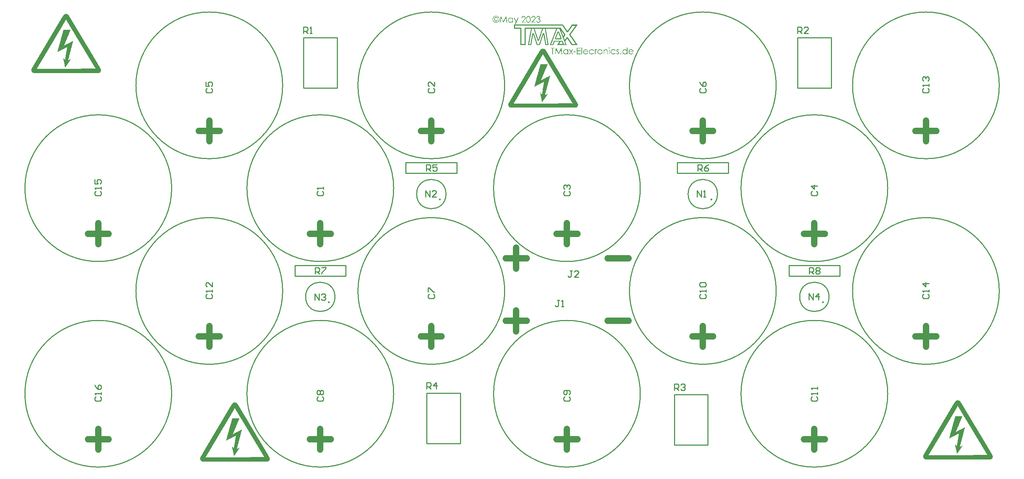
<source format=gto>
G04*
G04 #@! TF.GenerationSoftware,Altium Limited,Altium Designer,22.8.2 (66)*
G04*
G04 Layer_Color=65535*
%FSLAX44Y44*%
%MOMM*%
G71*
G04*
G04 #@! TF.SameCoordinates,9A62F31F-D48D-475B-933D-7D02DB87FC69*
G04*
G04*
G04 #@! TF.FilePolarity,Positive*
G04*
G01*
G75*
%ADD10C,0.2540*%
%ADD11C,0.2500*%
%ADD12C,1.5000*%
G36*
X1473645Y1702326D02*
Y1702218D01*
Y1702110D01*
X1473536D01*
Y1702001D01*
Y1701893D01*
X1473428D01*
Y1701785D01*
X1473320D01*
Y1701677D01*
Y1701569D01*
X1473103D01*
Y1701460D01*
Y1701352D01*
X1472995D01*
Y1701244D01*
Y1701136D01*
X1472887D01*
Y1701027D01*
X1472779D01*
Y1700919D01*
Y1700811D01*
X1472670D01*
Y1700703D01*
X1472454D01*
Y1700594D01*
Y1700486D01*
Y1700378D01*
X1472346D01*
Y1700270D01*
X1472237D01*
Y1700161D01*
X1472129D01*
Y1700053D01*
Y1699945D01*
X1471913D01*
Y1699837D01*
Y1699729D01*
Y1699620D01*
X1471805D01*
Y1699512D01*
X1471696D01*
Y1699404D01*
X1471588D01*
Y1699296D01*
Y1699187D01*
X1471480D01*
Y1699079D01*
X1471372D01*
Y1698971D01*
Y1698863D01*
X1471263D01*
Y1698755D01*
X1471155D01*
Y1698646D01*
X1471047D01*
Y1698538D01*
Y1698430D01*
X1470939D01*
Y1698322D01*
X1470830D01*
Y1698213D01*
X1470722D01*
Y1698105D01*
Y1697997D01*
X1470614D01*
Y1697889D01*
X1470506D01*
Y1697780D01*
Y1697672D01*
X1470181D01*
Y1697564D01*
Y1697456D01*
Y1697348D01*
Y1697239D01*
X1470073D01*
Y1697131D01*
X1469965D01*
Y1697023D01*
X1469856D01*
Y1696915D01*
Y1696806D01*
X1469748D01*
Y1696698D01*
X1469640D01*
Y1696590D01*
Y1696482D01*
X1469532D01*
Y1696373D01*
X1469423D01*
Y1696265D01*
X1469315D01*
Y1696157D01*
Y1696049D01*
X1469207D01*
Y1695941D01*
X1469099D01*
Y1695832D01*
X1468990D01*
Y1695724D01*
Y1695616D01*
X1468882D01*
Y1695508D01*
X1468774D01*
Y1695399D01*
Y1695291D01*
X1468666D01*
Y1695183D01*
X1468557D01*
Y1695075D01*
X1468449D01*
Y1694966D01*
Y1694858D01*
X1468341D01*
Y1694750D01*
X1468233D01*
Y1694642D01*
X1468125D01*
Y1694534D01*
Y1694425D01*
X1468016D01*
Y1694317D01*
X1467908D01*
Y1694209D01*
Y1694100D01*
X1467800D01*
Y1693992D01*
X1467692D01*
Y1693884D01*
Y1693776D01*
X1467583D01*
Y1693668D01*
X1467475D01*
Y1693559D01*
X1467367D01*
Y1693451D01*
X1467259D01*
Y1693343D01*
Y1693235D01*
X1467151D01*
Y1693127D01*
X1467042D01*
Y1693018D01*
Y1692910D01*
X1466934D01*
Y1692802D01*
X1466826D01*
Y1692693D01*
Y1692585D01*
X1466718D01*
Y1692477D01*
X1466609D01*
Y1692369D01*
X1466501D01*
Y1692261D01*
Y1692152D01*
X1466285D01*
Y1692044D01*
Y1691936D01*
Y1691828D01*
X1466176D01*
Y1691720D01*
X1466068D01*
Y1691611D01*
X1465960D01*
Y1691503D01*
Y1691395D01*
X1465852D01*
Y1691286D01*
X1465744D01*
Y1691178D01*
X1465635D01*
Y1691070D01*
Y1690962D01*
X1465527D01*
Y1690854D01*
X1465419D01*
Y1690745D01*
Y1690637D01*
X1465311D01*
Y1690529D01*
X1465202D01*
Y1690421D01*
X1465094D01*
Y1690312D01*
Y1690204D01*
X1464878D01*
Y1690096D01*
Y1689988D01*
X1464769D01*
Y1689879D01*
Y1689771D01*
X1464661D01*
Y1689663D01*
X1464553D01*
Y1689555D01*
X1464445D01*
Y1689447D01*
Y1689338D01*
X1464337D01*
Y1689230D01*
X1464228D01*
Y1689122D01*
X1464120D01*
Y1689014D01*
Y1688905D01*
X1464012D01*
Y1688797D01*
Y1688689D01*
X1463904D01*
Y1688581D01*
X1463687D01*
Y1688472D01*
X1463579D01*
Y1688364D01*
Y1688256D01*
Y1688148D01*
X1463362D01*
Y1688040D01*
Y1687931D01*
Y1687823D01*
X1463254D01*
Y1687715D01*
X1463146D01*
Y1687607D01*
Y1687498D01*
X1462929D01*
Y1687390D01*
Y1687282D01*
X1462821D01*
Y1687174D01*
Y1687065D01*
X1462713D01*
Y1686957D01*
X1462605D01*
Y1686849D01*
Y1686741D01*
X1462496D01*
Y1686633D01*
X1462388D01*
Y1686524D01*
X1462280D01*
Y1686416D01*
Y1686308D01*
X1462172D01*
Y1686200D01*
X1462064D01*
Y1686091D01*
X1461955D01*
Y1685983D01*
Y1685875D01*
X1461847D01*
Y1685767D01*
X1461739D01*
Y1685659D01*
Y1685550D01*
X1461523D01*
Y1685442D01*
Y1685334D01*
X1461414D01*
Y1685226D01*
Y1685117D01*
X1461306D01*
Y1685009D01*
X1461198D01*
Y1684901D01*
Y1684793D01*
X1461089D01*
Y1684684D01*
X1460981D01*
Y1684576D01*
X1460873D01*
Y1684468D01*
Y1684360D01*
X1460765D01*
Y1684251D01*
X1460657D01*
Y1684143D01*
X1460548D01*
Y1684035D01*
Y1683927D01*
X1460440D01*
Y1683819D01*
X1460332D01*
Y1683710D01*
Y1683602D01*
X1460224D01*
Y1683494D01*
X1460115D01*
Y1683386D01*
X1460007D01*
Y1683277D01*
Y1683169D01*
X1459682D01*
Y1683061D01*
Y1682953D01*
Y1682844D01*
Y1682736D01*
X1459466D01*
Y1682628D01*
Y1682520D01*
Y1682411D01*
X1459358D01*
Y1682303D01*
X1459250D01*
Y1682195D01*
X1459141D01*
Y1682087D01*
Y1681979D01*
X1459033D01*
Y1681870D01*
X1458925D01*
Y1681762D01*
Y1681654D01*
X1458708D01*
Y1681546D01*
Y1681437D01*
X1458600D01*
Y1681329D01*
Y1681221D01*
X1458384D01*
Y1681113D01*
Y1681004D01*
X1458275D01*
Y1680896D01*
Y1680788D01*
X1458059D01*
Y1680680D01*
Y1680571D01*
Y1680463D01*
X1457843D01*
Y1680355D01*
X1457734D01*
Y1680247D01*
Y1680139D01*
Y1680030D01*
X1457626D01*
Y1679922D01*
X1457518D01*
Y1679814D01*
Y1679706D01*
X1457410D01*
Y1679597D01*
X1457301D01*
Y1679489D01*
X1457193D01*
Y1679381D01*
Y1679273D01*
X1457085D01*
Y1679164D01*
X1456977D01*
Y1679056D01*
X1456868D01*
Y1678948D01*
Y1678840D01*
X1456760D01*
Y1678732D01*
X1456652D01*
Y1678623D01*
Y1678515D01*
Y1678407D01*
X1456760D01*
Y1678299D01*
Y1678190D01*
X1456868D01*
Y1678082D01*
Y1677974D01*
X1456977D01*
Y1677866D01*
Y1677758D01*
X1457193D01*
Y1677649D01*
Y1677541D01*
X1457301D01*
Y1677433D01*
X1457410D01*
Y1677325D01*
Y1677216D01*
X1457518D01*
Y1677108D01*
X1457626D01*
Y1677000D01*
Y1676892D01*
X1457734D01*
Y1676783D01*
X1457843D01*
Y1676675D01*
X1457951D01*
Y1676567D01*
Y1676459D01*
Y1676351D01*
X1458059D01*
Y1676242D01*
Y1676134D01*
X1458275D01*
Y1676026D01*
X1458384D01*
Y1675918D01*
X1458492D01*
Y1675809D01*
Y1675701D01*
X1458600D01*
Y1675593D01*
Y1675485D01*
X1458708D01*
Y1675376D01*
X1458817D01*
Y1675268D01*
Y1675160D01*
X1458925D01*
Y1675052D01*
X1459033D01*
Y1674944D01*
X1459141D01*
Y1674835D01*
Y1674727D01*
X1459250D01*
Y1674619D01*
X1459358D01*
Y1674511D01*
X1459466D01*
Y1674402D01*
Y1674294D01*
X1459574D01*
Y1674186D01*
X1459682D01*
Y1674078D01*
Y1673969D01*
X1459791D01*
Y1673861D01*
Y1673753D01*
X1459899D01*
Y1673645D01*
X1460007D01*
Y1673537D01*
X1460115D01*
Y1673428D01*
Y1673320D01*
X1460224D01*
Y1673212D01*
X1460332D01*
Y1673103D01*
X1460440D01*
Y1672995D01*
Y1672887D01*
X1460548D01*
Y1672779D01*
X1460657D01*
Y1672671D01*
Y1672562D01*
X1460765D01*
Y1672454D01*
X1460873D01*
Y1672346D01*
Y1672238D01*
X1460981D01*
Y1672129D01*
X1461089D01*
Y1672021D01*
Y1671913D01*
X1461198D01*
Y1671805D01*
X1461306D01*
Y1671696D01*
X1461414D01*
Y1671588D01*
Y1671480D01*
Y1671372D01*
X1461631D01*
Y1671264D01*
Y1671155D01*
X1461739D01*
Y1671047D01*
X1461847D01*
Y1670939D01*
Y1670831D01*
X1461955D01*
Y1670722D01*
X1462064D01*
Y1670614D01*
Y1670506D01*
Y1670398D01*
X1462172D01*
Y1670289D01*
X1462388D01*
Y1670181D01*
Y1670073D01*
Y1669965D01*
X1462605D01*
Y1669857D01*
Y1669748D01*
X1462713D01*
Y1669640D01*
X1462821D01*
Y1669532D01*
Y1669424D01*
X1462929D01*
Y1669315D01*
X1463038D01*
Y1669207D01*
Y1669099D01*
Y1668991D01*
Y1668882D01*
X1463362D01*
Y1668774D01*
Y1668666D01*
X1463471D01*
Y1668558D01*
X1463579D01*
Y1668450D01*
Y1668341D01*
X1463687D01*
Y1668233D01*
X1463795D01*
Y1668125D01*
Y1668017D01*
X1463904D01*
Y1667908D01*
X1464012D01*
Y1667800D01*
Y1667692D01*
X1464120D01*
Y1667584D01*
X1464228D01*
Y1667475D01*
X1464337D01*
Y1667367D01*
Y1667259D01*
X1464445D01*
Y1667151D01*
Y1667043D01*
X1464553D01*
Y1666934D01*
Y1666826D01*
X1464769D01*
Y1666718D01*
Y1666610D01*
X1464878D01*
Y1666501D01*
X1464986D01*
Y1666393D01*
Y1666285D01*
X1465094D01*
Y1666177D01*
X1465202D01*
Y1666068D01*
X1465311D01*
Y1665960D01*
Y1665852D01*
X1465419D01*
Y1665744D01*
Y1665636D01*
Y1665527D01*
X1465635D01*
Y1665419D01*
X1465744D01*
Y1665311D01*
Y1665203D01*
X1465852D01*
Y1665094D01*
X1465960D01*
Y1664986D01*
Y1664878D01*
Y1664770D01*
X1466176D01*
Y1664661D01*
X1466285D01*
Y1664553D01*
Y1664445D01*
Y1664337D01*
X1466501D01*
Y1664229D01*
Y1664120D01*
X1466609D01*
Y1664012D01*
X1466718D01*
Y1663904D01*
Y1663796D01*
X1466826D01*
Y1663687D01*
X1466934D01*
Y1663579D01*
X1467042D01*
Y1663471D01*
Y1663363D01*
X1467151D01*
Y1663254D01*
X1467259D01*
Y1663146D01*
Y1663038D01*
Y1662930D01*
X1467475D01*
Y1662822D01*
Y1662713D01*
X1467583D01*
Y1662605D01*
Y1662497D01*
Y1662388D01*
X1467800D01*
Y1662280D01*
X1467908D01*
Y1662172D01*
X1468016D01*
Y1662064D01*
Y1661956D01*
X1468125D01*
Y1661847D01*
X1468233D01*
Y1661739D01*
Y1661631D01*
X1468341D01*
Y1661523D01*
Y1661414D01*
X1468449D01*
Y1661306D01*
Y1661198D01*
X1468666D01*
Y1661090D01*
Y1660981D01*
X1468774D01*
Y1660873D01*
X1468882D01*
Y1660765D01*
X1468990D01*
Y1660657D01*
Y1660549D01*
X1469099D01*
Y1660440D01*
X1469207D01*
Y1660332D01*
Y1660224D01*
X1469315D01*
Y1660116D01*
Y1660007D01*
X1469423D01*
Y1659899D01*
X1469532D01*
Y1659791D01*
X1469640D01*
Y1659683D01*
Y1659574D01*
X1469748D01*
Y1659466D01*
X1469856D01*
Y1659358D01*
X1469965D01*
Y1659250D01*
Y1659142D01*
Y1659033D01*
X1470181D01*
Y1658925D01*
Y1658817D01*
X1470289D01*
Y1658709D01*
Y1658600D01*
X1470397D01*
Y1658492D01*
X1470506D01*
Y1658384D01*
X1470614D01*
Y1658276D01*
Y1658168D01*
X1470722D01*
Y1658059D01*
X1470830D01*
Y1657951D01*
X1470939D01*
Y1657843D01*
Y1657735D01*
X1471047D01*
Y1657626D01*
Y1657518D01*
Y1657410D01*
X1471263D01*
Y1657302D01*
X1471372D01*
Y1657193D01*
Y1657085D01*
X1471480D01*
Y1656977D01*
X1471588D01*
Y1656869D01*
Y1656760D01*
X1471696D01*
Y1656652D01*
X1471805D01*
Y1656544D01*
X1471913D01*
Y1656436D01*
Y1656328D01*
X1472021D01*
Y1656219D01*
X1472129D01*
Y1656111D01*
Y1656003D01*
X1472237D01*
Y1655895D01*
X1472346D01*
Y1655786D01*
Y1655678D01*
X1472454D01*
Y1655570D01*
X1472562D01*
Y1655462D01*
Y1655354D01*
X1472670D01*
Y1655245D01*
Y1655137D01*
X1472887D01*
Y1655029D01*
Y1654921D01*
X1472995D01*
Y1654812D01*
X1473103D01*
Y1654704D01*
Y1654596D01*
X1473212D01*
Y1654488D01*
X1473320D01*
Y1654379D01*
Y1654271D01*
X1473428D01*
Y1654163D01*
X1473536D01*
Y1654055D01*
Y1653946D01*
Y1653838D01*
X1473753D01*
Y1653730D01*
X1473861D01*
Y1653622D01*
Y1653513D01*
Y1653405D01*
Y1653297D01*
X1459358D01*
Y1653405D01*
X1459250D01*
Y1653513D01*
Y1653622D01*
X1459141D01*
Y1653730D01*
X1459033D01*
Y1653838D01*
Y1653946D01*
X1458925D01*
Y1654055D01*
Y1654163D01*
Y1654271D01*
X1458708D01*
Y1654379D01*
Y1654488D01*
X1458600D01*
Y1654596D01*
X1458492D01*
Y1654704D01*
Y1654812D01*
X1458384D01*
Y1654921D01*
X1458275D01*
Y1655029D01*
Y1655137D01*
X1458167D01*
Y1655245D01*
X1458059D01*
Y1655354D01*
Y1655462D01*
X1457951D01*
Y1655570D01*
X1457843D01*
Y1655678D01*
Y1655786D01*
X1457734D01*
Y1655895D01*
X1457626D01*
Y1656003D01*
Y1656111D01*
X1457518D01*
Y1656219D01*
X1457410D01*
Y1656328D01*
Y1656436D01*
X1457301D01*
Y1656544D01*
Y1656652D01*
X1457193D01*
Y1656760D01*
X1457085D01*
Y1656869D01*
Y1656977D01*
Y1657085D01*
X1456868D01*
Y1657193D01*
X1456760D01*
Y1657302D01*
Y1657410D01*
X1456652D01*
Y1657518D01*
X1456544D01*
Y1657626D01*
Y1657735D01*
X1456436D01*
Y1657843D01*
Y1657951D01*
X1456327D01*
Y1658059D01*
Y1658168D01*
X1456111D01*
Y1658276D01*
Y1658384D01*
X1456003D01*
Y1658492D01*
Y1658600D01*
X1455894D01*
Y1658709D01*
X1455786D01*
Y1658817D01*
Y1658925D01*
X1455678D01*
Y1659033D01*
X1455570D01*
Y1659142D01*
Y1659250D01*
X1455461D01*
Y1659358D01*
X1455353D01*
Y1659466D01*
Y1659574D01*
X1455245D01*
Y1659683D01*
X1455137D01*
Y1659791D01*
Y1659899D01*
X1455029D01*
Y1660007D01*
X1454920D01*
Y1660116D01*
Y1660224D01*
X1454812D01*
Y1660332D01*
X1454704D01*
Y1660440D01*
Y1660549D01*
X1454596D01*
Y1660657D01*
X1454487D01*
Y1660765D01*
Y1660873D01*
X1454379D01*
Y1660981D01*
X1454271D01*
Y1661090D01*
Y1661198D01*
X1454163D01*
Y1661306D01*
X1454054D01*
Y1661414D01*
Y1661523D01*
X1453946D01*
Y1661631D01*
X1453838D01*
Y1661739D01*
Y1661847D01*
X1453730D01*
Y1661956D01*
X1453622D01*
Y1662064D01*
Y1662172D01*
X1453513D01*
Y1662280D01*
Y1662388D01*
Y1662497D01*
X1453405D01*
Y1662605D01*
X1453297D01*
Y1662713D01*
X1453189D01*
Y1662822D01*
X1453080D01*
Y1662930D01*
Y1663038D01*
X1452972D01*
Y1663146D01*
X1452864D01*
Y1663254D01*
Y1663363D01*
X1452756D01*
Y1663471D01*
X1452647D01*
Y1663579D01*
Y1663687D01*
X1452539D01*
Y1663796D01*
X1452431D01*
Y1663904D01*
Y1664012D01*
X1452323D01*
Y1664120D01*
X1452215D01*
Y1664229D01*
Y1664337D01*
X1452106D01*
Y1664445D01*
X1451998D01*
Y1664553D01*
Y1664661D01*
Y1664770D01*
Y1664878D01*
X1451782D01*
Y1664986D01*
X1451673D01*
Y1665094D01*
X1451565D01*
Y1665203D01*
Y1665311D01*
X1451457D01*
Y1665419D01*
X1451349D01*
Y1665527D01*
Y1665636D01*
X1451240D01*
Y1665744D01*
X1451132D01*
Y1665852D01*
Y1665960D01*
X1451024D01*
Y1666068D01*
X1450916D01*
Y1666177D01*
Y1666285D01*
X1450807D01*
Y1666393D01*
Y1666501D01*
X1450699D01*
Y1666610D01*
X1450591D01*
Y1666718D01*
Y1666826D01*
Y1666934D01*
X1450375D01*
Y1667043D01*
Y1667151D01*
X1450266D01*
Y1667259D01*
X1450158D01*
Y1667367D01*
Y1667475D01*
X1450050D01*
Y1667584D01*
X1449942D01*
Y1667692D01*
Y1667800D01*
X1449833D01*
Y1667908D01*
X1449725D01*
Y1668017D01*
Y1668125D01*
X1449617D01*
Y1668233D01*
X1449509D01*
Y1668341D01*
Y1668450D01*
X1449400D01*
Y1668558D01*
Y1668666D01*
X1449292D01*
Y1668774D01*
X1449184D01*
Y1668882D01*
X1449076D01*
Y1668991D01*
Y1669099D01*
Y1669207D01*
X1448859D01*
Y1669315D01*
Y1669424D01*
X1448643D01*
Y1669315D01*
X1448535D01*
Y1669207D01*
Y1669099D01*
X1448426D01*
Y1668991D01*
X1448318D01*
Y1668882D01*
Y1668774D01*
X1448210D01*
Y1668666D01*
X1448102D01*
Y1668558D01*
Y1668450D01*
X1447993D01*
Y1668341D01*
X1447885D01*
Y1668233D01*
Y1668125D01*
X1447777D01*
Y1668017D01*
X1447669D01*
Y1667908D01*
X1447452D01*
Y1667800D01*
Y1667692D01*
Y1667584D01*
X1447344D01*
Y1667475D01*
Y1667367D01*
X1447236D01*
Y1667259D01*
Y1667151D01*
X1447128D01*
Y1667043D01*
X1447019D01*
Y1666934D01*
Y1666826D01*
X1446911D01*
Y1666718D01*
X1446803D01*
Y1666610D01*
Y1666501D01*
X1446695D01*
Y1666393D01*
X1446586D01*
Y1666285D01*
Y1666177D01*
X1446478D01*
Y1666068D01*
X1446370D01*
Y1665960D01*
Y1665852D01*
X1446262D01*
Y1665744D01*
X1446154D01*
Y1665636D01*
Y1665527D01*
X1446045D01*
Y1665419D01*
X1445937D01*
Y1665311D01*
Y1665203D01*
X1445829D01*
Y1665094D01*
X1445721D01*
Y1664986D01*
Y1664878D01*
X1445612D01*
Y1664770D01*
X1445504D01*
Y1664661D01*
Y1664553D01*
X1445396D01*
Y1664445D01*
X1445288D01*
Y1664337D01*
Y1664229D01*
X1445179D01*
Y1664120D01*
X1445071D01*
Y1664012D01*
Y1663904D01*
X1444963D01*
Y1663796D01*
X1444855D01*
Y1663687D01*
Y1663579D01*
X1444747D01*
Y1663471D01*
X1444638D01*
Y1663363D01*
Y1663254D01*
X1444422D01*
Y1663146D01*
Y1663038D01*
X1444314D01*
Y1662930D01*
Y1662822D01*
X1443989D01*
Y1662713D01*
Y1662605D01*
Y1662497D01*
X1444097D01*
Y1662388D01*
X1444205D01*
Y1662280D01*
Y1662172D01*
Y1662064D01*
X1444314D01*
Y1661956D01*
Y1661847D01*
X1444422D01*
Y1661739D01*
Y1661631D01*
Y1661523D01*
X1444530D01*
Y1661414D01*
Y1661306D01*
X1444638D01*
Y1661198D01*
Y1661090D01*
Y1660981D01*
X1444747D01*
Y1660873D01*
Y1660765D01*
X1444855D01*
Y1660657D01*
Y1660549D01*
Y1660440D01*
X1444963D01*
Y1660332D01*
Y1660224D01*
X1445071D01*
Y1660116D01*
Y1660007D01*
Y1659899D01*
X1445179D01*
Y1659791D01*
Y1659683D01*
Y1659574D01*
X1445288D01*
Y1659466D01*
Y1659358D01*
X1445396D01*
Y1659250D01*
Y1659142D01*
Y1659033D01*
Y1658925D01*
X1445504D01*
Y1658817D01*
Y1658709D01*
X1445612D01*
Y1658600D01*
Y1658492D01*
X1445721D01*
Y1658384D01*
Y1658276D01*
X1445829D01*
Y1658168D01*
Y1658059D01*
Y1657951D01*
X1445937D01*
Y1657843D01*
Y1657735D01*
Y1657626D01*
X1446045D01*
Y1657518D01*
Y1657410D01*
Y1657302D01*
X1446154D01*
Y1657193D01*
Y1657085D01*
Y1656977D01*
X1446262D01*
Y1656869D01*
X1446370D01*
Y1656760D01*
Y1656652D01*
Y1656544D01*
Y1656436D01*
X1446478D01*
Y1656328D01*
X1446586D01*
Y1656219D01*
Y1656111D01*
Y1656003D01*
Y1655895D01*
Y1655786D01*
X1446695D01*
Y1655678D01*
X1446803D01*
Y1655570D01*
Y1655462D01*
X1446911D01*
Y1655354D01*
Y1655245D01*
Y1655137D01*
X1447019D01*
Y1655029D01*
Y1654921D01*
X1447128D01*
Y1654812D01*
Y1654704D01*
Y1654596D01*
X1447236D01*
Y1654488D01*
Y1654379D01*
X1447344D01*
Y1654271D01*
Y1654163D01*
Y1654055D01*
Y1653946D01*
X1447452D01*
Y1653838D01*
Y1653730D01*
X1447560D01*
Y1653622D01*
Y1653513D01*
X1447669D01*
Y1653405D01*
Y1653297D01*
X1439443D01*
Y1653405D01*
Y1653513D01*
X1439335D01*
Y1653622D01*
Y1653730D01*
X1439227D01*
Y1653838D01*
Y1653946D01*
Y1654055D01*
Y1654163D01*
X1439118D01*
Y1654271D01*
Y1654379D01*
X1439010D01*
Y1654488D01*
Y1654596D01*
X1438902D01*
Y1654704D01*
X1438794D01*
Y1654596D01*
X1438685D01*
Y1654488D01*
X1438577D01*
Y1654379D01*
Y1654271D01*
X1438469D01*
Y1654163D01*
X1438361D01*
Y1654055D01*
Y1653946D01*
X1438253D01*
Y1653838D01*
X1438144D01*
Y1653730D01*
Y1653622D01*
X1438036D01*
Y1653513D01*
X1437928D01*
Y1653405D01*
Y1653297D01*
X1424182D01*
Y1653405D01*
Y1653513D01*
Y1653622D01*
Y1653730D01*
X1424399D01*
Y1653838D01*
X1424507D01*
Y1653946D01*
Y1654055D01*
X1424615D01*
Y1654163D01*
X1424724D01*
Y1654271D01*
Y1654379D01*
Y1654488D01*
X1424832D01*
Y1654596D01*
X1424940D01*
Y1654704D01*
X1425048D01*
Y1654812D01*
Y1654921D01*
X1425156D01*
Y1655029D01*
X1425265D01*
Y1655137D01*
Y1655245D01*
X1425373D01*
Y1655354D01*
X1425481D01*
Y1655462D01*
X1425589D01*
Y1655570D01*
Y1655678D01*
X1425698D01*
Y1655786D01*
X1425806D01*
Y1655895D01*
Y1656003D01*
X1425914D01*
Y1656111D01*
X1426022D01*
Y1656219D01*
Y1656328D01*
X1426131D01*
Y1656436D01*
X1426239D01*
Y1656544D01*
X1426455D01*
Y1656652D01*
Y1656760D01*
Y1656869D01*
X1426564D01*
Y1656977D01*
Y1657085D01*
X1426672D01*
Y1657193D01*
X1426780D01*
Y1657302D01*
X1426888D01*
Y1657410D01*
Y1657518D01*
X1426996D01*
Y1657626D01*
X1427105D01*
Y1657735D01*
X1427213D01*
Y1657843D01*
Y1657951D01*
X1427321D01*
Y1658059D01*
X1427429D01*
Y1658168D01*
Y1658276D01*
X1427646D01*
Y1658384D01*
Y1658492D01*
Y1658600D01*
X1427754D01*
Y1658709D01*
X1427862D01*
Y1658817D01*
Y1658925D01*
X1427970D01*
Y1659033D01*
X1428079D01*
Y1659142D01*
X1428187D01*
Y1659250D01*
Y1659358D01*
X1428295D01*
Y1659466D01*
X1428403D01*
Y1659574D01*
Y1659683D01*
X1428512D01*
Y1659791D01*
X1428620D01*
Y1659899D01*
X1428728D01*
Y1660007D01*
Y1660116D01*
X1428836D01*
Y1660224D01*
X1428945D01*
Y1660332D01*
Y1660440D01*
X1429053D01*
Y1660549D01*
X1429161D01*
Y1660657D01*
X1429269D01*
Y1660765D01*
Y1660873D01*
X1429486D01*
Y1660981D01*
Y1661090D01*
Y1661198D01*
X1429594D01*
Y1661306D01*
X1429702D01*
Y1661414D01*
X1429810D01*
Y1661523D01*
Y1661631D01*
X1429919D01*
Y1661739D01*
X1430027D01*
Y1661847D01*
Y1661956D01*
X1418879D01*
Y1661847D01*
X1418771D01*
Y1661739D01*
Y1661631D01*
Y1661523D01*
Y1661414D01*
X1418663D01*
Y1661306D01*
Y1661198D01*
X1418554D01*
Y1661090D01*
Y1660981D01*
Y1660873D01*
X1418446D01*
Y1660765D01*
Y1660657D01*
X1418338D01*
Y1660549D01*
Y1660440D01*
X1418230D01*
Y1660332D01*
Y1660224D01*
Y1660116D01*
X1418121D01*
Y1660007D01*
Y1659899D01*
Y1659791D01*
X1418013D01*
Y1659683D01*
Y1659574D01*
X1417905D01*
Y1659466D01*
Y1659358D01*
Y1659250D01*
X1417797D01*
Y1659142D01*
Y1659033D01*
X1417688D01*
Y1658925D01*
Y1658817D01*
Y1658709D01*
X1417580D01*
Y1658600D01*
Y1658492D01*
X1417472D01*
Y1658384D01*
Y1658276D01*
Y1658168D01*
X1417364D01*
Y1658059D01*
Y1657951D01*
X1417256D01*
Y1657843D01*
X1417147D01*
Y1657735D01*
Y1657626D01*
Y1657518D01*
Y1657410D01*
Y1657302D01*
X1417039D01*
Y1657193D01*
Y1657085D01*
X1416931D01*
Y1656977D01*
X1416823D01*
Y1656869D01*
Y1656760D01*
Y1656652D01*
Y1656544D01*
X1416714D01*
Y1656436D01*
Y1656328D01*
Y1656219D01*
X1416606D01*
Y1656111D01*
Y1656003D01*
X1416498D01*
Y1655895D01*
Y1655786D01*
X1416390D01*
Y1655678D01*
Y1655570D01*
Y1655462D01*
X1416281D01*
Y1655354D01*
Y1655245D01*
Y1655137D01*
X1416173D01*
Y1655029D01*
Y1654921D01*
X1416065D01*
Y1654812D01*
Y1654704D01*
Y1654596D01*
X1415957D01*
Y1654488D01*
Y1654379D01*
X1415849D01*
Y1654271D01*
Y1654163D01*
Y1654055D01*
X1415740D01*
Y1653946D01*
Y1653838D01*
X1415632D01*
Y1653730D01*
Y1653622D01*
Y1653513D01*
X1415524D01*
Y1653405D01*
Y1653297D01*
X1407298D01*
Y1653405D01*
Y1653513D01*
X1407406D01*
Y1653622D01*
Y1653730D01*
X1407515D01*
Y1653838D01*
Y1653946D01*
Y1654055D01*
X1407623D01*
Y1654163D01*
Y1654271D01*
Y1654379D01*
X1407731D01*
Y1654488D01*
Y1654596D01*
X1407839D01*
Y1654704D01*
Y1654812D01*
X1407948D01*
Y1654921D01*
Y1655029D01*
Y1655137D01*
X1408056D01*
Y1655245D01*
Y1655354D01*
Y1655462D01*
X1408164D01*
Y1655570D01*
Y1655678D01*
X1408272D01*
Y1655786D01*
Y1655895D01*
Y1656003D01*
X1408380D01*
Y1656111D01*
Y1656219D01*
X1408489D01*
Y1656328D01*
Y1656436D01*
Y1656544D01*
X1408597D01*
Y1656652D01*
Y1656760D01*
Y1656869D01*
X1408705D01*
Y1656977D01*
Y1657085D01*
Y1657193D01*
X1408813D01*
Y1657302D01*
Y1657410D01*
X1408922D01*
Y1657518D01*
Y1657626D01*
Y1657735D01*
X1409030D01*
Y1657843D01*
Y1657951D01*
X1409138D01*
Y1658059D01*
Y1658168D01*
Y1658276D01*
X1409246D01*
Y1658384D01*
Y1658492D01*
X1409355D01*
Y1658600D01*
Y1658709D01*
Y1658817D01*
X1409463D01*
Y1658925D01*
Y1659033D01*
X1409571D01*
Y1659142D01*
Y1659250D01*
Y1659358D01*
X1409679D01*
Y1659466D01*
X1409787D01*
Y1659574D01*
Y1659683D01*
Y1659791D01*
X1409896D01*
Y1659899D01*
Y1660007D01*
Y1660116D01*
Y1660224D01*
X1410004D01*
Y1660332D01*
Y1660440D01*
X1410112D01*
Y1660549D01*
Y1660657D01*
Y1660765D01*
X1410220D01*
Y1660873D01*
Y1660981D01*
X1410329D01*
Y1661090D01*
Y1661198D01*
Y1661306D01*
X1410437D01*
Y1661414D01*
Y1661523D01*
X1410545D01*
Y1661631D01*
Y1661739D01*
Y1661847D01*
X1410653D01*
Y1661956D01*
Y1662064D01*
Y1662172D01*
X1410762D01*
Y1662280D01*
Y1662388D01*
X1410870D01*
Y1662497D01*
Y1662605D01*
Y1662713D01*
X1410978D01*
Y1662822D01*
Y1662930D01*
Y1663038D01*
X1411086D01*
Y1663146D01*
Y1663254D01*
X1411194D01*
Y1663363D01*
Y1663471D01*
Y1663579D01*
X1411303D01*
Y1663687D01*
X1411411D01*
Y1663796D01*
Y1663904D01*
Y1664012D01*
Y1664120D01*
X1411519D01*
Y1664229D01*
Y1664337D01*
Y1664445D01*
X1411627D01*
Y1664553D01*
Y1664661D01*
X1411736D01*
Y1664770D01*
Y1664878D01*
Y1664986D01*
X1411844D01*
Y1665094D01*
Y1665203D01*
X1411952D01*
Y1665311D01*
Y1665419D01*
X1412060D01*
Y1665527D01*
Y1665636D01*
Y1665744D01*
X1412169D01*
Y1665852D01*
Y1665960D01*
Y1666068D01*
X1412277D01*
Y1666177D01*
Y1666285D01*
X1412385D01*
Y1666393D01*
Y1666501D01*
Y1666610D01*
X1412493D01*
Y1666718D01*
Y1666826D01*
X1412601D01*
Y1666934D01*
Y1667043D01*
X1412710D01*
Y1667151D01*
Y1667259D01*
Y1667367D01*
X1412818D01*
Y1667475D01*
Y1667584D01*
Y1667692D01*
Y1667800D01*
X1412926D01*
Y1667908D01*
Y1668017D01*
X1413035D01*
Y1668125D01*
X1413143D01*
Y1668233D01*
Y1668341D01*
Y1668450D01*
X1413251D01*
Y1668558D01*
Y1668666D01*
Y1668774D01*
Y1668882D01*
X1413359D01*
Y1668991D01*
Y1669099D01*
X1413467D01*
Y1669207D01*
Y1669315D01*
Y1669424D01*
X1413576D01*
Y1669532D01*
Y1669640D01*
Y1669748D01*
X1413684D01*
Y1669857D01*
Y1669965D01*
X1413792D01*
Y1670073D01*
Y1670181D01*
Y1670289D01*
X1413900D01*
Y1670398D01*
Y1670506D01*
X1414009D01*
Y1670614D01*
Y1670722D01*
Y1670831D01*
X1414117D01*
Y1670939D01*
Y1671047D01*
Y1671155D01*
X1414225D01*
Y1671264D01*
Y1671372D01*
X1414333D01*
Y1671480D01*
Y1671588D01*
Y1671696D01*
X1414442D01*
Y1671805D01*
Y1671913D01*
X1414550D01*
Y1672021D01*
Y1672129D01*
Y1672238D01*
X1414658D01*
Y1672346D01*
Y1672454D01*
Y1672562D01*
X1414766D01*
Y1672671D01*
Y1672779D01*
X1414874D01*
Y1672887D01*
Y1672995D01*
Y1673103D01*
X1414983D01*
Y1673212D01*
Y1673320D01*
X1415091D01*
Y1673428D01*
Y1673537D01*
Y1673645D01*
X1415199D01*
Y1673753D01*
Y1673861D01*
X1415307D01*
Y1673969D01*
Y1674078D01*
Y1674186D01*
X1415415D01*
Y1674294D01*
Y1674402D01*
Y1674511D01*
X1415524D01*
Y1674619D01*
Y1674727D01*
X1415632D01*
Y1674835D01*
Y1674944D01*
Y1675052D01*
X1415740D01*
Y1675160D01*
Y1675268D01*
X1415849D01*
Y1675376D01*
Y1675485D01*
X1415957D01*
Y1675593D01*
Y1675701D01*
Y1675809D01*
Y1675918D01*
X1416065D01*
Y1676026D01*
X1416173D01*
Y1676134D01*
Y1676242D01*
Y1676351D01*
Y1676459D01*
X1416281D01*
Y1676567D01*
Y1676675D01*
X1416390D01*
Y1676783D01*
Y1676892D01*
X1416498D01*
Y1677000D01*
Y1677108D01*
X1416606D01*
Y1677216D01*
Y1677325D01*
X1416714D01*
Y1677433D01*
Y1677541D01*
Y1677649D01*
Y1677758D01*
X1416823D01*
Y1677866D01*
Y1677974D01*
Y1678082D01*
X1416931D01*
Y1678190D01*
Y1678299D01*
Y1678407D01*
X1417039D01*
Y1678515D01*
Y1678623D01*
X1417147D01*
Y1678732D01*
Y1678840D01*
Y1678948D01*
X1417256D01*
Y1679056D01*
Y1679164D01*
Y1679273D01*
X1417364D01*
Y1679381D01*
X1417472D01*
Y1679489D01*
Y1679597D01*
Y1679706D01*
Y1679814D01*
X1417580D01*
Y1679922D01*
Y1680030D01*
X1417688D01*
Y1680139D01*
Y1680247D01*
Y1680355D01*
X1417797D01*
Y1680463D01*
Y1680571D01*
X1417905D01*
Y1680680D01*
Y1680788D01*
Y1680896D01*
X1418013D01*
Y1681004D01*
Y1681113D01*
Y1681221D01*
X1418121D01*
Y1681329D01*
Y1681437D01*
X1418230D01*
Y1681546D01*
Y1681654D01*
Y1681762D01*
X1418338D01*
Y1681870D01*
Y1681979D01*
X1418446D01*
Y1682087D01*
Y1682195D01*
Y1682303D01*
X1418554D01*
Y1682411D01*
Y1682520D01*
X1418663D01*
Y1682628D01*
Y1682736D01*
X1418771D01*
Y1682844D01*
Y1682953D01*
Y1683061D01*
X1418879D01*
Y1683169D01*
Y1683277D01*
Y1683386D01*
X1418987D01*
Y1683494D01*
Y1683602D01*
Y1683710D01*
X1419095D01*
Y1683819D01*
Y1683927D01*
X1419204D01*
Y1684035D01*
Y1684143D01*
Y1684251D01*
X1419312D01*
Y1684360D01*
Y1684468D01*
Y1684576D01*
X1419420D01*
Y1684684D01*
Y1684793D01*
X1419528D01*
Y1684901D01*
Y1685009D01*
X1419637D01*
Y1685117D01*
Y1685226D01*
Y1685334D01*
X1419745D01*
Y1685442D01*
Y1685550D01*
Y1685659D01*
X1419853D01*
Y1685767D01*
Y1685875D01*
Y1685983D01*
X1419961D01*
Y1686091D01*
X1420070D01*
Y1686200D01*
Y1686308D01*
Y1686416D01*
Y1686524D01*
X1420178D01*
Y1686633D01*
Y1686741D01*
X1420286D01*
Y1686849D01*
Y1686957D01*
Y1687065D01*
X1420394D01*
Y1687174D01*
X1420502D01*
Y1687282D01*
Y1687390D01*
Y1687498D01*
Y1687607D01*
X1420611D01*
Y1687715D01*
Y1687823D01*
X1420719D01*
Y1687931D01*
Y1688040D01*
X1420827D01*
Y1688148D01*
Y1688256D01*
Y1688364D01*
Y1688472D01*
X1420935D01*
Y1688581D01*
Y1688689D01*
Y1688797D01*
X1421044D01*
Y1688905D01*
X1421152D01*
Y1689014D01*
Y1689122D01*
Y1689230D01*
X1421260D01*
Y1689338D01*
Y1689447D01*
Y1689555D01*
X1421368D01*
Y1689663D01*
Y1689771D01*
Y1689879D01*
X1421477D01*
Y1689988D01*
Y1690096D01*
X1421585D01*
Y1690204D01*
Y1690312D01*
Y1690421D01*
X1421693D01*
Y1690529D01*
Y1690637D01*
Y1690745D01*
X1421801D01*
Y1690854D01*
Y1690962D01*
X1421909D01*
Y1691070D01*
Y1691178D01*
Y1691286D01*
X1422018D01*
Y1691395D01*
Y1691503D01*
X1422126D01*
Y1691611D01*
Y1691720D01*
Y1691828D01*
X1422234D01*
Y1691936D01*
Y1692044D01*
X1422342D01*
Y1692152D01*
Y1692261D01*
Y1692369D01*
X1422451D01*
Y1692477D01*
Y1692585D01*
Y1692693D01*
X1422559D01*
Y1692802D01*
Y1692910D01*
X1397666D01*
Y1692802D01*
Y1692693D01*
Y1692585D01*
Y1692477D01*
Y1692369D01*
Y1692261D01*
Y1692152D01*
Y1692044D01*
X1397774D01*
Y1691936D01*
Y1691828D01*
Y1691720D01*
Y1691611D01*
X1397882D01*
Y1691503D01*
Y1691395D01*
Y1691286D01*
Y1691178D01*
Y1691070D01*
Y1690962D01*
Y1690854D01*
Y1690745D01*
X1397990D01*
Y1690637D01*
Y1690529D01*
Y1690421D01*
Y1690312D01*
X1398098D01*
Y1690204D01*
Y1690096D01*
Y1689988D01*
Y1689879D01*
Y1689771D01*
Y1689663D01*
X1398207D01*
Y1689555D01*
Y1689447D01*
Y1689338D01*
Y1689230D01*
Y1689122D01*
Y1689014D01*
X1398315D01*
Y1688905D01*
Y1688797D01*
Y1688689D01*
Y1688581D01*
Y1688472D01*
Y1688364D01*
X1398423D01*
Y1688256D01*
Y1688148D01*
Y1688040D01*
Y1687931D01*
Y1687823D01*
Y1687715D01*
Y1687607D01*
X1398531D01*
Y1687498D01*
Y1687390D01*
Y1687282D01*
Y1687174D01*
Y1687065D01*
X1398640D01*
Y1686957D01*
Y1686849D01*
Y1686741D01*
Y1686633D01*
Y1686524D01*
X1398748D01*
Y1686416D01*
Y1686308D01*
Y1686200D01*
Y1686091D01*
Y1685983D01*
Y1685875D01*
X1398856D01*
Y1685767D01*
Y1685659D01*
Y1685550D01*
Y1685442D01*
Y1685334D01*
Y1685226D01*
Y1685117D01*
Y1685009D01*
X1398964D01*
Y1684901D01*
Y1684793D01*
Y1684684D01*
Y1684576D01*
Y1684468D01*
X1399073D01*
Y1684360D01*
Y1684251D01*
Y1684143D01*
Y1684035D01*
Y1683927D01*
X1399181D01*
Y1683819D01*
Y1683710D01*
Y1683602D01*
Y1683494D01*
Y1683386D01*
Y1683277D01*
Y1683169D01*
Y1683061D01*
X1399289D01*
Y1682953D01*
Y1682844D01*
Y1682736D01*
Y1682628D01*
X1399397D01*
Y1682520D01*
Y1682411D01*
Y1682303D01*
Y1682195D01*
Y1682087D01*
Y1681979D01*
Y1681870D01*
X1399505D01*
Y1681762D01*
Y1681654D01*
Y1681546D01*
Y1681437D01*
Y1681329D01*
Y1681221D01*
X1399614D01*
Y1681113D01*
Y1681004D01*
Y1680896D01*
Y1680788D01*
X1399722D01*
Y1680680D01*
Y1680571D01*
Y1680463D01*
Y1680355D01*
Y1680247D01*
Y1680139D01*
Y1680030D01*
Y1679922D01*
X1399830D01*
Y1679814D01*
Y1679706D01*
Y1679597D01*
Y1679489D01*
X1399938D01*
Y1679381D01*
Y1679273D01*
Y1679164D01*
Y1679056D01*
Y1678948D01*
Y1678840D01*
X1400047D01*
Y1678732D01*
Y1678623D01*
Y1678515D01*
Y1678407D01*
Y1678299D01*
Y1678190D01*
X1400155D01*
Y1678082D01*
Y1677974D01*
Y1677866D01*
Y1677758D01*
Y1677649D01*
Y1677541D01*
X1400263D01*
Y1677433D01*
Y1677325D01*
Y1677216D01*
Y1677108D01*
Y1677000D01*
X1400371D01*
Y1676892D01*
Y1676783D01*
Y1676675D01*
Y1676567D01*
Y1676459D01*
Y1676351D01*
X1400479D01*
Y1676242D01*
Y1676134D01*
Y1676026D01*
Y1675918D01*
Y1675809D01*
Y1675701D01*
Y1675593D01*
X1400588D01*
Y1675485D01*
Y1675376D01*
Y1675268D01*
Y1675160D01*
Y1675052D01*
X1400696D01*
Y1674944D01*
Y1674835D01*
Y1674727D01*
Y1674619D01*
Y1674511D01*
Y1674402D01*
Y1674294D01*
Y1674186D01*
X1400804D01*
Y1674078D01*
Y1673969D01*
Y1673861D01*
Y1673753D01*
Y1673645D01*
Y1673537D01*
X1400912D01*
Y1673428D01*
Y1673320D01*
Y1673212D01*
Y1673103D01*
X1401021D01*
Y1672995D01*
Y1672887D01*
Y1672779D01*
Y1672671D01*
Y1672562D01*
X1401129D01*
Y1672454D01*
Y1672346D01*
Y1672238D01*
Y1672129D01*
Y1672021D01*
Y1671913D01*
X1401237D01*
Y1671805D01*
Y1671696D01*
Y1671588D01*
Y1671480D01*
Y1671372D01*
Y1671264D01*
Y1671155D01*
Y1671047D01*
X1401345D01*
Y1670939D01*
Y1670831D01*
Y1670722D01*
Y1670614D01*
X1401454D01*
Y1670506D01*
Y1670398D01*
Y1670289D01*
Y1670181D01*
Y1670073D01*
Y1669965D01*
X1401562D01*
Y1669857D01*
Y1669748D01*
Y1669640D01*
Y1669532D01*
Y1669424D01*
Y1669315D01*
X1401670D01*
Y1669207D01*
Y1669099D01*
Y1668991D01*
Y1668882D01*
Y1668774D01*
Y1668666D01*
X1401778D01*
Y1668558D01*
Y1668450D01*
Y1668341D01*
Y1668233D01*
Y1668125D01*
Y1668017D01*
X1401886D01*
Y1667908D01*
Y1667800D01*
Y1667692D01*
Y1667584D01*
Y1667475D01*
X1401995D01*
Y1667367D01*
Y1667259D01*
Y1667151D01*
Y1667043D01*
Y1666934D01*
Y1666826D01*
X1402103D01*
Y1666718D01*
Y1666610D01*
Y1666501D01*
Y1666393D01*
Y1666285D01*
Y1666177D01*
Y1666068D01*
X1402211D01*
Y1665960D01*
Y1665852D01*
Y1665744D01*
Y1665636D01*
Y1665527D01*
X1402319D01*
Y1665419D01*
Y1665311D01*
Y1665203D01*
Y1665094D01*
Y1664986D01*
Y1664878D01*
X1402428D01*
Y1664770D01*
Y1664661D01*
Y1664553D01*
Y1664445D01*
Y1664337D01*
Y1664229D01*
Y1664120D01*
X1402536D01*
Y1664012D01*
Y1663904D01*
Y1663796D01*
Y1663687D01*
Y1663579D01*
X1402644D01*
Y1663471D01*
Y1663363D01*
Y1663254D01*
Y1663146D01*
Y1663038D01*
Y1662930D01*
X1402752D01*
Y1662822D01*
Y1662713D01*
Y1662605D01*
Y1662497D01*
Y1662388D01*
X1402861D01*
Y1662280D01*
Y1662172D01*
Y1662064D01*
Y1661956D01*
Y1661847D01*
Y1661739D01*
Y1661631D01*
Y1661523D01*
X1402969D01*
Y1661414D01*
Y1661306D01*
Y1661198D01*
Y1661090D01*
Y1660981D01*
Y1660873D01*
X1403077D01*
Y1660765D01*
Y1660657D01*
Y1660549D01*
Y1660440D01*
Y1660332D01*
X1403185D01*
Y1660224D01*
Y1660116D01*
Y1660007D01*
Y1659899D01*
Y1659791D01*
X1403294D01*
Y1659683D01*
Y1659574D01*
Y1659466D01*
Y1659358D01*
Y1659250D01*
Y1659142D01*
X1403402D01*
Y1659033D01*
Y1658925D01*
Y1658817D01*
Y1658709D01*
Y1658600D01*
Y1658492D01*
Y1658384D01*
X1403510D01*
Y1658276D01*
Y1658168D01*
Y1658059D01*
Y1657951D01*
X1403618D01*
Y1657843D01*
Y1657735D01*
Y1657626D01*
Y1657518D01*
Y1657410D01*
Y1657302D01*
Y1657193D01*
X1403727D01*
Y1657085D01*
Y1656977D01*
Y1656869D01*
Y1656760D01*
Y1656652D01*
Y1656544D01*
Y1656436D01*
X1403835D01*
Y1656328D01*
Y1656219D01*
Y1656111D01*
Y1656003D01*
X1403943D01*
Y1655895D01*
Y1655786D01*
Y1655678D01*
Y1655570D01*
Y1655462D01*
Y1655354D01*
Y1655245D01*
Y1655137D01*
X1404051D01*
Y1655029D01*
Y1654921D01*
Y1654812D01*
Y1654704D01*
X1404159D01*
Y1654596D01*
Y1654488D01*
Y1654379D01*
Y1654271D01*
Y1654163D01*
Y1654055D01*
X1404268D01*
Y1653946D01*
Y1653838D01*
Y1653730D01*
Y1653622D01*
Y1653513D01*
Y1653405D01*
Y1653297D01*
X1396691D01*
Y1653405D01*
Y1653513D01*
Y1653622D01*
Y1653730D01*
Y1653838D01*
X1396583D01*
Y1653946D01*
Y1654055D01*
Y1654163D01*
Y1654271D01*
Y1654379D01*
Y1654488D01*
X1396475D01*
Y1654596D01*
Y1654704D01*
Y1654812D01*
Y1654921D01*
Y1655029D01*
Y1655137D01*
Y1655245D01*
X1396367D01*
Y1655354D01*
Y1655462D01*
Y1655570D01*
Y1655678D01*
X1396259D01*
Y1655786D01*
Y1655895D01*
Y1656003D01*
Y1656111D01*
Y1656219D01*
Y1656328D01*
X1396150D01*
Y1656436D01*
Y1656544D01*
Y1656652D01*
Y1656760D01*
Y1656869D01*
Y1656977D01*
X1396042D01*
Y1657085D01*
Y1657193D01*
Y1657302D01*
Y1657410D01*
Y1657518D01*
Y1657626D01*
X1395934D01*
Y1657735D01*
Y1657843D01*
Y1657951D01*
Y1658059D01*
Y1658168D01*
Y1658276D01*
X1395826D01*
Y1658384D01*
Y1658492D01*
Y1658600D01*
Y1658709D01*
Y1658817D01*
X1395717D01*
Y1658925D01*
Y1659033D01*
Y1659142D01*
Y1659250D01*
Y1659358D01*
Y1659466D01*
X1395609D01*
Y1659574D01*
Y1659683D01*
Y1659791D01*
Y1659899D01*
Y1660007D01*
Y1660116D01*
X1395501D01*
Y1660224D01*
Y1660332D01*
Y1660440D01*
Y1660549D01*
Y1660657D01*
Y1660765D01*
Y1660873D01*
X1395393D01*
Y1660981D01*
Y1661090D01*
Y1661198D01*
Y1661306D01*
Y1661414D01*
Y1661523D01*
Y1661631D01*
X1395284D01*
Y1661739D01*
Y1661847D01*
Y1661956D01*
Y1662064D01*
X1395176D01*
Y1662172D01*
Y1662280D01*
Y1662388D01*
Y1662497D01*
Y1662605D01*
Y1662713D01*
X1395068D01*
Y1662822D01*
Y1662930D01*
Y1663038D01*
Y1663146D01*
Y1663254D01*
Y1663363D01*
X1394960D01*
Y1663471D01*
Y1663579D01*
Y1663687D01*
Y1663796D01*
Y1663904D01*
Y1664012D01*
Y1664120D01*
X1394851D01*
Y1664229D01*
Y1664337D01*
Y1664445D01*
Y1664553D01*
Y1664661D01*
Y1664770D01*
X1394743D01*
Y1664878D01*
Y1664986D01*
Y1665094D01*
Y1665203D01*
X1394635D01*
Y1665311D01*
Y1665419D01*
Y1665527D01*
Y1665636D01*
Y1665744D01*
Y1665852D01*
Y1665960D01*
Y1666068D01*
X1394527D01*
Y1666177D01*
Y1666285D01*
Y1666393D01*
Y1666501D01*
X1394418D01*
Y1666610D01*
Y1666718D01*
Y1666826D01*
Y1666934D01*
Y1667043D01*
Y1667151D01*
X1394310D01*
Y1667259D01*
Y1667367D01*
Y1667475D01*
Y1667584D01*
Y1667692D01*
Y1667800D01*
X1394202D01*
Y1667908D01*
Y1668017D01*
Y1668125D01*
Y1668233D01*
Y1668341D01*
Y1668450D01*
X1394094D01*
Y1668558D01*
Y1668666D01*
Y1668774D01*
Y1668882D01*
Y1668991D01*
Y1669099D01*
X1393986D01*
Y1669207D01*
Y1669315D01*
Y1669424D01*
Y1669532D01*
Y1669640D01*
X1393877D01*
Y1669748D01*
Y1669857D01*
Y1669965D01*
Y1670073D01*
Y1670181D01*
Y1670289D01*
X1393769D01*
Y1670398D01*
Y1670506D01*
Y1670614D01*
Y1670722D01*
Y1670831D01*
Y1670939D01*
Y1671047D01*
Y1671155D01*
X1393661D01*
Y1671264D01*
Y1671372D01*
Y1671480D01*
Y1671588D01*
X1393553D01*
Y1671696D01*
Y1671805D01*
Y1671913D01*
Y1672021D01*
Y1672129D01*
Y1672238D01*
X1393445D01*
Y1672346D01*
Y1672454D01*
Y1672562D01*
Y1672671D01*
Y1672779D01*
Y1672887D01*
X1393336D01*
Y1672995D01*
Y1673103D01*
Y1673212D01*
Y1673320D01*
Y1673428D01*
Y1673537D01*
X1393228D01*
Y1673645D01*
Y1673753D01*
Y1673861D01*
Y1673969D01*
Y1674078D01*
Y1674186D01*
Y1674294D01*
X1393120D01*
Y1674402D01*
Y1674511D01*
Y1674619D01*
Y1674727D01*
Y1674835D01*
X1393011D01*
Y1674944D01*
Y1675052D01*
Y1675160D01*
Y1675268D01*
Y1675376D01*
X1392903D01*
Y1675485D01*
Y1675593D01*
Y1675701D01*
Y1675809D01*
Y1675918D01*
Y1676026D01*
X1392795D01*
Y1676134D01*
Y1676242D01*
Y1676351D01*
Y1676459D01*
Y1676567D01*
Y1676675D01*
X1392687D01*
Y1676783D01*
Y1676892D01*
Y1677000D01*
Y1677108D01*
Y1677216D01*
Y1677325D01*
X1392579D01*
Y1677433D01*
Y1677541D01*
Y1677649D01*
Y1677758D01*
Y1677866D01*
Y1677974D01*
Y1678082D01*
X1392470D01*
Y1678190D01*
Y1678299D01*
Y1678407D01*
Y1678515D01*
X1392362D01*
Y1678623D01*
Y1678732D01*
Y1678840D01*
Y1678948D01*
Y1679056D01*
Y1679164D01*
X1392037D01*
Y1679056D01*
X1391929D01*
Y1678948D01*
Y1678840D01*
Y1678732D01*
X1391821D01*
Y1678623D01*
X1391713D01*
Y1678515D01*
Y1678407D01*
Y1678299D01*
Y1678190D01*
Y1678082D01*
X1391604D01*
Y1677974D01*
Y1677866D01*
Y1677758D01*
X1391496D01*
Y1677649D01*
Y1677541D01*
X1391388D01*
Y1677433D01*
Y1677325D01*
Y1677216D01*
X1391280D01*
Y1677108D01*
Y1677000D01*
Y1676892D01*
X1391172D01*
Y1676783D01*
Y1676675D01*
Y1676567D01*
X1391063D01*
Y1676459D01*
Y1676351D01*
Y1676242D01*
X1390955D01*
Y1676134D01*
Y1676026D01*
Y1675918D01*
Y1675809D01*
X1390847D01*
Y1675701D01*
Y1675593D01*
X1390739D01*
Y1675485D01*
Y1675376D01*
Y1675268D01*
X1390630D01*
Y1675160D01*
Y1675052D01*
Y1674944D01*
X1390522D01*
Y1674835D01*
Y1674727D01*
Y1674619D01*
X1390414D01*
Y1674511D01*
Y1674402D01*
X1390306D01*
Y1674294D01*
Y1674186D01*
Y1674078D01*
Y1673969D01*
X1390197D01*
Y1673861D01*
Y1673753D01*
Y1673645D01*
X1390089D01*
Y1673537D01*
Y1673428D01*
Y1673320D01*
Y1673212D01*
X1389981D01*
Y1673103D01*
Y1672995D01*
X1389873D01*
Y1672887D01*
Y1672779D01*
Y1672671D01*
X1389765D01*
Y1672562D01*
Y1672454D01*
X1389656D01*
Y1672346D01*
Y1672238D01*
Y1672129D01*
Y1672021D01*
X1389548D01*
Y1671913D01*
Y1671805D01*
X1389440D01*
Y1671696D01*
Y1671588D01*
Y1671480D01*
Y1671372D01*
X1389332D01*
Y1671264D01*
Y1671155D01*
X1389223D01*
Y1671047D01*
Y1670939D01*
Y1670831D01*
Y1670722D01*
X1389115D01*
Y1670614D01*
Y1670506D01*
Y1670398D01*
X1389007D01*
Y1670289D01*
Y1670181D01*
Y1670073D01*
X1388899D01*
Y1669965D01*
Y1669857D01*
X1388790D01*
Y1669748D01*
Y1669640D01*
Y1669532D01*
Y1669424D01*
X1388682D01*
Y1669315D01*
Y1669207D01*
Y1669099D01*
X1388574D01*
Y1668991D01*
Y1668882D01*
Y1668774D01*
X1388466D01*
Y1668666D01*
Y1668558D01*
X1388358D01*
Y1668450D01*
Y1668341D01*
Y1668233D01*
Y1668125D01*
X1388249D01*
Y1668017D01*
Y1667908D01*
Y1667800D01*
X1388141D01*
Y1667692D01*
Y1667584D01*
X1388033D01*
Y1667475D01*
Y1667367D01*
Y1667259D01*
Y1667151D01*
X1387925D01*
Y1667043D01*
Y1666934D01*
Y1666826D01*
X1387816D01*
Y1666718D01*
Y1666610D01*
X1387708D01*
Y1666501D01*
Y1666393D01*
Y1666285D01*
Y1666177D01*
X1387600D01*
Y1666068D01*
Y1665960D01*
Y1665852D01*
X1387492D01*
Y1665744D01*
Y1665636D01*
Y1665527D01*
X1387383D01*
Y1665419D01*
Y1665311D01*
Y1665203D01*
X1387275D01*
Y1665094D01*
Y1664986D01*
Y1664878D01*
X1387167D01*
Y1664770D01*
Y1664661D01*
Y1664553D01*
X1387059D01*
Y1664445D01*
Y1664337D01*
Y1664229D01*
X1386951D01*
Y1664120D01*
Y1664012D01*
X1386842D01*
Y1663904D01*
Y1663796D01*
Y1663687D01*
Y1663579D01*
X1386734D01*
Y1663471D01*
Y1663363D01*
Y1663254D01*
X1386626D01*
Y1663146D01*
Y1663038D01*
Y1662930D01*
X1386518D01*
Y1662822D01*
Y1662713D01*
Y1662605D01*
X1386409D01*
Y1662497D01*
Y1662388D01*
Y1662280D01*
X1386301D01*
Y1662172D01*
Y1662064D01*
Y1661956D01*
X1386193D01*
Y1661847D01*
Y1661739D01*
Y1661631D01*
X1386085D01*
Y1661523D01*
Y1661414D01*
Y1661306D01*
X1385976D01*
Y1661198D01*
Y1661090D01*
Y1660981D01*
X1385868D01*
Y1660873D01*
Y1660765D01*
Y1660657D01*
X1385760D01*
Y1660549D01*
Y1660440D01*
Y1660332D01*
X1385652D01*
Y1660224D01*
Y1660116D01*
Y1660007D01*
X1385544D01*
Y1659899D01*
Y1659791D01*
Y1659683D01*
X1385435D01*
Y1659574D01*
Y1659466D01*
Y1659358D01*
X1385327D01*
Y1659250D01*
Y1659142D01*
Y1659033D01*
X1385219D01*
Y1658925D01*
Y1658817D01*
X1385111D01*
Y1658709D01*
Y1658600D01*
Y1658492D01*
Y1658384D01*
X1385002D01*
Y1658276D01*
Y1658168D01*
Y1658059D01*
X1384894D01*
Y1657951D01*
Y1657843D01*
Y1657735D01*
X1384786D01*
Y1657626D01*
Y1657518D01*
Y1657410D01*
X1384678D01*
Y1657302D01*
Y1657193D01*
Y1657085D01*
X1384569D01*
Y1656977D01*
Y1656869D01*
Y1656760D01*
X1384461D01*
Y1656652D01*
Y1656544D01*
Y1656436D01*
X1384353D01*
Y1656328D01*
Y1656219D01*
X1384245D01*
Y1656111D01*
Y1656003D01*
Y1655895D01*
Y1655786D01*
X1384137D01*
Y1655678D01*
Y1655570D01*
Y1655462D01*
X1384028D01*
Y1655354D01*
Y1655245D01*
X1383920D01*
Y1655137D01*
Y1655029D01*
Y1654921D01*
Y1654812D01*
X1383812D01*
Y1654704D01*
Y1654596D01*
X1383703D01*
Y1654488D01*
Y1654379D01*
Y1654271D01*
Y1654163D01*
X1383595D01*
Y1654055D01*
Y1653946D01*
Y1653838D01*
X1383487D01*
Y1653730D01*
Y1653622D01*
X1383379D01*
Y1653513D01*
Y1653405D01*
Y1653297D01*
X1376344D01*
Y1653405D01*
X1376236D01*
Y1653513D01*
Y1653622D01*
Y1653730D01*
X1376127D01*
Y1653838D01*
Y1653946D01*
Y1654055D01*
X1376019D01*
Y1654163D01*
Y1654271D01*
Y1654379D01*
Y1654488D01*
X1375911D01*
Y1654596D01*
Y1654704D01*
X1375803D01*
Y1654812D01*
Y1654921D01*
Y1655029D01*
X1375694D01*
Y1655137D01*
Y1655245D01*
Y1655354D01*
X1375586D01*
Y1655462D01*
Y1655570D01*
Y1655678D01*
X1375478D01*
Y1655786D01*
Y1655895D01*
Y1656003D01*
Y1656111D01*
X1375370D01*
Y1656219D01*
Y1656328D01*
Y1656436D01*
Y1656544D01*
X1375262D01*
Y1656652D01*
X1375153D01*
Y1656760D01*
Y1656869D01*
Y1656977D01*
X1375045D01*
Y1657085D01*
Y1657193D01*
Y1657302D01*
Y1657410D01*
X1374937D01*
Y1657518D01*
Y1657626D01*
X1374828D01*
Y1657735D01*
Y1657843D01*
Y1657951D01*
Y1658059D01*
X1374720D01*
Y1658168D01*
Y1658276D01*
X1374612D01*
Y1658384D01*
Y1658492D01*
Y1658600D01*
X1374504D01*
Y1658709D01*
Y1658817D01*
Y1658925D01*
X1374396D01*
Y1659033D01*
Y1659142D01*
Y1659250D01*
X1374287D01*
Y1659358D01*
Y1659466D01*
Y1659574D01*
X1374179D01*
Y1659683D01*
Y1659791D01*
Y1659899D01*
X1374071D01*
Y1660007D01*
Y1660116D01*
Y1660224D01*
X1373963D01*
Y1660332D01*
Y1660440D01*
Y1660549D01*
X1373854D01*
Y1660657D01*
Y1660765D01*
Y1660873D01*
X1373746D01*
Y1660981D01*
Y1661090D01*
Y1661198D01*
X1373638D01*
Y1661306D01*
Y1661414D01*
Y1661523D01*
X1373530D01*
Y1661631D01*
Y1661739D01*
Y1661847D01*
X1373421D01*
Y1661956D01*
Y1662064D01*
Y1662172D01*
X1373313D01*
Y1662280D01*
Y1662388D01*
Y1662497D01*
Y1662605D01*
X1373205D01*
Y1662713D01*
Y1662822D01*
X1373097D01*
Y1662930D01*
Y1663038D01*
Y1663146D01*
X1372989D01*
Y1663254D01*
Y1663363D01*
Y1663471D01*
X1372880D01*
Y1663579D01*
Y1663687D01*
Y1663796D01*
X1372772D01*
Y1663904D01*
Y1664012D01*
Y1664120D01*
X1372664D01*
Y1664229D01*
Y1664337D01*
Y1664445D01*
X1372556D01*
Y1664553D01*
Y1664661D01*
Y1664770D01*
Y1664878D01*
X1372447D01*
Y1664986D01*
Y1665094D01*
X1372339D01*
Y1665203D01*
Y1665311D01*
Y1665419D01*
X1372231D01*
Y1665527D01*
Y1665636D01*
Y1665744D01*
X1372123D01*
Y1665852D01*
Y1665960D01*
Y1666068D01*
X1372014D01*
Y1666177D01*
Y1666285D01*
Y1666393D01*
X1371906D01*
Y1666501D01*
Y1666610D01*
Y1666718D01*
Y1666826D01*
Y1666934D01*
X1371798D01*
Y1667043D01*
X1371690D01*
Y1667151D01*
Y1667259D01*
Y1667367D01*
Y1667475D01*
X1371582D01*
Y1667584D01*
Y1667692D01*
Y1667800D01*
Y1667908D01*
X1371473D01*
Y1668017D01*
Y1668125D01*
Y1668233D01*
X1371365D01*
Y1668341D01*
X1371257D01*
Y1668450D01*
Y1668558D01*
Y1668666D01*
X1371149D01*
Y1668774D01*
Y1668882D01*
Y1668991D01*
Y1669099D01*
X1371040D01*
Y1669207D01*
Y1669315D01*
Y1669424D01*
X1370932D01*
Y1669532D01*
Y1669640D01*
X1370824D01*
Y1669748D01*
Y1669857D01*
Y1669965D01*
X1370716D01*
Y1670073D01*
Y1670181D01*
Y1670289D01*
X1370607D01*
Y1670398D01*
Y1670506D01*
Y1670614D01*
X1370499D01*
Y1670722D01*
Y1670831D01*
Y1670939D01*
X1370391D01*
Y1671047D01*
Y1671155D01*
Y1671264D01*
X1370283D01*
Y1671372D01*
Y1671480D01*
Y1671588D01*
Y1671696D01*
X1370175D01*
Y1671805D01*
Y1671913D01*
Y1672021D01*
X1370066D01*
Y1672129D01*
Y1672238D01*
X1369958D01*
Y1672346D01*
Y1672454D01*
Y1672562D01*
X1369850D01*
Y1672671D01*
Y1672779D01*
Y1672887D01*
Y1672995D01*
X1369742D01*
Y1673103D01*
Y1673212D01*
X1369633D01*
Y1673320D01*
Y1673428D01*
Y1673537D01*
Y1673645D01*
X1369525D01*
Y1673753D01*
Y1673861D01*
Y1673969D01*
X1369417D01*
Y1674078D01*
Y1674186D01*
Y1674294D01*
X1369309D01*
Y1674402D01*
Y1674511D01*
X1369200D01*
Y1674619D01*
Y1674727D01*
Y1674835D01*
X1369092D01*
Y1674944D01*
Y1675052D01*
Y1675160D01*
Y1675268D01*
X1368984D01*
Y1675376D01*
Y1675485D01*
Y1675593D01*
X1368876D01*
Y1675701D01*
Y1675809D01*
X1368768D01*
Y1675918D01*
Y1676026D01*
Y1676134D01*
Y1676242D01*
X1368659D01*
Y1676351D01*
Y1676459D01*
X1368551D01*
Y1676567D01*
Y1676675D01*
Y1676783D01*
Y1676892D01*
X1368443D01*
Y1677000D01*
Y1677108D01*
Y1677216D01*
X1368335D01*
Y1677325D01*
Y1677433D01*
X1368226D01*
Y1677541D01*
Y1677649D01*
Y1677758D01*
Y1677866D01*
X1368118D01*
Y1677974D01*
Y1678082D01*
X1368010D01*
Y1678190D01*
Y1678299D01*
Y1678407D01*
X1367902D01*
Y1678515D01*
Y1678623D01*
Y1678732D01*
Y1678840D01*
Y1678948D01*
X1367793D01*
Y1679056D01*
Y1679164D01*
X1367685D01*
Y1679273D01*
Y1679381D01*
X1367361D01*
Y1679273D01*
Y1679164D01*
Y1679056D01*
Y1678948D01*
Y1678840D01*
Y1678732D01*
Y1678623D01*
X1367252D01*
Y1678515D01*
Y1678407D01*
Y1678299D01*
Y1678190D01*
Y1678082D01*
Y1677974D01*
X1367144D01*
Y1677866D01*
Y1677758D01*
Y1677649D01*
Y1677541D01*
Y1677433D01*
X1367036D01*
Y1677325D01*
Y1677216D01*
Y1677108D01*
Y1677000D01*
Y1676892D01*
Y1676783D01*
X1366928D01*
Y1676675D01*
Y1676567D01*
Y1676459D01*
Y1676351D01*
X1366819D01*
Y1676242D01*
Y1676134D01*
Y1676026D01*
Y1675918D01*
Y1675809D01*
Y1675701D01*
Y1675593D01*
X1366711D01*
Y1675485D01*
Y1675376D01*
Y1675268D01*
Y1675160D01*
Y1675052D01*
X1366603D01*
Y1674944D01*
Y1674835D01*
Y1674727D01*
Y1674619D01*
Y1674511D01*
Y1674402D01*
X1366495D01*
Y1674294D01*
Y1674186D01*
Y1674078D01*
Y1673969D01*
Y1673861D01*
Y1673753D01*
X1366386D01*
Y1673645D01*
Y1673537D01*
Y1673428D01*
Y1673320D01*
Y1673212D01*
X1366278D01*
Y1673103D01*
Y1672995D01*
Y1672887D01*
Y1672779D01*
Y1672671D01*
Y1672562D01*
X1366170D01*
Y1672454D01*
Y1672346D01*
Y1672238D01*
Y1672129D01*
X1366062D01*
Y1672021D01*
Y1671913D01*
Y1671805D01*
Y1671696D01*
Y1671588D01*
Y1671480D01*
Y1671372D01*
X1365954D01*
Y1671264D01*
Y1671155D01*
Y1671047D01*
Y1670939D01*
Y1670831D01*
X1365845D01*
Y1670722D01*
Y1670614D01*
Y1670506D01*
Y1670398D01*
Y1670289D01*
Y1670181D01*
X1365737D01*
Y1670073D01*
Y1669965D01*
Y1669857D01*
Y1669748D01*
Y1669640D01*
Y1669532D01*
X1365629D01*
Y1669424D01*
Y1669315D01*
Y1669207D01*
Y1669099D01*
X1365521D01*
Y1668991D01*
Y1668882D01*
Y1668774D01*
Y1668666D01*
Y1668558D01*
Y1668450D01*
Y1668341D01*
X1365412D01*
Y1668233D01*
Y1668125D01*
Y1668017D01*
Y1667908D01*
Y1667800D01*
Y1667692D01*
X1365304D01*
Y1667584D01*
Y1667475D01*
Y1667367D01*
Y1667259D01*
Y1667151D01*
X1365196D01*
Y1667043D01*
Y1666934D01*
Y1666826D01*
Y1666718D01*
X1365088D01*
Y1666610D01*
Y1666501D01*
Y1666393D01*
Y1666285D01*
Y1666177D01*
Y1666068D01*
Y1665960D01*
Y1665852D01*
X1364979D01*
Y1665744D01*
Y1665636D01*
Y1665527D01*
Y1665419D01*
Y1665311D01*
Y1665203D01*
X1364871D01*
Y1665094D01*
Y1664986D01*
Y1664878D01*
X1364763D01*
Y1664770D01*
Y1664661D01*
Y1664553D01*
Y1664445D01*
Y1664337D01*
Y1664229D01*
Y1664120D01*
Y1664012D01*
X1364655D01*
Y1663904D01*
Y1663796D01*
Y1663687D01*
Y1663579D01*
Y1663471D01*
X1364547D01*
Y1663363D01*
Y1663254D01*
Y1663146D01*
Y1663038D01*
Y1662930D01*
Y1662822D01*
X1364438D01*
Y1662713D01*
Y1662605D01*
Y1662497D01*
Y1662388D01*
Y1662280D01*
X1364330D01*
Y1662172D01*
Y1662064D01*
Y1661956D01*
Y1661847D01*
Y1661739D01*
Y1661631D01*
X1364222D01*
Y1661523D01*
Y1661414D01*
Y1661306D01*
Y1661198D01*
Y1661090D01*
Y1660981D01*
X1364113D01*
Y1660873D01*
Y1660765D01*
Y1660657D01*
Y1660549D01*
X1364005D01*
Y1660440D01*
Y1660332D01*
Y1660224D01*
Y1660116D01*
Y1660007D01*
Y1659899D01*
Y1659791D01*
X1363897D01*
Y1659683D01*
Y1659574D01*
Y1659466D01*
Y1659358D01*
Y1659250D01*
X1363789D01*
Y1659142D01*
Y1659033D01*
Y1658925D01*
Y1658817D01*
Y1658709D01*
Y1658600D01*
X1363681D01*
Y1658492D01*
Y1658384D01*
Y1658276D01*
Y1658168D01*
X1363572D01*
Y1658059D01*
Y1657951D01*
Y1657843D01*
Y1657735D01*
Y1657626D01*
Y1657518D01*
Y1657410D01*
X1363464D01*
Y1657302D01*
Y1657193D01*
Y1657085D01*
Y1656977D01*
Y1656869D01*
Y1656760D01*
X1363356D01*
Y1656652D01*
Y1656544D01*
Y1656436D01*
Y1656328D01*
X1363248D01*
Y1656219D01*
Y1656111D01*
Y1656003D01*
Y1655895D01*
Y1655786D01*
Y1655678D01*
Y1655570D01*
X1363139D01*
Y1655462D01*
Y1655354D01*
Y1655245D01*
Y1655137D01*
Y1655029D01*
Y1654921D01*
X1363031D01*
Y1654812D01*
Y1654704D01*
Y1654596D01*
Y1654488D01*
Y1654379D01*
X1362923D01*
Y1654271D01*
Y1654163D01*
Y1654055D01*
Y1653946D01*
Y1653838D01*
Y1653730D01*
X1362815D01*
Y1653622D01*
Y1653513D01*
Y1653405D01*
Y1653297D01*
X1355238D01*
Y1653405D01*
Y1653513D01*
Y1653622D01*
Y1653730D01*
Y1653838D01*
Y1653946D01*
Y1654055D01*
X1355347D01*
Y1654163D01*
Y1654271D01*
Y1654379D01*
Y1654488D01*
Y1654596D01*
Y1654704D01*
X1355455D01*
Y1654812D01*
Y1654921D01*
Y1655029D01*
Y1655137D01*
Y1655245D01*
X1355563D01*
Y1655354D01*
Y1655462D01*
Y1655570D01*
Y1655678D01*
X1355671D01*
Y1655786D01*
Y1655895D01*
Y1656003D01*
Y1656111D01*
Y1656219D01*
Y1656328D01*
Y1656436D01*
Y1656544D01*
X1355780D01*
Y1656652D01*
Y1656760D01*
Y1656869D01*
Y1656977D01*
Y1657085D01*
X1355888D01*
Y1657193D01*
Y1657302D01*
Y1657410D01*
Y1657518D01*
Y1657626D01*
X1355996D01*
Y1657735D01*
Y1657843D01*
Y1657951D01*
Y1658059D01*
Y1658168D01*
Y1658276D01*
X1356104D01*
Y1658384D01*
Y1658492D01*
Y1658600D01*
Y1658709D01*
Y1658817D01*
Y1658925D01*
X1356213D01*
Y1659033D01*
Y1659142D01*
Y1659250D01*
Y1659358D01*
Y1659466D01*
X1356321D01*
Y1659574D01*
Y1659683D01*
Y1659791D01*
Y1659899D01*
Y1660007D01*
Y1660116D01*
X1356429D01*
Y1660224D01*
Y1660332D01*
Y1660440D01*
Y1660549D01*
X1356537D01*
Y1660657D01*
Y1660765D01*
Y1660873D01*
Y1660981D01*
Y1661090D01*
Y1661198D01*
Y1661306D01*
X1356646D01*
Y1661414D01*
Y1661523D01*
Y1661631D01*
Y1661739D01*
Y1661847D01*
Y1661956D01*
X1356754D01*
Y1662064D01*
Y1662172D01*
Y1662280D01*
Y1662388D01*
Y1662497D01*
Y1662605D01*
X1356862D01*
Y1662713D01*
Y1662822D01*
Y1662930D01*
Y1663038D01*
Y1663146D01*
X1356970D01*
Y1663254D01*
Y1663363D01*
Y1663471D01*
Y1663579D01*
Y1663687D01*
Y1663796D01*
X1357078D01*
Y1663904D01*
Y1664012D01*
Y1664120D01*
Y1664229D01*
X1357187D01*
Y1664337D01*
Y1664445D01*
Y1664553D01*
Y1664661D01*
Y1664770D01*
Y1664878D01*
X1357295D01*
Y1664986D01*
Y1665094D01*
Y1665203D01*
Y1665311D01*
Y1665419D01*
Y1665527D01*
Y1665636D01*
X1357403D01*
Y1665744D01*
Y1665852D01*
Y1665960D01*
Y1666068D01*
X1357511D01*
Y1666177D01*
Y1666285D01*
Y1666393D01*
Y1666501D01*
Y1666610D01*
Y1666718D01*
Y1666826D01*
X1357620D01*
Y1666934D01*
Y1667043D01*
Y1667151D01*
Y1667259D01*
Y1667367D01*
X1357728D01*
Y1667475D01*
Y1667584D01*
Y1667692D01*
Y1667800D01*
Y1667908D01*
Y1668017D01*
X1357836D01*
Y1668125D01*
Y1668233D01*
Y1668341D01*
Y1668450D01*
Y1668558D01*
Y1668666D01*
X1357944D01*
Y1668774D01*
Y1668882D01*
Y1668991D01*
X1358053D01*
Y1669099D01*
Y1669207D01*
Y1669315D01*
Y1669424D01*
Y1669532D01*
Y1669640D01*
Y1669748D01*
X1358161D01*
Y1669857D01*
Y1669965D01*
Y1670073D01*
Y1670181D01*
Y1670289D01*
Y1670398D01*
X1358269D01*
Y1670506D01*
Y1670614D01*
Y1670722D01*
Y1670831D01*
Y1670939D01*
Y1671047D01*
X1358377D01*
Y1671155D01*
Y1671264D01*
Y1671372D01*
Y1671480D01*
Y1671588D01*
Y1671696D01*
X1358485D01*
Y1671805D01*
Y1671913D01*
Y1672021D01*
Y1672129D01*
Y1672238D01*
X1358594D01*
Y1672346D01*
Y1672454D01*
Y1672562D01*
Y1672671D01*
Y1672779D01*
X1358702D01*
Y1672887D01*
Y1672995D01*
Y1673103D01*
Y1673212D01*
Y1673320D01*
Y1673428D01*
X1358810D01*
Y1673537D01*
Y1673645D01*
Y1673753D01*
Y1673861D01*
Y1673969D01*
Y1674078D01*
X1358918D01*
Y1674186D01*
Y1674294D01*
Y1674402D01*
Y1674511D01*
Y1674619D01*
Y1674727D01*
X1359027D01*
Y1674835D01*
Y1674944D01*
Y1675052D01*
Y1675160D01*
Y1675268D01*
X1359135D01*
Y1675376D01*
Y1675485D01*
Y1675593D01*
Y1675701D01*
Y1675809D01*
Y1675918D01*
X1359243D01*
Y1676026D01*
Y1676134D01*
Y1676242D01*
Y1676351D01*
Y1676459D01*
Y1676567D01*
X1359351D01*
Y1676675D01*
Y1676783D01*
Y1676892D01*
Y1677000D01*
Y1677108D01*
X1359460D01*
Y1677216D01*
Y1677325D01*
Y1677433D01*
Y1677541D01*
Y1677649D01*
Y1677758D01*
X1359568D01*
Y1677866D01*
Y1677974D01*
Y1678082D01*
Y1678190D01*
Y1678299D01*
X1359676D01*
Y1678407D01*
Y1678515D01*
Y1678623D01*
Y1678732D01*
X1359784D01*
Y1678840D01*
Y1678948D01*
Y1679056D01*
Y1679164D01*
Y1679273D01*
Y1679381D01*
Y1679489D01*
Y1679597D01*
X1359892D01*
Y1679706D01*
Y1679814D01*
Y1679922D01*
Y1680030D01*
Y1680139D01*
X1360001D01*
Y1680247D01*
Y1680355D01*
Y1680463D01*
Y1680571D01*
Y1680680D01*
Y1680788D01*
X1360109D01*
Y1680896D01*
Y1681004D01*
Y1681113D01*
Y1681221D01*
X1360217D01*
Y1681329D01*
Y1681437D01*
Y1681546D01*
Y1681654D01*
Y1681762D01*
Y1681870D01*
Y1681979D01*
X1360325D01*
Y1682087D01*
Y1682195D01*
Y1682303D01*
Y1682411D01*
Y1682520D01*
Y1682628D01*
X1360434D01*
Y1682736D01*
Y1682844D01*
Y1682953D01*
Y1683061D01*
Y1683169D01*
X1360542D01*
Y1683277D01*
Y1683386D01*
Y1683494D01*
Y1683602D01*
X1360650D01*
Y1683710D01*
Y1683819D01*
Y1683927D01*
Y1684035D01*
Y1684143D01*
Y1684251D01*
Y1684360D01*
X1360758D01*
Y1684468D01*
Y1684576D01*
Y1684684D01*
Y1684793D01*
Y1684901D01*
X1360867D01*
Y1685009D01*
Y1685117D01*
Y1685226D01*
Y1685334D01*
Y1685442D01*
Y1685550D01*
Y1685659D01*
X1360975D01*
Y1685767D01*
Y1685875D01*
Y1685983D01*
Y1686091D01*
Y1686200D01*
X1361083D01*
Y1686308D01*
Y1686416D01*
Y1686524D01*
Y1686633D01*
Y1686741D01*
X1361191D01*
Y1686849D01*
Y1686957D01*
Y1687065D01*
Y1687174D01*
Y1687282D01*
X1361299D01*
Y1687390D01*
Y1687498D01*
Y1687607D01*
Y1687715D01*
Y1687823D01*
Y1687931D01*
Y1688040D01*
X1361408D01*
Y1688148D01*
Y1688256D01*
Y1688364D01*
Y1688472D01*
Y1688581D01*
Y1688689D01*
X1361516D01*
Y1688797D01*
Y1688905D01*
Y1689014D01*
Y1689122D01*
Y1689230D01*
X1361624D01*
Y1689338D01*
Y1689447D01*
Y1689555D01*
Y1689663D01*
Y1689771D01*
Y1689879D01*
X1361732D01*
Y1689988D01*
Y1690096D01*
Y1690204D01*
Y1690312D01*
Y1690421D01*
Y1690529D01*
X1361841D01*
Y1690637D01*
Y1690745D01*
Y1690854D01*
Y1690962D01*
Y1691070D01*
X1361949D01*
Y1691178D01*
Y1691286D01*
Y1691395D01*
Y1691503D01*
Y1691611D01*
Y1691720D01*
X1362057D01*
Y1691828D01*
Y1691936D01*
Y1692044D01*
Y1692152D01*
Y1692261D01*
X1362165D01*
Y1692369D01*
Y1692477D01*
Y1692585D01*
Y1692693D01*
Y1692802D01*
Y1692910D01*
X1349719D01*
Y1692802D01*
Y1692693D01*
Y1692585D01*
Y1692477D01*
Y1692369D01*
Y1692261D01*
Y1692152D01*
Y1692044D01*
Y1691936D01*
Y1691828D01*
Y1691720D01*
Y1691611D01*
Y1691503D01*
Y1691395D01*
Y1691286D01*
Y1691178D01*
Y1691070D01*
Y1690962D01*
Y1690854D01*
Y1690745D01*
Y1690637D01*
Y1690529D01*
Y1690421D01*
Y1690312D01*
Y1690204D01*
Y1690096D01*
Y1689988D01*
Y1689879D01*
Y1689771D01*
Y1689663D01*
Y1689555D01*
Y1689447D01*
Y1689338D01*
Y1689230D01*
Y1689122D01*
Y1689014D01*
Y1688905D01*
Y1688797D01*
Y1688689D01*
Y1688581D01*
Y1688472D01*
Y1688364D01*
Y1688256D01*
Y1688148D01*
Y1688040D01*
Y1687931D01*
Y1687823D01*
Y1687715D01*
Y1687607D01*
Y1687498D01*
Y1687390D01*
Y1687282D01*
Y1687174D01*
Y1687065D01*
Y1686957D01*
Y1686849D01*
Y1686741D01*
Y1686633D01*
Y1686524D01*
Y1686416D01*
Y1686308D01*
Y1686200D01*
Y1686091D01*
Y1685983D01*
Y1685875D01*
Y1685767D01*
Y1685659D01*
Y1685550D01*
Y1685442D01*
Y1685334D01*
Y1685226D01*
Y1685117D01*
Y1685009D01*
Y1684901D01*
Y1684793D01*
Y1684684D01*
Y1684576D01*
Y1684468D01*
Y1684360D01*
Y1684251D01*
Y1684143D01*
Y1684035D01*
Y1683927D01*
Y1683819D01*
Y1683710D01*
Y1683602D01*
Y1683494D01*
Y1683386D01*
Y1683277D01*
Y1683169D01*
Y1683061D01*
Y1682953D01*
Y1682844D01*
Y1682736D01*
Y1682628D01*
Y1682520D01*
Y1682411D01*
Y1682303D01*
Y1682195D01*
Y1682087D01*
Y1681979D01*
Y1681870D01*
Y1681762D01*
Y1681654D01*
Y1681546D01*
Y1681437D01*
Y1681329D01*
Y1681221D01*
Y1681113D01*
Y1681004D01*
Y1680896D01*
Y1680788D01*
Y1680680D01*
Y1680571D01*
Y1680463D01*
Y1680355D01*
Y1680247D01*
Y1680139D01*
Y1680030D01*
Y1679922D01*
Y1679814D01*
Y1679706D01*
Y1679597D01*
Y1679489D01*
Y1679381D01*
Y1679273D01*
Y1679164D01*
Y1679056D01*
Y1678948D01*
Y1678840D01*
Y1678732D01*
Y1678623D01*
Y1678515D01*
Y1678407D01*
Y1678299D01*
Y1678190D01*
Y1678082D01*
Y1677974D01*
Y1677866D01*
Y1677758D01*
Y1677649D01*
Y1677541D01*
Y1677433D01*
Y1677325D01*
Y1677216D01*
Y1677108D01*
Y1677000D01*
Y1676892D01*
Y1676783D01*
Y1676675D01*
Y1676567D01*
Y1676459D01*
Y1676351D01*
Y1676242D01*
Y1676134D01*
Y1676026D01*
Y1675918D01*
Y1675809D01*
Y1675701D01*
Y1675593D01*
Y1675485D01*
Y1675376D01*
Y1675268D01*
Y1675160D01*
Y1675052D01*
Y1674944D01*
Y1674835D01*
Y1674727D01*
Y1674619D01*
Y1674511D01*
Y1674402D01*
Y1674294D01*
Y1674186D01*
Y1674078D01*
Y1673969D01*
Y1673861D01*
Y1673753D01*
Y1673645D01*
Y1673537D01*
Y1673428D01*
Y1673320D01*
Y1673212D01*
Y1673103D01*
Y1672995D01*
Y1672887D01*
Y1672779D01*
Y1672671D01*
Y1672562D01*
Y1672454D01*
Y1672346D01*
Y1672238D01*
Y1672129D01*
Y1672021D01*
Y1671913D01*
Y1671805D01*
Y1671696D01*
Y1671588D01*
Y1671480D01*
Y1671372D01*
Y1671264D01*
Y1671155D01*
Y1671047D01*
Y1670939D01*
Y1670831D01*
Y1670722D01*
Y1670614D01*
Y1670506D01*
Y1670398D01*
Y1670289D01*
Y1670181D01*
Y1670073D01*
Y1669965D01*
Y1669857D01*
Y1669748D01*
Y1669640D01*
Y1669532D01*
Y1669424D01*
Y1669315D01*
Y1669207D01*
Y1669099D01*
Y1668991D01*
Y1668882D01*
Y1668774D01*
Y1668666D01*
Y1668558D01*
Y1668450D01*
Y1668341D01*
Y1668233D01*
Y1668125D01*
Y1668017D01*
Y1667908D01*
Y1667800D01*
Y1667692D01*
Y1667584D01*
Y1667475D01*
Y1667367D01*
Y1667259D01*
Y1667151D01*
Y1667043D01*
Y1666934D01*
Y1666826D01*
Y1666718D01*
Y1666610D01*
Y1666501D01*
Y1666393D01*
Y1666285D01*
Y1666177D01*
Y1666068D01*
Y1665960D01*
Y1665852D01*
Y1665744D01*
Y1665636D01*
Y1665527D01*
Y1665419D01*
Y1665311D01*
Y1665203D01*
Y1665094D01*
Y1664986D01*
Y1664878D01*
Y1664770D01*
Y1664661D01*
Y1664553D01*
Y1664445D01*
Y1664337D01*
Y1664229D01*
Y1664120D01*
Y1664012D01*
Y1663904D01*
Y1663796D01*
Y1663687D01*
Y1663579D01*
Y1663471D01*
Y1663363D01*
Y1663254D01*
Y1663146D01*
Y1663038D01*
Y1662930D01*
Y1662822D01*
Y1662713D01*
Y1662605D01*
Y1662497D01*
Y1662388D01*
Y1662280D01*
Y1662172D01*
Y1662064D01*
Y1661956D01*
Y1661847D01*
Y1661739D01*
Y1661631D01*
Y1661523D01*
Y1661414D01*
Y1661306D01*
Y1661198D01*
Y1661090D01*
Y1660981D01*
Y1660873D01*
Y1660765D01*
Y1660657D01*
Y1660549D01*
Y1660440D01*
Y1660332D01*
Y1660224D01*
Y1660116D01*
Y1660007D01*
Y1659899D01*
Y1659791D01*
Y1659683D01*
Y1659574D01*
Y1659466D01*
Y1659358D01*
Y1659250D01*
Y1659142D01*
Y1659033D01*
Y1658925D01*
Y1658817D01*
Y1658709D01*
Y1658600D01*
Y1658492D01*
Y1658384D01*
Y1658276D01*
Y1658168D01*
Y1658059D01*
Y1657951D01*
Y1657843D01*
Y1657735D01*
Y1657626D01*
Y1657518D01*
Y1657410D01*
Y1657302D01*
Y1657193D01*
Y1657085D01*
Y1656977D01*
Y1656869D01*
Y1656760D01*
Y1656652D01*
Y1656544D01*
Y1656436D01*
Y1656328D01*
Y1656219D01*
Y1656111D01*
Y1656003D01*
Y1655895D01*
Y1655786D01*
Y1655678D01*
Y1655570D01*
Y1655462D01*
Y1655354D01*
Y1655245D01*
Y1655137D01*
Y1655029D01*
Y1654921D01*
Y1654812D01*
Y1654704D01*
Y1654596D01*
Y1654488D01*
Y1654379D01*
Y1654271D01*
Y1654163D01*
Y1654055D01*
Y1653946D01*
Y1653838D01*
Y1653730D01*
Y1653622D01*
Y1653513D01*
Y1653405D01*
Y1653297D01*
X1337056D01*
Y1653405D01*
Y1653513D01*
Y1653622D01*
Y1653730D01*
Y1653838D01*
Y1653946D01*
Y1654055D01*
Y1654163D01*
Y1654271D01*
Y1654379D01*
Y1654488D01*
Y1654596D01*
Y1654704D01*
Y1654812D01*
Y1654921D01*
Y1655029D01*
Y1655137D01*
Y1655245D01*
Y1655354D01*
Y1655462D01*
Y1655570D01*
Y1655678D01*
Y1655786D01*
Y1655895D01*
Y1656003D01*
Y1656111D01*
Y1656219D01*
Y1656328D01*
Y1656436D01*
Y1656544D01*
Y1656652D01*
Y1656760D01*
Y1656869D01*
Y1656977D01*
Y1657085D01*
Y1657193D01*
Y1657302D01*
Y1657410D01*
Y1657518D01*
Y1657626D01*
Y1657735D01*
Y1657843D01*
Y1657951D01*
Y1658059D01*
Y1658168D01*
Y1658276D01*
Y1658384D01*
Y1658492D01*
Y1658600D01*
Y1658709D01*
Y1658817D01*
Y1658925D01*
Y1659033D01*
Y1659142D01*
Y1659250D01*
Y1659358D01*
Y1659466D01*
Y1659574D01*
Y1659683D01*
Y1659791D01*
Y1659899D01*
Y1660007D01*
Y1660116D01*
Y1660224D01*
Y1660332D01*
Y1660440D01*
Y1660549D01*
Y1660657D01*
Y1660765D01*
Y1660873D01*
Y1660981D01*
Y1661090D01*
Y1661198D01*
Y1661306D01*
Y1661414D01*
Y1661523D01*
Y1661631D01*
Y1661739D01*
Y1661847D01*
Y1661956D01*
Y1662064D01*
Y1662172D01*
Y1662280D01*
Y1662388D01*
Y1662497D01*
Y1662605D01*
Y1662713D01*
Y1662822D01*
Y1662930D01*
Y1663038D01*
Y1663146D01*
Y1663254D01*
Y1663363D01*
Y1663471D01*
Y1663579D01*
Y1663687D01*
Y1663796D01*
Y1663904D01*
Y1664012D01*
Y1664120D01*
Y1664229D01*
Y1664337D01*
Y1664445D01*
Y1664553D01*
Y1664661D01*
Y1664770D01*
Y1664878D01*
Y1664986D01*
Y1665094D01*
Y1665203D01*
Y1665311D01*
Y1665419D01*
Y1665527D01*
Y1665636D01*
Y1665744D01*
Y1665852D01*
Y1665960D01*
Y1666068D01*
Y1666177D01*
Y1666285D01*
Y1666393D01*
Y1666501D01*
Y1666610D01*
Y1666718D01*
Y1666826D01*
Y1666934D01*
Y1667043D01*
Y1667151D01*
Y1667259D01*
Y1667367D01*
Y1667475D01*
Y1667584D01*
Y1667692D01*
Y1667800D01*
Y1667908D01*
Y1668017D01*
Y1668125D01*
Y1668233D01*
Y1668341D01*
Y1668450D01*
Y1668558D01*
Y1668666D01*
Y1668774D01*
Y1668882D01*
Y1668991D01*
Y1669099D01*
Y1669207D01*
Y1669315D01*
Y1669424D01*
Y1669532D01*
Y1669640D01*
Y1669748D01*
Y1669857D01*
Y1669965D01*
Y1670073D01*
Y1670181D01*
Y1670289D01*
Y1670398D01*
Y1670506D01*
Y1670614D01*
Y1670722D01*
Y1670831D01*
Y1670939D01*
Y1671047D01*
Y1671155D01*
Y1671264D01*
Y1671372D01*
Y1671480D01*
Y1671588D01*
Y1671696D01*
Y1671805D01*
Y1671913D01*
Y1672021D01*
Y1672129D01*
Y1672238D01*
Y1672346D01*
Y1672454D01*
Y1672562D01*
Y1672671D01*
Y1672779D01*
Y1672887D01*
Y1672995D01*
Y1673103D01*
Y1673212D01*
Y1673320D01*
Y1673428D01*
Y1673537D01*
Y1673645D01*
Y1673753D01*
Y1673861D01*
Y1673969D01*
Y1674078D01*
Y1674186D01*
Y1674294D01*
Y1674402D01*
Y1674511D01*
Y1674619D01*
Y1674727D01*
Y1674835D01*
Y1674944D01*
Y1675052D01*
Y1675160D01*
Y1675268D01*
Y1675376D01*
Y1675485D01*
Y1675593D01*
Y1675701D01*
Y1675809D01*
Y1675918D01*
Y1676026D01*
Y1676134D01*
Y1676242D01*
Y1676351D01*
Y1676459D01*
Y1676567D01*
Y1676675D01*
Y1676783D01*
Y1676892D01*
Y1677000D01*
Y1677108D01*
Y1677216D01*
Y1677325D01*
Y1677433D01*
Y1677541D01*
Y1677649D01*
Y1677758D01*
Y1677866D01*
Y1677974D01*
Y1678082D01*
Y1678190D01*
Y1678299D01*
Y1678407D01*
Y1678515D01*
Y1678623D01*
Y1678732D01*
Y1678840D01*
Y1678948D01*
Y1679056D01*
Y1679164D01*
Y1679273D01*
Y1679381D01*
Y1679489D01*
Y1679597D01*
Y1679706D01*
Y1679814D01*
Y1679922D01*
Y1680030D01*
Y1680139D01*
Y1680247D01*
Y1680355D01*
Y1680463D01*
Y1680571D01*
Y1680680D01*
Y1680788D01*
Y1680896D01*
Y1681004D01*
Y1681113D01*
Y1681221D01*
Y1681329D01*
Y1681437D01*
Y1681546D01*
Y1681654D01*
Y1681762D01*
Y1681870D01*
Y1681979D01*
Y1682087D01*
Y1682195D01*
Y1682303D01*
Y1682411D01*
Y1682520D01*
Y1682628D01*
Y1682736D01*
Y1682844D01*
Y1682953D01*
Y1683061D01*
Y1683169D01*
Y1683277D01*
Y1683386D01*
Y1683494D01*
Y1683602D01*
Y1683710D01*
Y1683819D01*
Y1683927D01*
Y1684035D01*
Y1684143D01*
Y1684251D01*
Y1684360D01*
Y1684468D01*
Y1684576D01*
Y1684684D01*
Y1684793D01*
Y1684901D01*
Y1685009D01*
Y1685117D01*
Y1685226D01*
Y1685334D01*
Y1685442D01*
Y1685550D01*
Y1685659D01*
Y1685767D01*
Y1685875D01*
Y1685983D01*
Y1686091D01*
Y1686200D01*
Y1686308D01*
Y1686416D01*
Y1686524D01*
Y1686633D01*
Y1686741D01*
Y1686849D01*
Y1686957D01*
Y1687065D01*
Y1687174D01*
Y1687282D01*
Y1687390D01*
Y1687498D01*
Y1687607D01*
Y1687715D01*
Y1687823D01*
Y1687931D01*
Y1688040D01*
Y1688148D01*
Y1688256D01*
Y1688364D01*
Y1688472D01*
Y1688581D01*
Y1688689D01*
Y1688797D01*
Y1688905D01*
Y1689014D01*
Y1689122D01*
Y1689230D01*
Y1689338D01*
Y1689447D01*
Y1689555D01*
Y1689663D01*
Y1689771D01*
Y1689879D01*
Y1689988D01*
Y1690096D01*
Y1690204D01*
Y1690312D01*
Y1690421D01*
Y1690529D01*
Y1690637D01*
Y1690745D01*
Y1690854D01*
Y1690962D01*
Y1691070D01*
Y1691178D01*
Y1691286D01*
Y1691395D01*
Y1691503D01*
Y1691611D01*
Y1691720D01*
Y1691828D01*
Y1691936D01*
Y1692044D01*
Y1692152D01*
Y1692261D01*
Y1692369D01*
Y1692477D01*
Y1692585D01*
Y1692693D01*
Y1692802D01*
Y1692910D01*
X1321687D01*
Y1693018D01*
Y1693127D01*
Y1693235D01*
Y1693343D01*
Y1693451D01*
Y1693559D01*
Y1693668D01*
Y1693776D01*
Y1693884D01*
Y1693992D01*
Y1694100D01*
Y1694209D01*
Y1694317D01*
Y1694425D01*
Y1694534D01*
Y1694642D01*
Y1694750D01*
Y1694858D01*
Y1694966D01*
Y1695075D01*
Y1695183D01*
Y1695291D01*
Y1695399D01*
Y1695508D01*
Y1695616D01*
Y1695724D01*
Y1695832D01*
Y1695941D01*
Y1696049D01*
Y1696157D01*
Y1696265D01*
Y1696373D01*
Y1696482D01*
Y1696590D01*
Y1696698D01*
Y1696806D01*
Y1696915D01*
Y1697023D01*
Y1697131D01*
Y1697239D01*
Y1697348D01*
Y1697456D01*
Y1697564D01*
Y1697672D01*
Y1697780D01*
Y1697889D01*
Y1697997D01*
Y1698105D01*
Y1698213D01*
Y1698322D01*
Y1698430D01*
Y1698538D01*
Y1698646D01*
Y1698755D01*
Y1698863D01*
Y1698971D01*
Y1699079D01*
Y1699187D01*
Y1699296D01*
Y1699404D01*
Y1699512D01*
Y1699620D01*
Y1699729D01*
Y1699837D01*
Y1699945D01*
Y1700053D01*
Y1700161D01*
Y1700270D01*
Y1700378D01*
Y1700486D01*
Y1700594D01*
Y1700703D01*
Y1700811D01*
Y1700919D01*
Y1701027D01*
Y1701136D01*
Y1701244D01*
Y1701352D01*
Y1701460D01*
Y1701569D01*
Y1701677D01*
Y1701785D01*
Y1701893D01*
Y1702001D01*
Y1702110D01*
Y1702218D01*
X1321795D01*
Y1702326D01*
X1321903D01*
Y1702434D01*
X1438902D01*
Y1702326D01*
Y1702218D01*
X1439118D01*
Y1702110D01*
X1439227D01*
Y1702001D01*
Y1701893D01*
X1439335D01*
Y1701785D01*
X1439443D01*
Y1701677D01*
Y1701569D01*
X1439551D01*
Y1701460D01*
X1439660D01*
Y1701352D01*
Y1701244D01*
Y1701136D01*
X1439876D01*
Y1701027D01*
Y1700919D01*
X1439984D01*
Y1700811D01*
X1440092D01*
Y1700703D01*
Y1700594D01*
X1440201D01*
Y1700486D01*
X1440309D01*
Y1700378D01*
Y1700270D01*
X1440417D01*
Y1700161D01*
X1440525D01*
Y1700053D01*
Y1699945D01*
X1440634D01*
Y1699837D01*
Y1699729D01*
X1440742D01*
Y1699620D01*
X1440850D01*
Y1699512D01*
Y1699404D01*
X1440958D01*
Y1699296D01*
X1441067D01*
Y1699187D01*
X1441175D01*
Y1699079D01*
Y1698971D01*
X1441283D01*
Y1698863D01*
Y1698755D01*
X1441391D01*
Y1698646D01*
Y1698538D01*
X1441608D01*
Y1698430D01*
Y1698322D01*
X1441716D01*
Y1698213D01*
X1441824D01*
Y1698105D01*
Y1697997D01*
X1441932D01*
Y1697889D01*
X1442041D01*
Y1697780D01*
Y1697672D01*
Y1697564D01*
X1442257D01*
Y1697456D01*
Y1697348D01*
X1442365D01*
Y1697239D01*
Y1697131D01*
X1442474D01*
Y1697023D01*
X1442582D01*
Y1696915D01*
Y1696806D01*
X1442690D01*
Y1696698D01*
X1442798D01*
Y1696590D01*
X1442906D01*
Y1696482D01*
Y1696373D01*
X1443015D01*
Y1696265D01*
X1443123D01*
Y1696157D01*
Y1696049D01*
Y1695941D01*
X1443340D01*
Y1695832D01*
Y1695724D01*
X1443448D01*
Y1695616D01*
X1443556D01*
Y1695508D01*
Y1695399D01*
X1443664D01*
Y1695291D01*
X1443772D01*
Y1695183D01*
Y1695075D01*
X1443881D01*
Y1694966D01*
X1443989D01*
Y1694858D01*
Y1694750D01*
Y1694642D01*
X1443881D01*
Y1694534D01*
X1444205D01*
Y1694425D01*
X1444314D01*
Y1694317D01*
Y1694209D01*
X1444422D01*
Y1694100D01*
X1444530D01*
Y1693992D01*
Y1693884D01*
X1444638D01*
Y1693776D01*
X1444747D01*
Y1693668D01*
X1444855D01*
Y1693559D01*
Y1693451D01*
X1444963D01*
Y1693343D01*
X1445071D01*
Y1693235D01*
Y1693127D01*
X1445179D01*
Y1693018D01*
X1445288D01*
Y1692910D01*
Y1692802D01*
X1445396D01*
Y1692693D01*
X1445504D01*
Y1692585D01*
X1445612D01*
Y1692477D01*
Y1692369D01*
X1445721D01*
Y1692261D01*
Y1692152D01*
X1445829D01*
Y1692044D01*
X1445937D01*
Y1691936D01*
X1446045D01*
Y1691828D01*
Y1691720D01*
X1446154D01*
Y1691611D01*
X1446262D01*
Y1691503D01*
Y1691395D01*
X1446370D01*
Y1691286D01*
X1446478D01*
Y1691178D01*
Y1691070D01*
X1446586D01*
Y1690962D01*
X1446695D01*
Y1690854D01*
Y1690745D01*
Y1690637D01*
X1446911D01*
Y1690529D01*
Y1690421D01*
Y1690312D01*
X1447128D01*
Y1690204D01*
Y1690096D01*
X1447236D01*
Y1689988D01*
X1447344D01*
Y1689879D01*
Y1689771D01*
X1447452D01*
Y1689663D01*
X1447560D01*
Y1689555D01*
Y1689447D01*
Y1689338D01*
X1447777D01*
Y1689230D01*
Y1689122D01*
X1447885D01*
Y1689014D01*
X1447993D01*
Y1688905D01*
Y1688797D01*
X1448102D01*
Y1688689D01*
X1448210D01*
Y1688581D01*
Y1688472D01*
Y1688364D01*
X1448426D01*
Y1688256D01*
Y1688148D01*
X1448535D01*
Y1688040D01*
X1448643D01*
Y1687931D01*
Y1687823D01*
Y1687715D01*
X1448859D01*
Y1687607D01*
Y1687498D01*
X1448967D01*
Y1687390D01*
X1449076D01*
Y1687282D01*
Y1687174D01*
X1449184D01*
Y1687065D01*
X1449292D01*
Y1687174D01*
X1449400D01*
Y1687282D01*
X1449509D01*
Y1687390D01*
Y1687498D01*
X1449617D01*
Y1687607D01*
X1449725D01*
Y1687715D01*
Y1687823D01*
X1449942D01*
Y1687931D01*
Y1688040D01*
X1450050D01*
Y1688148D01*
Y1688256D01*
X1450266D01*
Y1688364D01*
Y1688472D01*
Y1688581D01*
X1450375D01*
Y1688689D01*
X1450483D01*
Y1688797D01*
Y1688905D01*
X1450591D01*
Y1689014D01*
X1450699D01*
Y1689122D01*
Y1689230D01*
X1450807D01*
Y1689338D01*
X1451024D01*
Y1689447D01*
Y1689555D01*
Y1689663D01*
X1451132D01*
Y1689771D01*
X1451240D01*
Y1689879D01*
Y1689988D01*
X1451349D01*
Y1690096D01*
X1451457D01*
Y1690204D01*
X1451565D01*
Y1690312D01*
Y1690421D01*
X1451673D01*
Y1690529D01*
Y1690637D01*
X1451782D01*
Y1690745D01*
X1451890D01*
Y1690854D01*
X1451998D01*
Y1690962D01*
Y1691070D01*
X1452106D01*
Y1691178D01*
X1452215D01*
Y1691286D01*
Y1691395D01*
X1452323D01*
Y1691503D01*
X1452431D01*
Y1691611D01*
Y1691720D01*
X1452539D01*
Y1691828D01*
X1452647D01*
Y1691936D01*
Y1692044D01*
X1452756D01*
Y1692152D01*
X1452864D01*
Y1692261D01*
X1452972D01*
Y1692369D01*
Y1692477D01*
X1453080D01*
Y1692585D01*
X1453189D01*
Y1692693D01*
Y1692802D01*
X1453297D01*
Y1692910D01*
X1453405D01*
Y1693018D01*
Y1693127D01*
X1453513D01*
Y1693235D01*
X1453622D01*
Y1693343D01*
Y1693451D01*
X1453730D01*
Y1693559D01*
X1453838D01*
Y1693668D01*
X1453946D01*
Y1693776D01*
Y1693884D01*
X1454054D01*
Y1693992D01*
X1454163D01*
Y1694100D01*
Y1694209D01*
X1454271D01*
Y1694317D01*
X1454379D01*
Y1694425D01*
Y1694534D01*
X1454487D01*
Y1694642D01*
X1454596D01*
Y1694750D01*
X1454704D01*
Y1694858D01*
Y1694966D01*
X1454920D01*
Y1695075D01*
Y1695183D01*
Y1695291D01*
X1455029D01*
Y1695399D01*
X1455137D01*
Y1695508D01*
Y1695616D01*
X1455245D01*
Y1695724D01*
X1455353D01*
Y1695832D01*
Y1695941D01*
X1455461D01*
Y1696049D01*
X1455570D01*
Y1696157D01*
Y1696265D01*
X1455678D01*
Y1696373D01*
X1455894D01*
Y1696482D01*
Y1696590D01*
Y1696698D01*
X1456003D01*
Y1696806D01*
X1456111D01*
Y1696915D01*
Y1697023D01*
X1456219D01*
Y1697131D01*
X1456327D01*
Y1697239D01*
Y1697348D01*
X1456436D01*
Y1697456D01*
X1456544D01*
Y1697564D01*
Y1697672D01*
X1456652D01*
Y1697780D01*
X1456760D01*
Y1697889D01*
Y1697997D01*
X1456868D01*
Y1698105D01*
X1457085D01*
Y1698213D01*
Y1698322D01*
Y1698430D01*
X1457193D01*
Y1698538D01*
X1457301D01*
Y1698646D01*
Y1698755D01*
X1457410D01*
Y1698863D01*
X1457518D01*
Y1698971D01*
X1457626D01*
Y1699079D01*
Y1699187D01*
X1457734D01*
Y1699296D01*
Y1699404D01*
X1457843D01*
Y1699512D01*
X1457951D01*
Y1699620D01*
X1458059D01*
Y1699729D01*
X1458167D01*
Y1699837D01*
Y1699945D01*
X1458275D01*
Y1700053D01*
Y1700161D01*
X1458384D01*
Y1700270D01*
X1458492D01*
Y1700378D01*
Y1700486D01*
X1458600D01*
Y1700594D01*
X1458817D01*
Y1700703D01*
Y1700811D01*
Y1700919D01*
X1458925D01*
Y1701027D01*
X1459033D01*
Y1701136D01*
Y1701244D01*
X1459141D01*
Y1701352D01*
X1459250D01*
Y1701460D01*
Y1701569D01*
X1459358D01*
Y1701677D01*
X1459574D01*
Y1701785D01*
Y1701893D01*
Y1702001D01*
X1459682D01*
Y1702110D01*
X1459791D01*
Y1702218D01*
Y1702326D01*
X1459899D01*
Y1702434D01*
X1473645D01*
Y1702326D01*
D02*
G37*
G36*
X254673Y1727651D02*
Y1727416D01*
X256082D01*
Y1727181D01*
X257022D01*
Y1726947D01*
Y1726712D01*
X257726D01*
Y1726477D01*
Y1726242D01*
X258196D01*
Y1726007D01*
X258431D01*
Y1725772D01*
Y1725538D01*
X258900D01*
Y1725303D01*
Y1725068D01*
X259370D01*
Y1724833D01*
X259605D01*
Y1724598D01*
Y1724363D01*
Y1724128D01*
Y1723894D01*
X260075D01*
Y1723659D01*
X260544D01*
Y1723424D01*
Y1723189D01*
Y1722954D01*
Y1722719D01*
X260779D01*
Y1722485D01*
X261249D01*
Y1722250D01*
Y1722015D01*
Y1721780D01*
Y1721545D01*
X261718D01*
Y1721310D01*
Y1721076D01*
Y1720841D01*
X261953D01*
Y1720606D01*
Y1720371D01*
X262423D01*
Y1720136D01*
Y1719901D01*
Y1719667D01*
X262892D01*
Y1719432D01*
Y1719197D01*
Y1718962D01*
X263127D01*
Y1718727D01*
Y1718492D01*
X263597D01*
Y1718258D01*
Y1718023D01*
Y1717788D01*
X264067D01*
Y1717553D01*
Y1717318D01*
Y1717084D01*
Y1716849D01*
X264301D01*
Y1716614D01*
X264771D01*
Y1716379D01*
Y1716144D01*
Y1715909D01*
Y1715675D01*
X265241D01*
Y1715440D01*
Y1715205D01*
Y1714970D01*
X265476D01*
Y1714735D01*
Y1714500D01*
X265945D01*
Y1714266D01*
Y1714031D01*
Y1713796D01*
X266415D01*
Y1713561D01*
Y1713326D01*
Y1713091D01*
X266650D01*
Y1712856D01*
Y1712622D01*
X267120D01*
Y1712387D01*
Y1712152D01*
Y1711917D01*
X267589D01*
Y1711682D01*
Y1711447D01*
Y1711213D01*
Y1710978D01*
X267824D01*
Y1710743D01*
X268294D01*
Y1710508D01*
Y1710273D01*
Y1710038D01*
Y1709804D01*
X268763D01*
Y1709569D01*
Y1709334D01*
Y1709099D01*
X268998D01*
Y1708864D01*
Y1708630D01*
Y1708395D01*
X269468D01*
Y1708160D01*
Y1707925D01*
X269937D01*
Y1707690D01*
Y1707455D01*
Y1707221D01*
X270172D01*
Y1706986D01*
Y1706751D01*
X270642D01*
Y1706516D01*
Y1706281D01*
Y1706046D01*
X271112D01*
Y1705812D01*
Y1705577D01*
Y1705342D01*
Y1705107D01*
X271346D01*
Y1704872D01*
X271816D01*
Y1704637D01*
Y1704403D01*
Y1704168D01*
Y1703933D01*
X272286D01*
Y1703698D01*
Y1703463D01*
Y1703228D01*
X272521D01*
Y1702994D01*
Y1702759D01*
X272990D01*
Y1702524D01*
Y1702289D01*
Y1702054D01*
X273460D01*
Y1701819D01*
Y1701585D01*
Y1701350D01*
X273695D01*
Y1701115D01*
Y1700880D01*
X274164D01*
Y1700645D01*
Y1700410D01*
Y1700176D01*
X274634D01*
Y1699941D01*
Y1699706D01*
Y1699471D01*
Y1699236D01*
X274869D01*
Y1699001D01*
X275339D01*
Y1698767D01*
Y1698532D01*
Y1698297D01*
Y1698062D01*
X275808D01*
Y1697827D01*
Y1697592D01*
Y1697358D01*
X276043D01*
Y1697123D01*
Y1696888D01*
X276513D01*
Y1696653D01*
Y1696418D01*
Y1696184D01*
X276982D01*
Y1695949D01*
Y1695714D01*
Y1695479D01*
X277217D01*
Y1695244D01*
Y1695009D01*
X277687D01*
Y1694774D01*
Y1694540D01*
Y1694305D01*
X278157D01*
Y1694070D01*
Y1693835D01*
Y1693600D01*
Y1693366D01*
X278391D01*
Y1693131D01*
X278861D01*
Y1692896D01*
Y1692661D01*
Y1692426D01*
Y1692191D01*
X279331D01*
Y1691957D01*
Y1691722D01*
Y1691487D01*
X279566D01*
Y1691252D01*
Y1691017D01*
X280035D01*
Y1690782D01*
Y1690547D01*
Y1690313D01*
X280505D01*
Y1690078D01*
Y1689843D01*
Y1689608D01*
X280740D01*
Y1689373D01*
Y1689138D01*
X281209D01*
Y1688904D01*
Y1688669D01*
Y1688434D01*
X281679D01*
Y1688199D01*
Y1687964D01*
Y1687729D01*
Y1687495D01*
X281914D01*
Y1687260D01*
X282384D01*
Y1687025D01*
Y1686790D01*
Y1686555D01*
Y1686321D01*
X282853D01*
Y1686086D01*
Y1685851D01*
Y1685616D01*
X283088D01*
Y1685381D01*
Y1685146D01*
X283558D01*
Y1684912D01*
Y1684677D01*
Y1684442D01*
X284027D01*
Y1684207D01*
Y1683972D01*
Y1683737D01*
X284262D01*
Y1683503D01*
Y1683268D01*
X284732D01*
Y1683033D01*
Y1682798D01*
Y1682563D01*
X285201D01*
Y1682328D01*
Y1682094D01*
Y1681859D01*
Y1681624D01*
X285436D01*
Y1681389D01*
X285906D01*
Y1681154D01*
Y1680919D01*
Y1680685D01*
Y1680450D01*
X286376D01*
Y1680215D01*
Y1679980D01*
Y1679745D01*
X286611D01*
Y1679510D01*
Y1679276D01*
X287080D01*
Y1679041D01*
Y1678806D01*
Y1678571D01*
X287550D01*
Y1678336D01*
Y1678101D01*
Y1677867D01*
X287785D01*
Y1677632D01*
Y1677397D01*
X288254D01*
Y1677162D01*
Y1676927D01*
Y1676692D01*
X288724D01*
Y1676458D01*
Y1676223D01*
Y1675988D01*
Y1675753D01*
X288959D01*
Y1675518D01*
X289429D01*
Y1675283D01*
Y1675049D01*
Y1674814D01*
Y1674579D01*
X289898D01*
Y1674344D01*
Y1674109D01*
Y1673875D01*
X290133D01*
Y1673640D01*
Y1673405D01*
X290603D01*
Y1673170D01*
Y1672935D01*
Y1672700D01*
X291072D01*
Y1672466D01*
Y1672231D01*
Y1671996D01*
X291307D01*
Y1671761D01*
Y1671526D01*
X291777D01*
Y1671291D01*
Y1671057D01*
Y1670822D01*
X292246D01*
Y1670587D01*
Y1670352D01*
Y1670117D01*
Y1669882D01*
X292481D01*
Y1669648D01*
X292951D01*
Y1669413D01*
Y1669178D01*
Y1668943D01*
Y1668708D01*
X293421D01*
Y1668473D01*
Y1668239D01*
Y1668004D01*
X293655D01*
Y1667769D01*
Y1667534D01*
X294125D01*
Y1667299D01*
Y1667064D01*
Y1666830D01*
X294595D01*
Y1666595D01*
Y1666360D01*
Y1666125D01*
X294830D01*
Y1665890D01*
Y1665655D01*
X295299D01*
Y1665421D01*
Y1665186D01*
Y1664951D01*
X295769D01*
Y1664716D01*
Y1664481D01*
Y1664246D01*
Y1664012D01*
X296004D01*
Y1663777D01*
X296473D01*
Y1663542D01*
Y1663307D01*
Y1663072D01*
Y1662837D01*
X296943D01*
Y1662603D01*
Y1662368D01*
Y1662133D01*
X297178D01*
Y1661898D01*
Y1661663D01*
X297648D01*
Y1661429D01*
Y1661194D01*
Y1660959D01*
X298117D01*
Y1660724D01*
Y1660489D01*
Y1660254D01*
X298352D01*
Y1660020D01*
Y1659785D01*
X298822D01*
Y1659550D01*
Y1659315D01*
Y1659080D01*
X299291D01*
Y1658845D01*
Y1658611D01*
Y1658376D01*
Y1658141D01*
X299526D01*
Y1657906D01*
X299996D01*
Y1657671D01*
Y1657436D01*
Y1657202D01*
Y1656967D01*
X300466D01*
Y1656732D01*
Y1656497D01*
Y1656262D01*
X300700D01*
Y1656027D01*
Y1655792D01*
X301170D01*
Y1655558D01*
Y1655323D01*
Y1655088D01*
X301640D01*
Y1654853D01*
Y1654618D01*
Y1654383D01*
X301875D01*
Y1654149D01*
Y1653914D01*
X302344D01*
Y1653679D01*
Y1653444D01*
Y1653209D01*
X302814D01*
Y1652974D01*
Y1652740D01*
Y1652505D01*
Y1652270D01*
X303049D01*
Y1652035D01*
X303518D01*
Y1651800D01*
Y1651566D01*
Y1651331D01*
Y1651096D01*
X303988D01*
Y1650861D01*
Y1650626D01*
Y1650391D01*
X304223D01*
Y1650157D01*
Y1649922D01*
X304693D01*
Y1649687D01*
Y1649452D01*
Y1649217D01*
X305162D01*
Y1648982D01*
Y1648748D01*
Y1648513D01*
X305397D01*
Y1648278D01*
Y1648043D01*
X305867D01*
Y1647808D01*
Y1647573D01*
Y1647339D01*
X306336D01*
Y1647104D01*
Y1646869D01*
Y1646634D01*
Y1646399D01*
X306571D01*
Y1646164D01*
X307041D01*
Y1645930D01*
Y1645695D01*
Y1645460D01*
Y1645225D01*
X307511D01*
Y1644990D01*
Y1644755D01*
Y1644521D01*
X307745D01*
Y1644286D01*
Y1644051D01*
Y1643816D01*
X308215D01*
Y1643581D01*
Y1643346D01*
X308685D01*
Y1643112D01*
Y1642877D01*
Y1642642D01*
X308920D01*
Y1642407D01*
Y1642172D01*
X309389D01*
Y1641937D01*
Y1641703D01*
Y1641468D01*
X309859D01*
Y1641233D01*
Y1640998D01*
Y1640763D01*
Y1640528D01*
X310094D01*
Y1640294D01*
X310563D01*
Y1640059D01*
Y1639824D01*
Y1639589D01*
Y1639354D01*
X311033D01*
Y1639119D01*
Y1638885D01*
Y1638650D01*
X311268D01*
Y1638415D01*
Y1638180D01*
X311737D01*
Y1637945D01*
Y1637711D01*
Y1637476D01*
X312207D01*
Y1637241D01*
Y1637006D01*
Y1636771D01*
X312442D01*
Y1636536D01*
Y1636301D01*
X312912D01*
Y1636067D01*
Y1635832D01*
Y1635597D01*
X313381D01*
Y1635362D01*
Y1635127D01*
Y1634892D01*
Y1634658D01*
X313616D01*
Y1634423D01*
Y1634188D01*
Y1633953D01*
X314086D01*
Y1633718D01*
Y1633483D01*
X314556D01*
Y1633249D01*
Y1633014D01*
Y1632779D01*
X314790D01*
Y1632544D01*
Y1632309D01*
Y1632074D01*
X315260D01*
Y1631840D01*
Y1631605D01*
X315730D01*
Y1631370D01*
Y1631135D01*
Y1630900D01*
X315965D01*
Y1630665D01*
Y1630431D01*
X316434D01*
Y1630196D01*
Y1629961D01*
Y1629726D01*
X316904D01*
Y1629491D01*
Y1629256D01*
Y1629022D01*
Y1628787D01*
X317139D01*
Y1628552D01*
Y1628317D01*
Y1628082D01*
X317608D01*
Y1627847D01*
Y1627613D01*
X318078D01*
Y1627378D01*
Y1627143D01*
Y1626908D01*
X318313D01*
Y1626673D01*
Y1626438D01*
Y1626204D01*
X318782D01*
Y1625969D01*
Y1625734D01*
X319252D01*
Y1625499D01*
Y1625264D01*
Y1625029D01*
X319487D01*
Y1624795D01*
Y1624560D01*
Y1624325D01*
Y1624090D01*
X319957D01*
Y1623855D01*
X320426D01*
Y1623620D01*
Y1623386D01*
Y1623151D01*
Y1622916D01*
X320661D01*
Y1622681D01*
Y1622446D01*
Y1622211D01*
X321131D01*
Y1621977D01*
Y1621742D01*
X321600D01*
Y1621507D01*
Y1621272D01*
Y1621037D01*
X321835D01*
Y1620802D01*
Y1620568D01*
X322305D01*
Y1620333D01*
Y1620098D01*
Y1619863D01*
X322775D01*
Y1619628D01*
Y1619394D01*
Y1619159D01*
X323009D01*
Y1618924D01*
Y1618689D01*
Y1618454D01*
Y1618219D01*
X323479D01*
Y1617985D01*
X323949D01*
Y1617750D01*
Y1617515D01*
Y1617280D01*
Y1617045D01*
X324184D01*
Y1616810D01*
Y1616576D01*
Y1616341D01*
X324653D01*
Y1616106D01*
Y1615871D01*
X325123D01*
Y1615636D01*
Y1615401D01*
Y1615167D01*
X325358D01*
Y1614932D01*
Y1614697D01*
Y1614462D01*
X325827D01*
Y1614227D01*
Y1613992D01*
X326297D01*
Y1613757D01*
Y1613523D01*
Y1613288D01*
X326532D01*
Y1613053D01*
Y1612818D01*
Y1612583D01*
Y1612349D01*
X327002D01*
Y1612114D01*
X327471D01*
Y1611879D01*
Y1611644D01*
Y1611409D01*
Y1611174D01*
X327706D01*
Y1610940D01*
Y1610705D01*
Y1610470D01*
X328176D01*
Y1610235D01*
Y1610000D01*
X328645D01*
Y1609765D01*
Y1609531D01*
Y1609296D01*
X328880D01*
Y1609061D01*
Y1608826D01*
Y1608591D01*
X329350D01*
Y1608356D01*
Y1608122D01*
Y1607887D01*
Y1607652D01*
X329819D01*
Y1607417D01*
X330054D01*
Y1607182D01*
Y1606947D01*
Y1606713D01*
Y1606478D01*
X330524D01*
Y1606243D01*
Y1606008D01*
Y1605773D01*
X330994D01*
Y1605538D01*
Y1605304D01*
X331228D01*
Y1605069D01*
Y1604834D01*
Y1604599D01*
X331698D01*
Y1604364D01*
Y1604129D01*
Y1603895D01*
X332168D01*
Y1603660D01*
Y1603425D01*
X332403D01*
Y1603190D01*
Y1602955D01*
Y1602720D01*
X332872D01*
Y1602486D01*
Y1602251D01*
Y1602016D01*
Y1601781D01*
X333342D01*
Y1601546D01*
X333577D01*
Y1601311D01*
Y1601077D01*
Y1600842D01*
Y1600607D01*
X334047D01*
Y1600372D01*
Y1600137D01*
Y1599902D01*
X334516D01*
Y1599668D01*
Y1599433D01*
Y1599198D01*
X334751D01*
Y1598963D01*
Y1598728D01*
X335221D01*
Y1598493D01*
Y1598259D01*
Y1598024D01*
X335690D01*
Y1597789D01*
Y1597554D01*
Y1597319D01*
Y1597085D01*
X335925D01*
Y1596850D01*
Y1596615D01*
Y1596380D01*
X336395D01*
Y1596145D01*
Y1595910D01*
Y1595676D01*
Y1595441D01*
Y1595206D01*
Y1594971D01*
Y1594736D01*
X336865D01*
Y1594501D01*
Y1594267D01*
Y1594032D01*
Y1593797D01*
Y1593562D01*
Y1593327D01*
Y1593092D01*
Y1592858D01*
Y1592623D01*
Y1592388D01*
X336395D01*
Y1592153D01*
Y1591918D01*
Y1591683D01*
Y1591449D01*
Y1591214D01*
Y1590979D01*
X335925D01*
Y1590744D01*
Y1590509D01*
Y1590274D01*
Y1590040D01*
X335690D01*
Y1589805D01*
Y1589570D01*
Y1589335D01*
X335221D01*
Y1589100D01*
Y1588865D01*
X334751D01*
Y1588631D01*
X334516D01*
Y1588396D01*
Y1588161D01*
X334047D01*
Y1587926D01*
Y1587691D01*
X333342D01*
Y1587456D01*
X332403D01*
Y1587222D01*
Y1586987D01*
X175065D01*
Y1587222D01*
Y1587456D01*
X174361D01*
Y1587691D01*
X173657D01*
Y1587926D01*
Y1588161D01*
X173187D01*
Y1588396D01*
Y1588631D01*
X172717D01*
Y1588865D01*
X172482D01*
Y1589100D01*
Y1589335D01*
X172013D01*
Y1589570D01*
Y1589805D01*
X171543D01*
Y1590040D01*
Y1590274D01*
Y1590509D01*
X171308D01*
Y1590744D01*
Y1590979D01*
Y1591214D01*
X170839D01*
Y1591449D01*
Y1591683D01*
Y1591918D01*
Y1592153D01*
Y1592388D01*
X170369D01*
Y1592623D01*
Y1592858D01*
Y1593092D01*
Y1593327D01*
Y1593562D01*
Y1593797D01*
Y1594032D01*
Y1594267D01*
Y1594501D01*
Y1594736D01*
Y1594971D01*
Y1595206D01*
Y1595441D01*
Y1595676D01*
X170839D01*
Y1595910D01*
Y1596145D01*
Y1596380D01*
Y1596615D01*
Y1596850D01*
Y1597085D01*
X171308D01*
Y1597319D01*
Y1597554D01*
Y1597789D01*
Y1598024D01*
X171543D01*
Y1598259D01*
X172013D01*
Y1598493D01*
Y1598728D01*
Y1598963D01*
Y1599198D01*
X172482D01*
Y1599433D01*
Y1599668D01*
Y1599902D01*
X172717D01*
Y1600137D01*
Y1600372D01*
X173187D01*
Y1600607D01*
Y1600842D01*
Y1601077D01*
X173657D01*
Y1601311D01*
Y1601546D01*
Y1601781D01*
X173891D01*
Y1602016D01*
Y1602251D01*
X174361D01*
Y1602486D01*
Y1602720D01*
Y1602955D01*
X174831D01*
Y1603190D01*
Y1603425D01*
Y1603660D01*
Y1603895D01*
X175065D01*
Y1604129D01*
X175535D01*
Y1604364D01*
Y1604599D01*
Y1604834D01*
Y1605069D01*
X176005D01*
Y1605304D01*
Y1605538D01*
Y1605773D01*
X176240D01*
Y1606008D01*
Y1606243D01*
Y1606478D01*
X176709D01*
Y1606713D01*
Y1606947D01*
X177179D01*
Y1607182D01*
Y1607417D01*
Y1607652D01*
X177414D01*
Y1607887D01*
Y1608122D01*
Y1608356D01*
Y1608591D01*
X177883D01*
Y1608826D01*
X178353D01*
Y1609061D01*
Y1609296D01*
Y1609531D01*
Y1609765D01*
X178588D01*
Y1610000D01*
Y1610235D01*
Y1610470D01*
X179058D01*
Y1610705D01*
Y1610940D01*
Y1611174D01*
X179527D01*
Y1611409D01*
Y1611644D01*
X179762D01*
Y1611879D01*
Y1612114D01*
Y1612349D01*
X180232D01*
Y1612583D01*
Y1612818D01*
X180701D01*
Y1613053D01*
Y1613288D01*
Y1613523D01*
X180936D01*
Y1613757D01*
Y1613992D01*
Y1614227D01*
Y1614462D01*
X181406D01*
Y1614697D01*
Y1614932D01*
Y1615167D01*
X181876D01*
Y1615401D01*
Y1615636D01*
X182110D01*
Y1615871D01*
Y1616106D01*
Y1616341D01*
X182580D01*
Y1616576D01*
Y1616810D01*
Y1617045D01*
X183050D01*
Y1617280D01*
Y1617515D01*
X183285D01*
Y1617750D01*
Y1617985D01*
Y1618219D01*
X183754D01*
Y1618454D01*
Y1618689D01*
Y1618924D01*
Y1619159D01*
X184224D01*
Y1619394D01*
Y1619628D01*
Y1619863D01*
X184459D01*
Y1620098D01*
Y1620333D01*
X184928D01*
Y1620568D01*
Y1620802D01*
Y1621037D01*
X185398D01*
Y1621272D01*
Y1621507D01*
Y1621742D01*
X185633D01*
Y1621977D01*
Y1622211D01*
X186103D01*
Y1622446D01*
Y1622681D01*
Y1622916D01*
X186572D01*
Y1623151D01*
Y1623386D01*
Y1623620D01*
Y1623855D01*
X186807D01*
Y1624090D01*
X187277D01*
Y1624325D01*
Y1624560D01*
Y1624795D01*
Y1625029D01*
X187746D01*
Y1625264D01*
Y1625499D01*
Y1625734D01*
X187981D01*
Y1625969D01*
Y1626204D01*
Y1626438D01*
X188451D01*
Y1626673D01*
Y1626908D01*
X188920D01*
Y1627143D01*
Y1627378D01*
Y1627613D01*
X189155D01*
Y1627847D01*
Y1628082D01*
Y1628317D01*
Y1628552D01*
X189625D01*
Y1628787D01*
X190095D01*
Y1629022D01*
Y1629256D01*
Y1629491D01*
Y1629726D01*
X190329D01*
Y1629961D01*
Y1630196D01*
Y1630431D01*
X190799D01*
Y1630665D01*
Y1630900D01*
X191269D01*
Y1631135D01*
Y1631370D01*
Y1631605D01*
X191504D01*
Y1631840D01*
Y1632074D01*
Y1632309D01*
X191973D01*
Y1632544D01*
Y1632779D01*
X192443D01*
Y1633014D01*
Y1633249D01*
Y1633483D01*
X192678D01*
Y1633718D01*
Y1633953D01*
Y1634188D01*
Y1634423D01*
X193148D01*
Y1634658D01*
X193617D01*
Y1634892D01*
Y1635127D01*
Y1635362D01*
Y1635597D01*
X193852D01*
Y1635832D01*
Y1636067D01*
Y1636301D01*
X194322D01*
Y1636536D01*
Y1636771D01*
Y1637006D01*
X194791D01*
Y1637241D01*
Y1637476D01*
X195026D01*
Y1637711D01*
Y1637945D01*
Y1638180D01*
X195496D01*
Y1638415D01*
Y1638650D01*
Y1638885D01*
Y1639119D01*
X195965D01*
Y1639354D01*
X196200D01*
Y1639589D01*
Y1639824D01*
Y1640059D01*
Y1640294D01*
X196670D01*
Y1640528D01*
Y1640763D01*
Y1640998D01*
X197140D01*
Y1641233D01*
Y1641468D01*
X197374D01*
Y1641703D01*
Y1641937D01*
Y1642172D01*
X197844D01*
Y1642407D01*
Y1642642D01*
Y1642877D01*
X198314D01*
Y1643112D01*
Y1643346D01*
X198549D01*
Y1643581D01*
Y1643816D01*
Y1644051D01*
X199018D01*
Y1644286D01*
Y1644521D01*
Y1644755D01*
Y1644990D01*
X199488D01*
Y1645225D01*
X199723D01*
Y1645460D01*
Y1645695D01*
Y1645930D01*
Y1646164D01*
X200192D01*
Y1646399D01*
Y1646634D01*
Y1646869D01*
X200662D01*
Y1647104D01*
Y1647339D01*
Y1647573D01*
X200897D01*
Y1647808D01*
Y1648043D01*
X201367D01*
Y1648278D01*
Y1648513D01*
Y1648748D01*
X201836D01*
Y1648982D01*
Y1649217D01*
Y1649452D01*
Y1649687D01*
X202071D01*
Y1649922D01*
X202541D01*
Y1650157D01*
Y1650391D01*
Y1650626D01*
Y1650861D01*
X203011D01*
Y1651096D01*
X203245D01*
Y1651331D01*
Y1651566D01*
Y1651800D01*
Y1652035D01*
X203715D01*
Y1652270D01*
Y1652505D01*
Y1652740D01*
X204185D01*
Y1652974D01*
Y1653209D01*
Y1653444D01*
X204419D01*
Y1653679D01*
Y1653914D01*
X204889D01*
Y1654149D01*
Y1654383D01*
Y1654618D01*
X205359D01*
Y1654853D01*
Y1655088D01*
Y1655323D01*
Y1655558D01*
X205594D01*
Y1655792D01*
X206063D01*
Y1656027D01*
Y1656262D01*
Y1656497D01*
Y1656732D01*
X206533D01*
Y1656967D01*
Y1657202D01*
Y1657436D01*
X206768D01*
Y1657671D01*
Y1657906D01*
Y1658141D01*
X207237D01*
Y1658376D01*
Y1658611D01*
X207707D01*
Y1658845D01*
Y1659080D01*
Y1659315D01*
X207942D01*
Y1659550D01*
Y1659785D01*
Y1660020D01*
Y1660254D01*
X208412D01*
Y1660489D01*
X208881D01*
Y1660724D01*
Y1660959D01*
Y1661194D01*
Y1661429D01*
X209116D01*
Y1661663D01*
Y1661898D01*
Y1662133D01*
X209586D01*
Y1662368D01*
Y1662603D01*
X210055D01*
Y1662837D01*
Y1663072D01*
Y1663307D01*
X210290D01*
Y1663542D01*
Y1663777D01*
Y1664012D01*
X210760D01*
Y1664246D01*
Y1664481D01*
X211229D01*
Y1664716D01*
Y1664951D01*
Y1665186D01*
X211464D01*
Y1665421D01*
Y1665655D01*
Y1665890D01*
Y1666125D01*
X211934D01*
Y1666360D01*
Y1666595D01*
Y1666830D01*
X212404D01*
Y1667064D01*
Y1667299D01*
X212638D01*
Y1667534D01*
Y1667769D01*
Y1668004D01*
X213108D01*
Y1668239D01*
Y1668473D01*
Y1668708D01*
X213578D01*
Y1668943D01*
Y1669178D01*
X213813D01*
Y1669413D01*
Y1669648D01*
Y1669882D01*
X214282D01*
Y1670117D01*
Y1670352D01*
Y1670587D01*
Y1670822D01*
X214752D01*
Y1671057D01*
X214987D01*
Y1671291D01*
Y1671526D01*
Y1671761D01*
Y1671996D01*
X215457D01*
Y1672231D01*
Y1672466D01*
Y1672700D01*
X215926D01*
Y1672935D01*
Y1673170D01*
X216161D01*
Y1673405D01*
Y1673640D01*
Y1673875D01*
X216631D01*
Y1674109D01*
Y1674344D01*
Y1674579D01*
X217100D01*
Y1674814D01*
Y1675049D01*
X217335D01*
Y1675283D01*
Y1675518D01*
Y1675753D01*
X217805D01*
Y1675988D01*
Y1676223D01*
Y1676458D01*
Y1676692D01*
X218274D01*
Y1676927D01*
X218509D01*
Y1677162D01*
Y1677397D01*
Y1677632D01*
Y1677867D01*
X218979D01*
Y1678101D01*
Y1678336D01*
Y1678571D01*
X219449D01*
Y1678806D01*
Y1679041D01*
Y1679276D01*
X219683D01*
Y1679510D01*
Y1679745D01*
X220153D01*
Y1679980D01*
Y1680215D01*
Y1680450D01*
X220623D01*
Y1680685D01*
Y1680919D01*
Y1681154D01*
Y1681389D01*
X220858D01*
Y1681624D01*
X221327D01*
Y1681859D01*
Y1682094D01*
Y1682328D01*
Y1682563D01*
X221797D01*
Y1682798D01*
Y1683033D01*
Y1683268D01*
X222032D01*
Y1683503D01*
Y1683737D01*
X222502D01*
Y1683972D01*
Y1684207D01*
Y1684442D01*
X222971D01*
Y1684677D01*
Y1684912D01*
Y1685146D01*
X223206D01*
Y1685381D01*
Y1685616D01*
X223676D01*
Y1685851D01*
Y1686086D01*
Y1686321D01*
X224145D01*
Y1686555D01*
Y1686790D01*
Y1687025D01*
Y1687260D01*
X224380D01*
Y1687495D01*
Y1687729D01*
Y1687964D01*
X224850D01*
Y1688199D01*
Y1688434D01*
X225319D01*
Y1688669D01*
Y1688904D01*
Y1689138D01*
X225554D01*
Y1689373D01*
Y1689608D01*
Y1689843D01*
X226024D01*
Y1690078D01*
Y1690313D01*
X226494D01*
Y1690547D01*
Y1690782D01*
Y1691017D01*
X226728D01*
Y1691252D01*
Y1691487D01*
Y1691722D01*
Y1691957D01*
X227198D01*
Y1692191D01*
X227668D01*
Y1692426D01*
Y1692661D01*
Y1692896D01*
Y1693131D01*
X227903D01*
Y1693366D01*
Y1693600D01*
Y1693835D01*
X228372D01*
Y1694070D01*
Y1694305D01*
X228842D01*
Y1694540D01*
Y1694774D01*
Y1695009D01*
X229077D01*
Y1695244D01*
Y1695479D01*
Y1695714D01*
X229546D01*
Y1695949D01*
Y1696184D01*
X230016D01*
Y1696418D01*
Y1696653D01*
Y1696888D01*
X230251D01*
Y1697123D01*
Y1697358D01*
Y1697592D01*
Y1697827D01*
X230721D01*
Y1698062D01*
Y1698297D01*
Y1698532D01*
X231190D01*
Y1698767D01*
Y1699001D01*
X231425D01*
Y1699236D01*
Y1699471D01*
Y1699706D01*
X231895D01*
Y1699941D01*
Y1700176D01*
Y1700410D01*
X232364D01*
Y1700645D01*
Y1700880D01*
X232599D01*
Y1701115D01*
Y1701350D01*
Y1701585D01*
X233069D01*
Y1701819D01*
Y1702054D01*
Y1702289D01*
Y1702524D01*
X233539D01*
Y1702759D01*
X233773D01*
Y1702994D01*
Y1703228D01*
Y1703463D01*
Y1703698D01*
X234243D01*
Y1703933D01*
Y1704168D01*
Y1704403D01*
X234713D01*
Y1704637D01*
Y1704872D01*
Y1705107D01*
X234947D01*
Y1705342D01*
Y1705577D01*
X235417D01*
Y1705812D01*
Y1706046D01*
Y1706281D01*
X235887D01*
Y1706516D01*
Y1706751D01*
Y1706986D01*
Y1707221D01*
X236122D01*
Y1707455D01*
X236591D01*
Y1707690D01*
Y1707925D01*
Y1708160D01*
Y1708395D01*
X237061D01*
Y1708630D01*
Y1708864D01*
Y1709099D01*
X237296D01*
Y1709334D01*
Y1709569D01*
X237766D01*
Y1709804D01*
Y1710038D01*
Y1710273D01*
X238235D01*
Y1710508D01*
Y1710743D01*
Y1710978D01*
X238470D01*
Y1711213D01*
Y1711447D01*
X238940D01*
Y1711682D01*
Y1711917D01*
Y1712152D01*
X239409D01*
Y1712387D01*
Y1712622D01*
Y1712856D01*
Y1713091D01*
X239644D01*
Y1713326D01*
X240114D01*
Y1713561D01*
Y1713796D01*
Y1714031D01*
Y1714266D01*
X240583D01*
Y1714500D01*
Y1714735D01*
Y1714970D01*
X240818D01*
Y1715205D01*
Y1715440D01*
X241288D01*
Y1715675D01*
Y1715909D01*
Y1716144D01*
X241758D01*
Y1716379D01*
Y1716614D01*
Y1716849D01*
X241992D01*
Y1717084D01*
Y1717318D01*
X242462D01*
Y1717553D01*
Y1717788D01*
Y1718023D01*
X242932D01*
Y1718258D01*
Y1718492D01*
X243167D01*
Y1718727D01*
Y1718962D01*
Y1719197D01*
X243636D01*
Y1719432D01*
Y1719667D01*
Y1719901D01*
Y1720136D01*
X244106D01*
Y1720371D01*
X244341D01*
Y1720606D01*
Y1720841D01*
Y1721076D01*
Y1721310D01*
X244811D01*
Y1721545D01*
X245280D01*
Y1721780D01*
Y1722015D01*
Y1722250D01*
Y1722485D01*
X245515D01*
Y1722719D01*
X245985D01*
Y1722954D01*
Y1723189D01*
X246454D01*
Y1723424D01*
Y1723659D01*
Y1723894D01*
X246689D01*
Y1724128D01*
Y1724363D01*
X247159D01*
Y1724598D01*
Y1724833D01*
Y1725068D01*
X247628D01*
Y1725303D01*
Y1725538D01*
X247863D01*
Y1725772D01*
Y1726007D01*
X248333D01*
Y1726242D01*
X249037D01*
Y1726477D01*
Y1726712D01*
X249507D01*
Y1726947D01*
Y1727181D01*
X250212D01*
Y1727416D01*
X251386D01*
Y1727651D01*
Y1727886D01*
X254673D01*
Y1727651D01*
D02*
G37*
G36*
X1392341Y1644928D02*
Y1644694D01*
X1393750D01*
Y1644459D01*
X1394690D01*
Y1644224D01*
Y1643989D01*
X1395394D01*
Y1643754D01*
Y1643519D01*
X1395864D01*
Y1643284D01*
X1396099D01*
Y1643050D01*
Y1642815D01*
X1396569D01*
Y1642580D01*
Y1642345D01*
X1397038D01*
Y1642110D01*
X1397273D01*
Y1641876D01*
Y1641641D01*
Y1641406D01*
Y1641171D01*
X1397743D01*
Y1640936D01*
X1398212D01*
Y1640701D01*
Y1640467D01*
Y1640232D01*
Y1639997D01*
X1398447D01*
Y1639762D01*
X1398917D01*
Y1639527D01*
Y1639292D01*
Y1639058D01*
Y1638823D01*
X1399386D01*
Y1638588D01*
Y1638353D01*
Y1638118D01*
X1399621D01*
Y1637883D01*
Y1637649D01*
X1400091D01*
Y1637414D01*
Y1637179D01*
Y1636944D01*
X1400561D01*
Y1636709D01*
Y1636474D01*
Y1636240D01*
X1400795D01*
Y1636005D01*
Y1635770D01*
X1401265D01*
Y1635535D01*
Y1635300D01*
Y1635065D01*
X1401735D01*
Y1634831D01*
Y1634596D01*
Y1634361D01*
Y1634126D01*
X1401970D01*
Y1633891D01*
X1402439D01*
Y1633656D01*
Y1633422D01*
Y1633187D01*
Y1632952D01*
X1402909D01*
Y1632717D01*
Y1632482D01*
Y1632247D01*
X1403144D01*
Y1632013D01*
Y1631778D01*
X1403613D01*
Y1631543D01*
Y1631308D01*
Y1631073D01*
X1404083D01*
Y1630838D01*
Y1630604D01*
Y1630369D01*
X1404318D01*
Y1630134D01*
Y1629899D01*
X1404788D01*
Y1629664D01*
Y1629429D01*
Y1629195D01*
X1405257D01*
Y1628960D01*
Y1628725D01*
Y1628490D01*
Y1628255D01*
X1405492D01*
Y1628020D01*
X1405962D01*
Y1627786D01*
Y1627551D01*
Y1627316D01*
Y1627081D01*
X1406431D01*
Y1626846D01*
Y1626611D01*
Y1626377D01*
X1406666D01*
Y1626142D01*
Y1625907D01*
Y1625672D01*
X1407136D01*
Y1625437D01*
Y1625202D01*
X1407606D01*
Y1624968D01*
Y1624733D01*
Y1624498D01*
X1407841D01*
Y1624263D01*
Y1624028D01*
X1408310D01*
Y1623794D01*
Y1623559D01*
Y1623324D01*
X1408780D01*
Y1623089D01*
Y1622854D01*
Y1622619D01*
Y1622384D01*
X1409015D01*
Y1622150D01*
X1409484D01*
Y1621915D01*
Y1621680D01*
Y1621445D01*
Y1621210D01*
X1409954D01*
Y1620976D01*
Y1620741D01*
Y1620506D01*
X1410189D01*
Y1620271D01*
Y1620036D01*
X1410658D01*
Y1619801D01*
Y1619567D01*
Y1619332D01*
X1411128D01*
Y1619097D01*
Y1618862D01*
Y1618627D01*
X1411363D01*
Y1618392D01*
Y1618158D01*
X1411833D01*
Y1617923D01*
Y1617688D01*
Y1617453D01*
X1412302D01*
Y1617218D01*
Y1616983D01*
Y1616749D01*
Y1616514D01*
X1412537D01*
Y1616279D01*
X1413007D01*
Y1616044D01*
Y1615809D01*
Y1615574D01*
Y1615340D01*
X1413476D01*
Y1615105D01*
Y1614870D01*
Y1614635D01*
X1413711D01*
Y1614400D01*
Y1614165D01*
X1414181D01*
Y1613931D01*
Y1613696D01*
Y1613461D01*
X1414651D01*
Y1613226D01*
Y1612991D01*
Y1612756D01*
X1414885D01*
Y1612522D01*
Y1612287D01*
X1415355D01*
Y1612052D01*
Y1611817D01*
Y1611582D01*
X1415825D01*
Y1611348D01*
Y1611113D01*
Y1610878D01*
Y1610643D01*
X1416060D01*
Y1610408D01*
X1416529D01*
Y1610173D01*
Y1609939D01*
Y1609704D01*
Y1609469D01*
X1416999D01*
Y1609234D01*
Y1608999D01*
Y1608764D01*
X1417234D01*
Y1608530D01*
Y1608295D01*
X1417703D01*
Y1608060D01*
Y1607825D01*
Y1607590D01*
X1418173D01*
Y1607355D01*
Y1607121D01*
Y1606886D01*
X1418408D01*
Y1606651D01*
Y1606416D01*
X1418878D01*
Y1606181D01*
Y1605946D01*
Y1605712D01*
X1419347D01*
Y1605477D01*
Y1605242D01*
Y1605007D01*
Y1604772D01*
X1419582D01*
Y1604537D01*
X1420052D01*
Y1604303D01*
Y1604068D01*
Y1603833D01*
Y1603598D01*
X1420521D01*
Y1603363D01*
Y1603128D01*
Y1602894D01*
X1420756D01*
Y1602659D01*
Y1602424D01*
X1421226D01*
Y1602189D01*
Y1601954D01*
Y1601719D01*
X1421696D01*
Y1601485D01*
Y1601250D01*
Y1601015D01*
X1421930D01*
Y1600780D01*
Y1600545D01*
X1422400D01*
Y1600310D01*
Y1600076D01*
Y1599841D01*
X1422870D01*
Y1599606D01*
Y1599371D01*
Y1599136D01*
Y1598901D01*
X1423105D01*
Y1598667D01*
X1423574D01*
Y1598432D01*
Y1598197D01*
Y1597962D01*
Y1597727D01*
X1424044D01*
Y1597492D01*
Y1597258D01*
Y1597023D01*
X1424279D01*
Y1596788D01*
Y1596553D01*
X1424748D01*
Y1596318D01*
Y1596083D01*
Y1595849D01*
X1425218D01*
Y1595614D01*
Y1595379D01*
Y1595144D01*
X1425453D01*
Y1594909D01*
Y1594674D01*
X1425922D01*
Y1594440D01*
Y1594205D01*
Y1593970D01*
X1426392D01*
Y1593735D01*
Y1593500D01*
Y1593265D01*
Y1593031D01*
X1426627D01*
Y1592796D01*
X1427097D01*
Y1592561D01*
Y1592326D01*
Y1592091D01*
Y1591856D01*
X1427566D01*
Y1591622D01*
Y1591387D01*
Y1591152D01*
X1427801D01*
Y1590917D01*
Y1590682D01*
X1428271D01*
Y1590447D01*
Y1590213D01*
Y1589978D01*
X1428741D01*
Y1589743D01*
Y1589508D01*
Y1589273D01*
X1428975D01*
Y1589039D01*
Y1588804D01*
X1429445D01*
Y1588569D01*
Y1588334D01*
Y1588099D01*
X1429915D01*
Y1587864D01*
Y1587629D01*
Y1587395D01*
Y1587160D01*
X1430150D01*
Y1586925D01*
X1430619D01*
Y1586690D01*
Y1586455D01*
Y1586221D01*
Y1585986D01*
X1431089D01*
Y1585751D01*
Y1585516D01*
Y1585281D01*
X1431324D01*
Y1585046D01*
Y1584812D01*
X1431793D01*
Y1584577D01*
Y1584342D01*
Y1584107D01*
X1432263D01*
Y1583872D01*
Y1583637D01*
Y1583403D01*
X1432498D01*
Y1583168D01*
Y1582933D01*
X1432967D01*
Y1582698D01*
Y1582463D01*
Y1582228D01*
X1433437D01*
Y1581994D01*
Y1581759D01*
Y1581524D01*
Y1581289D01*
X1433672D01*
Y1581054D01*
X1434142D01*
Y1580819D01*
Y1580585D01*
Y1580350D01*
Y1580115D01*
X1434611D01*
Y1579880D01*
Y1579645D01*
Y1579410D01*
X1434846D01*
Y1579176D01*
Y1578941D01*
X1435316D01*
Y1578706D01*
Y1578471D01*
Y1578236D01*
X1435785D01*
Y1578001D01*
Y1577767D01*
Y1577532D01*
X1436020D01*
Y1577297D01*
Y1577062D01*
X1436490D01*
Y1576827D01*
Y1576592D01*
Y1576358D01*
X1436960D01*
Y1576123D01*
Y1575888D01*
Y1575653D01*
Y1575418D01*
X1437194D01*
Y1575183D01*
X1437664D01*
Y1574948D01*
Y1574714D01*
Y1574479D01*
Y1574244D01*
X1438134D01*
Y1574009D01*
Y1573774D01*
Y1573539D01*
X1438369D01*
Y1573305D01*
Y1573070D01*
X1438838D01*
Y1572835D01*
Y1572600D01*
Y1572365D01*
X1439308D01*
Y1572130D01*
Y1571896D01*
Y1571661D01*
X1439543D01*
Y1571426D01*
Y1571191D01*
X1440012D01*
Y1570956D01*
Y1570722D01*
Y1570487D01*
X1440482D01*
Y1570252D01*
Y1570017D01*
Y1569782D01*
Y1569547D01*
X1440717D01*
Y1569313D01*
X1441187D01*
Y1569078D01*
Y1568843D01*
Y1568608D01*
Y1568373D01*
X1441656D01*
Y1568138D01*
Y1567904D01*
Y1567669D01*
X1441891D01*
Y1567434D01*
Y1567199D01*
X1442361D01*
Y1566964D01*
Y1566729D01*
Y1566495D01*
X1442830D01*
Y1566260D01*
Y1566025D01*
Y1565790D01*
X1443065D01*
Y1565555D01*
Y1565320D01*
X1443535D01*
Y1565086D01*
Y1564851D01*
Y1564616D01*
X1444005D01*
Y1564381D01*
Y1564146D01*
Y1563911D01*
Y1563677D01*
X1444239D01*
Y1563442D01*
X1444709D01*
Y1563207D01*
Y1562972D01*
Y1562737D01*
Y1562502D01*
X1445179D01*
Y1562268D01*
Y1562033D01*
Y1561798D01*
X1445414D01*
Y1561563D01*
Y1561328D01*
Y1561093D01*
X1445883D01*
Y1560859D01*
Y1560624D01*
X1446353D01*
Y1560389D01*
Y1560154D01*
Y1559919D01*
X1446588D01*
Y1559684D01*
Y1559450D01*
X1447057D01*
Y1559215D01*
Y1558980D01*
Y1558745D01*
X1447527D01*
Y1558510D01*
Y1558275D01*
Y1558041D01*
Y1557806D01*
X1447762D01*
Y1557571D01*
X1448231D01*
Y1557336D01*
Y1557101D01*
Y1556866D01*
Y1556632D01*
X1448701D01*
Y1556397D01*
Y1556162D01*
Y1555927D01*
X1448936D01*
Y1555692D01*
Y1555457D01*
X1449406D01*
Y1555223D01*
Y1554988D01*
Y1554753D01*
X1449875D01*
Y1554518D01*
Y1554283D01*
Y1554048D01*
X1450110D01*
Y1553814D01*
Y1553579D01*
X1450580D01*
Y1553344D01*
Y1553109D01*
Y1552874D01*
X1451049D01*
Y1552639D01*
Y1552405D01*
Y1552170D01*
Y1551935D01*
X1451284D01*
Y1551700D01*
Y1551465D01*
Y1551230D01*
X1451754D01*
Y1550996D01*
Y1550761D01*
X1452224D01*
Y1550526D01*
Y1550291D01*
Y1550056D01*
X1452458D01*
Y1549821D01*
Y1549587D01*
Y1549352D01*
X1452928D01*
Y1549117D01*
Y1548882D01*
X1453398D01*
Y1548647D01*
Y1548412D01*
Y1548178D01*
X1453633D01*
Y1547943D01*
Y1547708D01*
X1454102D01*
Y1547473D01*
Y1547238D01*
Y1547004D01*
X1454572D01*
Y1546769D01*
Y1546534D01*
Y1546299D01*
Y1546064D01*
X1454807D01*
Y1545829D01*
Y1545595D01*
Y1545360D01*
X1455276D01*
Y1545125D01*
Y1544890D01*
X1455746D01*
Y1544655D01*
Y1544420D01*
Y1544186D01*
X1455981D01*
Y1543951D01*
Y1543716D01*
Y1543481D01*
X1456451D01*
Y1543246D01*
Y1543011D01*
X1456920D01*
Y1542777D01*
Y1542542D01*
Y1542307D01*
X1457155D01*
Y1542072D01*
Y1541837D01*
Y1541602D01*
Y1541368D01*
X1457625D01*
Y1541133D01*
X1458094D01*
Y1540898D01*
Y1540663D01*
Y1540428D01*
Y1540193D01*
X1458329D01*
Y1539959D01*
Y1539724D01*
Y1539489D01*
X1458799D01*
Y1539254D01*
Y1539019D01*
X1459268D01*
Y1538784D01*
Y1538550D01*
Y1538315D01*
X1459503D01*
Y1538080D01*
Y1537845D01*
X1459973D01*
Y1537610D01*
Y1537375D01*
Y1537141D01*
X1460443D01*
Y1536906D01*
Y1536671D01*
Y1536436D01*
X1460677D01*
Y1536201D01*
Y1535966D01*
Y1535732D01*
Y1535497D01*
X1461147D01*
Y1535262D01*
X1461617D01*
Y1535027D01*
Y1534792D01*
Y1534557D01*
Y1534323D01*
X1461852D01*
Y1534088D01*
Y1533853D01*
Y1533618D01*
X1462321D01*
Y1533383D01*
Y1533148D01*
X1462791D01*
Y1532914D01*
Y1532679D01*
Y1532444D01*
X1463026D01*
Y1532209D01*
Y1531974D01*
Y1531740D01*
X1463496D01*
Y1531505D01*
Y1531270D01*
X1463965D01*
Y1531035D01*
Y1530800D01*
Y1530565D01*
X1464200D01*
Y1530331D01*
Y1530096D01*
Y1529861D01*
Y1529626D01*
X1464670D01*
Y1529391D01*
X1465139D01*
Y1529156D01*
Y1528922D01*
Y1528687D01*
Y1528452D01*
X1465374D01*
Y1528217D01*
Y1527982D01*
Y1527747D01*
X1465844D01*
Y1527513D01*
Y1527278D01*
X1466314D01*
Y1527043D01*
Y1526808D01*
Y1526573D01*
X1466548D01*
Y1526338D01*
Y1526104D01*
Y1525869D01*
X1467018D01*
Y1525634D01*
Y1525399D01*
Y1525164D01*
Y1524929D01*
X1467488D01*
Y1524695D01*
X1467722D01*
Y1524460D01*
Y1524225D01*
Y1523990D01*
Y1523755D01*
X1468192D01*
Y1523520D01*
Y1523286D01*
Y1523051D01*
X1468662D01*
Y1522816D01*
Y1522581D01*
X1468897D01*
Y1522346D01*
Y1522112D01*
Y1521877D01*
X1469366D01*
Y1521642D01*
Y1521407D01*
Y1521172D01*
X1469836D01*
Y1520937D01*
Y1520703D01*
X1470071D01*
Y1520468D01*
Y1520233D01*
Y1519998D01*
X1470540D01*
Y1519763D01*
Y1519528D01*
Y1519293D01*
Y1519059D01*
X1471010D01*
Y1518824D01*
X1471245D01*
Y1518589D01*
Y1518354D01*
Y1518119D01*
Y1517884D01*
X1471715D01*
Y1517650D01*
Y1517415D01*
Y1517180D01*
X1472184D01*
Y1516945D01*
Y1516710D01*
Y1516475D01*
X1472419D01*
Y1516241D01*
Y1516006D01*
X1472889D01*
Y1515771D01*
Y1515536D01*
Y1515301D01*
X1473358D01*
Y1515066D01*
Y1514832D01*
Y1514597D01*
Y1514362D01*
X1473593D01*
Y1514127D01*
Y1513892D01*
Y1513658D01*
X1474063D01*
Y1513423D01*
Y1513188D01*
Y1512953D01*
Y1512718D01*
Y1512483D01*
Y1512249D01*
Y1512014D01*
X1474533D01*
Y1511779D01*
Y1511544D01*
Y1511309D01*
Y1511074D01*
Y1510840D01*
Y1510605D01*
Y1510370D01*
Y1510135D01*
Y1509900D01*
Y1509665D01*
X1474063D01*
Y1509431D01*
Y1509196D01*
Y1508961D01*
Y1508726D01*
Y1508491D01*
Y1508256D01*
X1473593D01*
Y1508022D01*
Y1507787D01*
Y1507552D01*
Y1507317D01*
X1473358D01*
Y1507082D01*
Y1506847D01*
Y1506613D01*
X1472889D01*
Y1506378D01*
Y1506143D01*
X1472419D01*
Y1505908D01*
X1472184D01*
Y1505673D01*
Y1505438D01*
X1471715D01*
Y1505204D01*
Y1504969D01*
X1471010D01*
Y1504734D01*
X1470071D01*
Y1504499D01*
Y1504264D01*
X1312734D01*
Y1504499D01*
Y1504734D01*
X1312029D01*
Y1504969D01*
X1311325D01*
Y1505204D01*
Y1505438D01*
X1310855D01*
Y1505673D01*
Y1505908D01*
X1310385D01*
Y1506143D01*
X1310150D01*
Y1506378D01*
Y1506613D01*
X1309681D01*
Y1506847D01*
Y1507082D01*
X1309211D01*
Y1507317D01*
Y1507552D01*
Y1507787D01*
X1308976D01*
Y1508022D01*
Y1508256D01*
Y1508491D01*
X1308507D01*
Y1508726D01*
Y1508961D01*
Y1509196D01*
Y1509431D01*
Y1509665D01*
X1308037D01*
Y1509900D01*
Y1510135D01*
Y1510370D01*
Y1510605D01*
Y1510840D01*
Y1511074D01*
Y1511309D01*
Y1511544D01*
Y1511779D01*
Y1512014D01*
Y1512249D01*
Y1512483D01*
Y1512718D01*
Y1512953D01*
X1308507D01*
Y1513188D01*
Y1513423D01*
Y1513658D01*
Y1513892D01*
Y1514127D01*
Y1514362D01*
X1308976D01*
Y1514597D01*
Y1514832D01*
Y1515066D01*
Y1515301D01*
X1309211D01*
Y1515536D01*
X1309681D01*
Y1515771D01*
Y1516006D01*
Y1516241D01*
Y1516475D01*
X1310150D01*
Y1516710D01*
Y1516945D01*
Y1517180D01*
X1310385D01*
Y1517415D01*
Y1517650D01*
X1310855D01*
Y1517884D01*
Y1518119D01*
Y1518354D01*
X1311325D01*
Y1518589D01*
Y1518824D01*
Y1519059D01*
X1311559D01*
Y1519293D01*
Y1519528D01*
X1312029D01*
Y1519763D01*
Y1519998D01*
Y1520233D01*
X1312499D01*
Y1520468D01*
Y1520703D01*
Y1520937D01*
Y1521172D01*
X1312734D01*
Y1521407D01*
X1313203D01*
Y1521642D01*
Y1521877D01*
Y1522112D01*
Y1522346D01*
X1313673D01*
Y1522581D01*
Y1522816D01*
Y1523051D01*
X1313908D01*
Y1523286D01*
Y1523520D01*
Y1523755D01*
X1314377D01*
Y1523990D01*
Y1524225D01*
X1314847D01*
Y1524460D01*
Y1524695D01*
Y1524929D01*
X1315082D01*
Y1525164D01*
Y1525399D01*
Y1525634D01*
Y1525869D01*
X1315552D01*
Y1526104D01*
X1316021D01*
Y1526338D01*
Y1526573D01*
Y1526808D01*
Y1527043D01*
X1316256D01*
Y1527278D01*
Y1527513D01*
Y1527747D01*
X1316726D01*
Y1527982D01*
Y1528217D01*
Y1528452D01*
X1317195D01*
Y1528687D01*
Y1528922D01*
X1317430D01*
Y1529156D01*
Y1529391D01*
Y1529626D01*
X1317900D01*
Y1529861D01*
Y1530096D01*
X1318369D01*
Y1530331D01*
Y1530565D01*
Y1530800D01*
X1318604D01*
Y1531035D01*
Y1531270D01*
Y1531505D01*
Y1531740D01*
X1319074D01*
Y1531974D01*
Y1532209D01*
Y1532444D01*
X1319544D01*
Y1532679D01*
Y1532914D01*
X1319778D01*
Y1533148D01*
Y1533383D01*
Y1533618D01*
X1320248D01*
Y1533853D01*
Y1534088D01*
Y1534323D01*
X1320718D01*
Y1534557D01*
Y1534792D01*
X1320953D01*
Y1535027D01*
Y1535262D01*
Y1535497D01*
X1321422D01*
Y1535732D01*
Y1535966D01*
Y1536201D01*
Y1536436D01*
X1321892D01*
Y1536671D01*
Y1536906D01*
Y1537141D01*
X1322127D01*
Y1537375D01*
Y1537610D01*
X1322597D01*
Y1537845D01*
Y1538080D01*
Y1538315D01*
X1323066D01*
Y1538550D01*
Y1538784D01*
Y1539019D01*
X1323301D01*
Y1539254D01*
Y1539489D01*
X1323771D01*
Y1539724D01*
Y1539959D01*
Y1540193D01*
X1324240D01*
Y1540428D01*
Y1540663D01*
Y1540898D01*
Y1541133D01*
X1324475D01*
Y1541368D01*
X1324945D01*
Y1541602D01*
Y1541837D01*
Y1542072D01*
Y1542307D01*
X1325414D01*
Y1542542D01*
Y1542777D01*
Y1543011D01*
X1325649D01*
Y1543246D01*
Y1543481D01*
Y1543716D01*
X1326119D01*
Y1543951D01*
Y1544186D01*
X1326589D01*
Y1544420D01*
Y1544655D01*
Y1544890D01*
X1326823D01*
Y1545125D01*
Y1545360D01*
Y1545595D01*
Y1545829D01*
X1327293D01*
Y1546064D01*
X1327763D01*
Y1546299D01*
Y1546534D01*
Y1546769D01*
Y1547004D01*
X1327998D01*
Y1547238D01*
Y1547473D01*
Y1547708D01*
X1328467D01*
Y1547943D01*
Y1548178D01*
X1328937D01*
Y1548412D01*
Y1548647D01*
Y1548882D01*
X1329172D01*
Y1549117D01*
Y1549352D01*
Y1549587D01*
X1329642D01*
Y1549821D01*
Y1550056D01*
X1330111D01*
Y1550291D01*
Y1550526D01*
Y1550761D01*
X1330346D01*
Y1550996D01*
Y1551230D01*
Y1551465D01*
Y1551700D01*
X1330816D01*
Y1551935D01*
X1331285D01*
Y1552170D01*
Y1552405D01*
Y1552639D01*
Y1552874D01*
X1331520D01*
Y1553109D01*
Y1553344D01*
Y1553579D01*
X1331990D01*
Y1553814D01*
Y1554048D01*
Y1554283D01*
X1332460D01*
Y1554518D01*
Y1554753D01*
X1332694D01*
Y1554988D01*
Y1555223D01*
Y1555457D01*
X1333164D01*
Y1555692D01*
Y1555927D01*
Y1556162D01*
Y1556397D01*
X1333634D01*
Y1556632D01*
X1333869D01*
Y1556866D01*
Y1557101D01*
Y1557336D01*
Y1557571D01*
X1334338D01*
Y1557806D01*
Y1558041D01*
Y1558275D01*
X1334808D01*
Y1558510D01*
Y1558745D01*
X1335043D01*
Y1558980D01*
Y1559215D01*
Y1559450D01*
X1335512D01*
Y1559684D01*
Y1559919D01*
Y1560154D01*
X1335982D01*
Y1560389D01*
Y1560624D01*
X1336217D01*
Y1560859D01*
Y1561093D01*
Y1561328D01*
X1336686D01*
Y1561563D01*
Y1561798D01*
Y1562033D01*
Y1562268D01*
X1337156D01*
Y1562502D01*
X1337391D01*
Y1562737D01*
Y1562972D01*
Y1563207D01*
Y1563442D01*
X1337861D01*
Y1563677D01*
Y1563911D01*
Y1564146D01*
X1338330D01*
Y1564381D01*
Y1564616D01*
Y1564851D01*
X1338565D01*
Y1565086D01*
Y1565320D01*
X1339035D01*
Y1565555D01*
Y1565790D01*
Y1566025D01*
X1339504D01*
Y1566260D01*
Y1566495D01*
Y1566729D01*
Y1566964D01*
X1339739D01*
Y1567199D01*
X1340209D01*
Y1567434D01*
Y1567669D01*
Y1567904D01*
Y1568138D01*
X1340679D01*
Y1568373D01*
X1340913D01*
Y1568608D01*
Y1568843D01*
Y1569078D01*
Y1569313D01*
X1341383D01*
Y1569547D01*
Y1569782D01*
Y1570017D01*
X1341853D01*
Y1570252D01*
Y1570487D01*
Y1570722D01*
X1342088D01*
Y1570956D01*
Y1571191D01*
X1342557D01*
Y1571426D01*
Y1571661D01*
Y1571896D01*
X1343027D01*
Y1572130D01*
Y1572365D01*
Y1572600D01*
Y1572835D01*
X1343262D01*
Y1573070D01*
X1343731D01*
Y1573305D01*
Y1573539D01*
Y1573774D01*
Y1574009D01*
X1344201D01*
Y1574244D01*
Y1574479D01*
Y1574714D01*
X1344436D01*
Y1574948D01*
Y1575183D01*
Y1575418D01*
X1344906D01*
Y1575653D01*
Y1575888D01*
X1345375D01*
Y1576123D01*
Y1576358D01*
Y1576592D01*
X1345610D01*
Y1576827D01*
Y1577062D01*
Y1577297D01*
Y1577532D01*
X1346080D01*
Y1577767D01*
X1346549D01*
Y1578001D01*
Y1578236D01*
Y1578471D01*
Y1578706D01*
X1346784D01*
Y1578941D01*
Y1579176D01*
Y1579410D01*
X1347254D01*
Y1579645D01*
Y1579880D01*
X1347724D01*
Y1580115D01*
Y1580350D01*
Y1580585D01*
X1347958D01*
Y1580819D01*
Y1581054D01*
Y1581289D01*
X1348428D01*
Y1581524D01*
Y1581759D01*
X1348898D01*
Y1581994D01*
Y1582228D01*
Y1582463D01*
X1349133D01*
Y1582698D01*
Y1582933D01*
Y1583168D01*
Y1583403D01*
X1349602D01*
Y1583637D01*
Y1583872D01*
Y1584107D01*
X1350072D01*
Y1584342D01*
Y1584577D01*
X1350307D01*
Y1584812D01*
Y1585046D01*
Y1585281D01*
X1350776D01*
Y1585516D01*
Y1585751D01*
Y1585986D01*
X1351246D01*
Y1586221D01*
Y1586455D01*
X1351481D01*
Y1586690D01*
Y1586925D01*
Y1587160D01*
X1351951D01*
Y1587395D01*
Y1587629D01*
Y1587864D01*
Y1588099D01*
X1352420D01*
Y1588334D01*
X1352655D01*
Y1588569D01*
Y1588804D01*
Y1589039D01*
Y1589273D01*
X1353125D01*
Y1589508D01*
Y1589743D01*
Y1589978D01*
X1353594D01*
Y1590213D01*
Y1590447D01*
X1353829D01*
Y1590682D01*
Y1590917D01*
Y1591152D01*
X1354299D01*
Y1591387D01*
Y1591622D01*
Y1591856D01*
X1354769D01*
Y1592091D01*
Y1592326D01*
X1355003D01*
Y1592561D01*
Y1592796D01*
Y1593031D01*
X1355473D01*
Y1593265D01*
Y1593500D01*
Y1593735D01*
Y1593970D01*
X1355943D01*
Y1594205D01*
X1356178D01*
Y1594440D01*
Y1594674D01*
Y1594909D01*
Y1595144D01*
X1356647D01*
Y1595379D01*
Y1595614D01*
Y1595849D01*
X1357117D01*
Y1596083D01*
Y1596318D01*
Y1596553D01*
X1357352D01*
Y1596788D01*
Y1597023D01*
X1357821D01*
Y1597258D01*
Y1597492D01*
Y1597727D01*
X1358291D01*
Y1597962D01*
Y1598197D01*
Y1598432D01*
Y1598667D01*
X1358526D01*
Y1598901D01*
X1358995D01*
Y1599136D01*
Y1599371D01*
Y1599606D01*
Y1599841D01*
X1359465D01*
Y1600076D01*
Y1600310D01*
Y1600545D01*
X1359700D01*
Y1600780D01*
Y1601015D01*
X1360170D01*
Y1601250D01*
Y1601485D01*
Y1601719D01*
X1360639D01*
Y1601954D01*
Y1602189D01*
Y1602424D01*
X1360874D01*
Y1602659D01*
Y1602894D01*
X1361344D01*
Y1603128D01*
Y1603363D01*
Y1603598D01*
X1361814D01*
Y1603833D01*
Y1604068D01*
Y1604303D01*
Y1604537D01*
X1362048D01*
Y1604772D01*
Y1605007D01*
Y1605242D01*
X1362518D01*
Y1605477D01*
Y1605712D01*
X1362988D01*
Y1605946D01*
Y1606181D01*
Y1606416D01*
X1363222D01*
Y1606651D01*
Y1606886D01*
Y1607121D01*
X1363692D01*
Y1607355D01*
Y1607590D01*
X1364162D01*
Y1607825D01*
Y1608060D01*
Y1608295D01*
X1364397D01*
Y1608530D01*
Y1608764D01*
Y1608999D01*
Y1609234D01*
X1364866D01*
Y1609469D01*
X1365336D01*
Y1609704D01*
Y1609939D01*
Y1610173D01*
Y1610408D01*
X1365571D01*
Y1610643D01*
Y1610878D01*
Y1611113D01*
X1366040D01*
Y1611348D01*
Y1611582D01*
X1366510D01*
Y1611817D01*
Y1612052D01*
Y1612287D01*
X1366745D01*
Y1612522D01*
Y1612756D01*
Y1612991D01*
X1367215D01*
Y1613226D01*
Y1613461D01*
X1367684D01*
Y1613696D01*
Y1613931D01*
Y1614165D01*
X1367919D01*
Y1614400D01*
Y1614635D01*
Y1614870D01*
Y1615105D01*
X1368389D01*
Y1615340D01*
Y1615574D01*
Y1615809D01*
X1368858D01*
Y1616044D01*
Y1616279D01*
X1369093D01*
Y1616514D01*
Y1616749D01*
Y1616983D01*
X1369563D01*
Y1617218D01*
Y1617453D01*
Y1617688D01*
X1370033D01*
Y1617923D01*
Y1618158D01*
X1370267D01*
Y1618392D01*
Y1618627D01*
Y1618862D01*
X1370737D01*
Y1619097D01*
Y1619332D01*
Y1619567D01*
Y1619801D01*
X1371207D01*
Y1620036D01*
X1371441D01*
Y1620271D01*
Y1620506D01*
Y1620741D01*
Y1620976D01*
X1371911D01*
Y1621210D01*
Y1621445D01*
Y1621680D01*
X1372381D01*
Y1621915D01*
Y1622150D01*
Y1622384D01*
X1372616D01*
Y1622619D01*
Y1622854D01*
X1373085D01*
Y1623089D01*
Y1623324D01*
Y1623559D01*
X1373555D01*
Y1623794D01*
Y1624028D01*
Y1624263D01*
Y1624498D01*
X1373790D01*
Y1624733D01*
X1374259D01*
Y1624968D01*
Y1625202D01*
Y1625437D01*
Y1625672D01*
X1374729D01*
Y1625907D01*
Y1626142D01*
Y1626377D01*
X1374964D01*
Y1626611D01*
Y1626846D01*
X1375434D01*
Y1627081D01*
Y1627316D01*
Y1627551D01*
X1375903D01*
Y1627786D01*
Y1628020D01*
Y1628255D01*
X1376138D01*
Y1628490D01*
Y1628725D01*
X1376608D01*
Y1628960D01*
Y1629195D01*
Y1629429D01*
X1377077D01*
Y1629664D01*
Y1629899D01*
Y1630134D01*
Y1630369D01*
X1377312D01*
Y1630604D01*
X1377782D01*
Y1630838D01*
Y1631073D01*
Y1631308D01*
Y1631543D01*
X1378252D01*
Y1631778D01*
Y1632013D01*
Y1632247D01*
X1378486D01*
Y1632482D01*
Y1632717D01*
X1378956D01*
Y1632952D01*
Y1633187D01*
Y1633422D01*
X1379426D01*
Y1633656D01*
Y1633891D01*
Y1634126D01*
X1379661D01*
Y1634361D01*
Y1634596D01*
X1380130D01*
Y1634831D01*
Y1635065D01*
Y1635300D01*
X1380600D01*
Y1635535D01*
Y1635770D01*
X1380835D01*
Y1636005D01*
Y1636240D01*
Y1636474D01*
X1381304D01*
Y1636709D01*
Y1636944D01*
Y1637179D01*
Y1637414D01*
X1381774D01*
Y1637649D01*
X1382009D01*
Y1637883D01*
Y1638118D01*
Y1638353D01*
Y1638588D01*
X1382479D01*
Y1638823D01*
X1382948D01*
Y1639058D01*
Y1639292D01*
Y1639527D01*
Y1639762D01*
X1383183D01*
Y1639997D01*
X1383653D01*
Y1640232D01*
Y1640467D01*
X1384122D01*
Y1640701D01*
Y1640936D01*
Y1641171D01*
X1384357D01*
Y1641406D01*
Y1641641D01*
X1384827D01*
Y1641876D01*
Y1642110D01*
Y1642345D01*
X1385297D01*
Y1642580D01*
Y1642815D01*
X1385531D01*
Y1643050D01*
Y1643284D01*
X1386001D01*
Y1643519D01*
X1386706D01*
Y1643754D01*
Y1643989D01*
X1387175D01*
Y1644224D01*
Y1644459D01*
X1387880D01*
Y1644694D01*
X1389054D01*
Y1644928D01*
Y1645163D01*
X1392341D01*
Y1644928D01*
D02*
G37*
G36*
X2381923Y805727D02*
Y805492D01*
X2383332D01*
Y805257D01*
X2384272D01*
Y805022D01*
Y804788D01*
X2384976D01*
Y804553D01*
Y804318D01*
X2385446D01*
Y804083D01*
X2385681D01*
Y803848D01*
Y803613D01*
X2386150D01*
Y803378D01*
Y803144D01*
X2386620D01*
Y802909D01*
X2386855D01*
Y802674D01*
Y802439D01*
Y802204D01*
Y801969D01*
X2387325D01*
Y801735D01*
X2387794D01*
Y801500D01*
Y801265D01*
Y801030D01*
Y800795D01*
X2388029D01*
Y800560D01*
X2388499D01*
Y800326D01*
Y800091D01*
Y799856D01*
Y799621D01*
X2388968D01*
Y799386D01*
Y799152D01*
Y798917D01*
X2389203D01*
Y798682D01*
Y798447D01*
X2389673D01*
Y798212D01*
Y797977D01*
Y797742D01*
X2390143D01*
Y797508D01*
Y797273D01*
Y797038D01*
X2390377D01*
Y796803D01*
Y796568D01*
X2390847D01*
Y796333D01*
Y796099D01*
Y795864D01*
X2391317D01*
Y795629D01*
Y795394D01*
Y795159D01*
Y794924D01*
X2391552D01*
Y794690D01*
X2392021D01*
Y794455D01*
Y794220D01*
Y793985D01*
Y793750D01*
X2392491D01*
Y793515D01*
Y793281D01*
Y793046D01*
X2392726D01*
Y792811D01*
Y792576D01*
X2393195D01*
Y792341D01*
Y792106D01*
Y791872D01*
X2393665D01*
Y791637D01*
Y791402D01*
Y791167D01*
X2393900D01*
Y790932D01*
Y790697D01*
X2394370D01*
Y790463D01*
Y790228D01*
Y789993D01*
X2394839D01*
Y789758D01*
Y789523D01*
Y789288D01*
Y789054D01*
X2395074D01*
Y788819D01*
X2395544D01*
Y788584D01*
Y788349D01*
Y788114D01*
Y787880D01*
X2396013D01*
Y787645D01*
Y787410D01*
Y787175D01*
X2396248D01*
Y786940D01*
Y786705D01*
Y786471D01*
X2396718D01*
Y786236D01*
Y786001D01*
X2397188D01*
Y785766D01*
Y785531D01*
Y785296D01*
X2397422D01*
Y785062D01*
Y784827D01*
X2397892D01*
Y784592D01*
Y784357D01*
Y784122D01*
X2398362D01*
Y783887D01*
Y783653D01*
Y783418D01*
Y783183D01*
X2398596D01*
Y782948D01*
X2399066D01*
Y782713D01*
Y782478D01*
Y782244D01*
Y782009D01*
X2399536D01*
Y781774D01*
Y781539D01*
Y781304D01*
X2399771D01*
Y781069D01*
Y780835D01*
X2400240D01*
Y780600D01*
Y780365D01*
Y780130D01*
X2400710D01*
Y779895D01*
Y779660D01*
Y779426D01*
X2400945D01*
Y779191D01*
Y778956D01*
X2401414D01*
Y778721D01*
Y778486D01*
Y778251D01*
X2401884D01*
Y778017D01*
Y777782D01*
Y777547D01*
Y777312D01*
X2402119D01*
Y777077D01*
X2402589D01*
Y776842D01*
Y776608D01*
Y776373D01*
Y776138D01*
X2403058D01*
Y775903D01*
Y775668D01*
Y775434D01*
X2403293D01*
Y775199D01*
Y774964D01*
X2403763D01*
Y774729D01*
Y774494D01*
Y774259D01*
X2404232D01*
Y774025D01*
Y773790D01*
Y773555D01*
X2404467D01*
Y773320D01*
Y773085D01*
X2404937D01*
Y772850D01*
Y772616D01*
Y772381D01*
X2405407D01*
Y772146D01*
Y771911D01*
Y771676D01*
Y771441D01*
X2405641D01*
Y771207D01*
X2406111D01*
Y770972D01*
Y770737D01*
Y770502D01*
Y770267D01*
X2406581D01*
Y770032D01*
Y769798D01*
Y769563D01*
X2406816D01*
Y769328D01*
Y769093D01*
X2407285D01*
Y768858D01*
Y768623D01*
Y768389D01*
X2407755D01*
Y768154D01*
Y767919D01*
Y767684D01*
X2407990D01*
Y767449D01*
Y767214D01*
X2408459D01*
Y766980D01*
Y766745D01*
Y766510D01*
X2408929D01*
Y766275D01*
Y766040D01*
Y765805D01*
Y765571D01*
X2409164D01*
Y765336D01*
X2409634D01*
Y765101D01*
Y764866D01*
Y764631D01*
Y764396D01*
X2410103D01*
Y764162D01*
Y763927D01*
Y763692D01*
X2410338D01*
Y763457D01*
Y763222D01*
X2410808D01*
Y762987D01*
Y762753D01*
Y762518D01*
X2411277D01*
Y762283D01*
Y762048D01*
Y761813D01*
X2411512D01*
Y761578D01*
Y761344D01*
X2411982D01*
Y761109D01*
Y760874D01*
Y760639D01*
X2412451D01*
Y760404D01*
Y760170D01*
Y759935D01*
Y759700D01*
X2412686D01*
Y759465D01*
X2413156D01*
Y759230D01*
Y758995D01*
Y758760D01*
Y758526D01*
X2413626D01*
Y758291D01*
Y758056D01*
Y757821D01*
X2413860D01*
Y757586D01*
Y757351D01*
X2414330D01*
Y757116D01*
Y756882D01*
Y756647D01*
X2414800D01*
Y756412D01*
Y756177D01*
Y755942D01*
X2415035D01*
Y755708D01*
Y755473D01*
X2415504D01*
Y755238D01*
Y755003D01*
Y754768D01*
X2415974D01*
Y754533D01*
Y754299D01*
Y754064D01*
Y753829D01*
X2416209D01*
Y753594D01*
X2416678D01*
Y753359D01*
Y753124D01*
Y752890D01*
Y752655D01*
X2417148D01*
Y752420D01*
Y752185D01*
Y751950D01*
X2417383D01*
Y751715D01*
Y751481D01*
X2417853D01*
Y751246D01*
Y751011D01*
Y750776D01*
X2418322D01*
Y750541D01*
Y750306D01*
Y750072D01*
X2418557D01*
Y749837D01*
Y749602D01*
X2419027D01*
Y749367D01*
Y749132D01*
Y748897D01*
X2419496D01*
Y748663D01*
Y748428D01*
Y748193D01*
Y747958D01*
X2419731D01*
Y747723D01*
X2420201D01*
Y747488D01*
Y747254D01*
Y747019D01*
Y746784D01*
X2420671D01*
Y746549D01*
Y746314D01*
Y746079D01*
X2420905D01*
Y745845D01*
Y745610D01*
X2421375D01*
Y745375D01*
Y745140D01*
Y744905D01*
X2421845D01*
Y744670D01*
Y744436D01*
Y744201D01*
X2422080D01*
Y743966D01*
Y743731D01*
X2422549D01*
Y743496D01*
Y743262D01*
Y743027D01*
X2423019D01*
Y742792D01*
Y742557D01*
Y742322D01*
Y742087D01*
X2423254D01*
Y741853D01*
X2423723D01*
Y741618D01*
Y741383D01*
Y741148D01*
Y740913D01*
X2424193D01*
Y740678D01*
Y740443D01*
Y740209D01*
X2424428D01*
Y739974D01*
Y739739D01*
X2424898D01*
Y739504D01*
Y739269D01*
Y739035D01*
X2425367D01*
Y738800D01*
Y738565D01*
Y738330D01*
X2425602D01*
Y738095D01*
Y737860D01*
X2426072D01*
Y737626D01*
Y737391D01*
Y737156D01*
X2426541D01*
Y736921D01*
Y736686D01*
Y736451D01*
Y736217D01*
X2426776D01*
Y735982D01*
X2427246D01*
Y735747D01*
Y735512D01*
Y735277D01*
Y735042D01*
X2427716D01*
Y734808D01*
Y734573D01*
Y734338D01*
X2427950D01*
Y734103D01*
Y733868D01*
X2428420D01*
Y733633D01*
Y733399D01*
Y733164D01*
X2428890D01*
Y732929D01*
Y732694D01*
Y732459D01*
X2429125D01*
Y732224D01*
Y731990D01*
X2429594D01*
Y731755D01*
Y731520D01*
Y731285D01*
X2430064D01*
Y731050D01*
Y730816D01*
Y730581D01*
Y730346D01*
X2430299D01*
Y730111D01*
X2430768D01*
Y729876D01*
Y729641D01*
Y729406D01*
Y729172D01*
X2431238D01*
Y728937D01*
Y728702D01*
Y728467D01*
X2431473D01*
Y728232D01*
Y727998D01*
X2431943D01*
Y727763D01*
Y727528D01*
Y727293D01*
X2432412D01*
Y727058D01*
Y726823D01*
Y726588D01*
X2432647D01*
Y726354D01*
Y726119D01*
X2433117D01*
Y725884D01*
Y725649D01*
Y725414D01*
X2433586D01*
Y725180D01*
Y724945D01*
Y724710D01*
Y724475D01*
X2433821D01*
Y724240D01*
X2434291D01*
Y724005D01*
Y723771D01*
Y723536D01*
Y723301D01*
X2434760D01*
Y723066D01*
Y722831D01*
Y722596D01*
X2434995D01*
Y722362D01*
Y722127D01*
Y721892D01*
X2435465D01*
Y721657D01*
Y721422D01*
X2435935D01*
Y721187D01*
Y720953D01*
Y720718D01*
X2436169D01*
Y720483D01*
Y720248D01*
X2436639D01*
Y720013D01*
Y719778D01*
Y719544D01*
X2437109D01*
Y719309D01*
Y719074D01*
Y718839D01*
Y718604D01*
X2437344D01*
Y718369D01*
X2437813D01*
Y718135D01*
Y717900D01*
Y717665D01*
Y717430D01*
X2438283D01*
Y717195D01*
Y716960D01*
Y716725D01*
X2438518D01*
Y716491D01*
Y716256D01*
X2438987D01*
Y716021D01*
Y715786D01*
Y715551D01*
X2439457D01*
Y715316D01*
Y715082D01*
Y714847D01*
X2439692D01*
Y714612D01*
Y714377D01*
X2440162D01*
Y714142D01*
Y713907D01*
Y713673D01*
X2440631D01*
Y713438D01*
Y713203D01*
Y712968D01*
Y712733D01*
X2440866D01*
Y712498D01*
Y712264D01*
Y712029D01*
X2441336D01*
Y711794D01*
Y711559D01*
X2441806D01*
Y711324D01*
Y711090D01*
Y710855D01*
X2442040D01*
Y710620D01*
Y710385D01*
Y710150D01*
X2442510D01*
Y709915D01*
Y709681D01*
X2442980D01*
Y709446D01*
Y709211D01*
Y708976D01*
X2443215D01*
Y708741D01*
Y708506D01*
X2443684D01*
Y708272D01*
Y708037D01*
Y707802D01*
X2444154D01*
Y707567D01*
Y707332D01*
Y707097D01*
Y706863D01*
X2444389D01*
Y706628D01*
Y706393D01*
Y706158D01*
X2444858D01*
Y705923D01*
Y705688D01*
X2445328D01*
Y705454D01*
Y705219D01*
Y704984D01*
X2445563D01*
Y704749D01*
Y704514D01*
Y704279D01*
X2446032D01*
Y704045D01*
Y703810D01*
X2446502D01*
Y703575D01*
Y703340D01*
Y703105D01*
X2446737D01*
Y702870D01*
Y702636D01*
Y702401D01*
Y702166D01*
X2447207D01*
Y701931D01*
X2447676D01*
Y701696D01*
Y701461D01*
Y701227D01*
Y700992D01*
X2447911D01*
Y700757D01*
Y700522D01*
Y700287D01*
X2448381D01*
Y700052D01*
Y699818D01*
X2448850D01*
Y699583D01*
Y699348D01*
Y699113D01*
X2449085D01*
Y698878D01*
Y698644D01*
X2449555D01*
Y698409D01*
Y698174D01*
Y697939D01*
X2450025D01*
Y697704D01*
Y697469D01*
Y697235D01*
X2450259D01*
Y697000D01*
Y696765D01*
Y696530D01*
Y696295D01*
X2450729D01*
Y696060D01*
X2451199D01*
Y695826D01*
Y695591D01*
Y695356D01*
Y695121D01*
X2451434D01*
Y694886D01*
Y694651D01*
Y694417D01*
X2451903D01*
Y694182D01*
Y693947D01*
X2452373D01*
Y693712D01*
Y693477D01*
Y693242D01*
X2452608D01*
Y693008D01*
Y692773D01*
Y692538D01*
X2453077D01*
Y692303D01*
Y692068D01*
X2453547D01*
Y691833D01*
Y691599D01*
Y691364D01*
X2453782D01*
Y691129D01*
Y690894D01*
Y690659D01*
Y690424D01*
X2454252D01*
Y690190D01*
X2454721D01*
Y689955D01*
Y689720D01*
Y689485D01*
Y689250D01*
X2454956D01*
Y689015D01*
Y688781D01*
Y688546D01*
X2455426D01*
Y688311D01*
Y688076D01*
X2455895D01*
Y687841D01*
Y687606D01*
Y687372D01*
X2456130D01*
Y687137D01*
Y686902D01*
Y686667D01*
X2456600D01*
Y686432D01*
Y686198D01*
Y685963D01*
Y685728D01*
X2457070D01*
Y685493D01*
X2457304D01*
Y685258D01*
Y685023D01*
Y684789D01*
Y684554D01*
X2457774D01*
Y684319D01*
Y684084D01*
Y683849D01*
X2458244D01*
Y683614D01*
Y683379D01*
X2458479D01*
Y683145D01*
Y682910D01*
Y682675D01*
X2458948D01*
Y682440D01*
Y682205D01*
Y681970D01*
X2459418D01*
Y681736D01*
Y681501D01*
X2459653D01*
Y681266D01*
Y681031D01*
Y680796D01*
X2460122D01*
Y680561D01*
Y680327D01*
Y680092D01*
Y679857D01*
X2460592D01*
Y679622D01*
X2460827D01*
Y679387D01*
Y679152D01*
Y678918D01*
Y678683D01*
X2461297D01*
Y678448D01*
Y678213D01*
Y677978D01*
X2461766D01*
Y677744D01*
Y677509D01*
Y677274D01*
X2462001D01*
Y677039D01*
Y676804D01*
X2462471D01*
Y676569D01*
Y676335D01*
Y676100D01*
X2462940D01*
Y675865D01*
Y675630D01*
Y675395D01*
Y675160D01*
X2463175D01*
Y674926D01*
Y674691D01*
Y674456D01*
X2463645D01*
Y674221D01*
Y673986D01*
Y673751D01*
Y673516D01*
Y673282D01*
Y673047D01*
Y672812D01*
X2464115D01*
Y672577D01*
Y672342D01*
Y672107D01*
Y671873D01*
Y671638D01*
Y671403D01*
Y671168D01*
Y670933D01*
Y670698D01*
Y670464D01*
X2463645D01*
Y670229D01*
Y669994D01*
Y669759D01*
Y669524D01*
Y669289D01*
Y669055D01*
X2463175D01*
Y668820D01*
Y668585D01*
Y668350D01*
Y668115D01*
X2462940D01*
Y667881D01*
Y667646D01*
Y667411D01*
X2462471D01*
Y667176D01*
Y666941D01*
X2462001D01*
Y666706D01*
X2461766D01*
Y666472D01*
Y666237D01*
X2461297D01*
Y666002D01*
Y665767D01*
X2460592D01*
Y665532D01*
X2459653D01*
Y665297D01*
Y665063D01*
X2302315D01*
Y665297D01*
Y665532D01*
X2301611D01*
Y665767D01*
X2300907D01*
Y666002D01*
Y666237D01*
X2300437D01*
Y666472D01*
Y666706D01*
X2299967D01*
Y666941D01*
X2299732D01*
Y667176D01*
Y667411D01*
X2299263D01*
Y667646D01*
Y667881D01*
X2298793D01*
Y668115D01*
Y668350D01*
Y668585D01*
X2298558D01*
Y668820D01*
Y669055D01*
Y669289D01*
X2298089D01*
Y669524D01*
Y669759D01*
Y669994D01*
Y670229D01*
Y670464D01*
X2297619D01*
Y670698D01*
Y670933D01*
Y671168D01*
Y671403D01*
Y671638D01*
Y671873D01*
Y672107D01*
Y672342D01*
Y672577D01*
Y672812D01*
Y673047D01*
Y673282D01*
Y673516D01*
Y673751D01*
X2298089D01*
Y673986D01*
Y674221D01*
Y674456D01*
Y674691D01*
Y674926D01*
Y675160D01*
X2298558D01*
Y675395D01*
Y675630D01*
Y675865D01*
Y676100D01*
X2298793D01*
Y676335D01*
X2299263D01*
Y676569D01*
Y676804D01*
Y677039D01*
Y677274D01*
X2299732D01*
Y677509D01*
Y677744D01*
Y677978D01*
X2299967D01*
Y678213D01*
Y678448D01*
X2300437D01*
Y678683D01*
Y678918D01*
Y679152D01*
X2300907D01*
Y679387D01*
Y679622D01*
Y679857D01*
X2301141D01*
Y680092D01*
Y680327D01*
X2301611D01*
Y680561D01*
Y680796D01*
Y681031D01*
X2302081D01*
Y681266D01*
Y681501D01*
Y681736D01*
Y681970D01*
X2302315D01*
Y682205D01*
X2302785D01*
Y682440D01*
Y682675D01*
Y682910D01*
Y683145D01*
X2303255D01*
Y683379D01*
Y683614D01*
Y683849D01*
X2303490D01*
Y684084D01*
Y684319D01*
Y684554D01*
X2303959D01*
Y684789D01*
Y685023D01*
X2304429D01*
Y685258D01*
Y685493D01*
Y685728D01*
X2304664D01*
Y685963D01*
Y686198D01*
Y686432D01*
Y686667D01*
X2305134D01*
Y686902D01*
X2305603D01*
Y687137D01*
Y687372D01*
Y687606D01*
Y687841D01*
X2305838D01*
Y688076D01*
Y688311D01*
Y688546D01*
X2306308D01*
Y688781D01*
Y689015D01*
Y689250D01*
X2306777D01*
Y689485D01*
Y689720D01*
X2307012D01*
Y689955D01*
Y690190D01*
Y690424D01*
X2307482D01*
Y690659D01*
Y690894D01*
X2307951D01*
Y691129D01*
Y691364D01*
Y691599D01*
X2308186D01*
Y691833D01*
Y692068D01*
Y692303D01*
Y692538D01*
X2308656D01*
Y692773D01*
Y693008D01*
Y693242D01*
X2309126D01*
Y693477D01*
Y693712D01*
X2309360D01*
Y693947D01*
Y694182D01*
Y694417D01*
X2309830D01*
Y694651D01*
Y694886D01*
Y695121D01*
X2310300D01*
Y695356D01*
Y695591D01*
X2310535D01*
Y695826D01*
Y696060D01*
Y696295D01*
X2311004D01*
Y696530D01*
Y696765D01*
Y697000D01*
Y697235D01*
X2311474D01*
Y697469D01*
Y697704D01*
Y697939D01*
X2311709D01*
Y698174D01*
Y698409D01*
X2312178D01*
Y698644D01*
Y698878D01*
Y699113D01*
X2312648D01*
Y699348D01*
Y699583D01*
Y699818D01*
X2312883D01*
Y700052D01*
Y700287D01*
X2313353D01*
Y700522D01*
Y700757D01*
Y700992D01*
X2313822D01*
Y701227D01*
Y701461D01*
Y701696D01*
Y701931D01*
X2314057D01*
Y702166D01*
X2314527D01*
Y702401D01*
Y702636D01*
Y702870D01*
Y703105D01*
X2314996D01*
Y703340D01*
Y703575D01*
Y703810D01*
X2315231D01*
Y704045D01*
Y704279D01*
Y704514D01*
X2315701D01*
Y704749D01*
Y704984D01*
X2316171D01*
Y705219D01*
Y705454D01*
Y705688D01*
X2316405D01*
Y705923D01*
Y706158D01*
Y706393D01*
Y706628D01*
X2316875D01*
Y706863D01*
X2317345D01*
Y707097D01*
Y707332D01*
Y707567D01*
Y707802D01*
X2317579D01*
Y708037D01*
Y708272D01*
Y708506D01*
X2318049D01*
Y708741D01*
Y708976D01*
X2318519D01*
Y709211D01*
Y709446D01*
Y709681D01*
X2318754D01*
Y709915D01*
Y710150D01*
Y710385D01*
X2319223D01*
Y710620D01*
Y710855D01*
X2319693D01*
Y711090D01*
Y711324D01*
Y711559D01*
X2319928D01*
Y711794D01*
Y712029D01*
Y712264D01*
Y712498D01*
X2320397D01*
Y712733D01*
X2320867D01*
Y712968D01*
Y713203D01*
Y713438D01*
Y713673D01*
X2321102D01*
Y713907D01*
Y714142D01*
Y714377D01*
X2321572D01*
Y714612D01*
Y714847D01*
Y715082D01*
X2322041D01*
Y715316D01*
Y715551D01*
X2322276D01*
Y715786D01*
Y716021D01*
Y716256D01*
X2322746D01*
Y716491D01*
Y716725D01*
Y716960D01*
Y717195D01*
X2323215D01*
Y717430D01*
X2323450D01*
Y717665D01*
Y717900D01*
Y718135D01*
Y718369D01*
X2323920D01*
Y718604D01*
Y718839D01*
Y719074D01*
X2324390D01*
Y719309D01*
Y719544D01*
X2324624D01*
Y719778D01*
Y720013D01*
Y720248D01*
X2325094D01*
Y720483D01*
Y720718D01*
Y720953D01*
X2325564D01*
Y721187D01*
Y721422D01*
X2325799D01*
Y721657D01*
Y721892D01*
Y722127D01*
X2326268D01*
Y722362D01*
Y722596D01*
Y722831D01*
Y723066D01*
X2326738D01*
Y723301D01*
X2326973D01*
Y723536D01*
Y723771D01*
Y724005D01*
Y724240D01*
X2327442D01*
Y724475D01*
Y724710D01*
Y724945D01*
X2327912D01*
Y725180D01*
Y725414D01*
Y725649D01*
X2328147D01*
Y725884D01*
Y726119D01*
X2328617D01*
Y726354D01*
Y726588D01*
Y726823D01*
X2329086D01*
Y727058D01*
Y727293D01*
Y727528D01*
Y727763D01*
X2329321D01*
Y727998D01*
X2329791D01*
Y728232D01*
Y728467D01*
Y728702D01*
Y728937D01*
X2330260D01*
Y729172D01*
X2330495D01*
Y729406D01*
Y729641D01*
Y729876D01*
Y730111D01*
X2330965D01*
Y730346D01*
Y730581D01*
Y730816D01*
X2331435D01*
Y731050D01*
Y731285D01*
Y731520D01*
X2331669D01*
Y731755D01*
Y731990D01*
X2332139D01*
Y732224D01*
Y732459D01*
Y732694D01*
X2332609D01*
Y732929D01*
Y733164D01*
Y733399D01*
Y733633D01*
X2332844D01*
Y733868D01*
X2333313D01*
Y734103D01*
Y734338D01*
Y734573D01*
Y734808D01*
X2333783D01*
Y735042D01*
Y735277D01*
Y735512D01*
X2334018D01*
Y735747D01*
Y735982D01*
Y736217D01*
X2334487D01*
Y736451D01*
Y736686D01*
X2334957D01*
Y736921D01*
Y737156D01*
Y737391D01*
X2335192D01*
Y737626D01*
Y737860D01*
Y738095D01*
Y738330D01*
X2335662D01*
Y738565D01*
X2336131D01*
Y738800D01*
Y739035D01*
Y739269D01*
Y739504D01*
X2336366D01*
Y739739D01*
Y739974D01*
Y740209D01*
X2336836D01*
Y740443D01*
Y740678D01*
X2337305D01*
Y740913D01*
Y741148D01*
Y741383D01*
X2337540D01*
Y741618D01*
Y741853D01*
Y742087D01*
X2338010D01*
Y742322D01*
Y742557D01*
X2338479D01*
Y742792D01*
Y743027D01*
Y743262D01*
X2338714D01*
Y743496D01*
Y743731D01*
Y743966D01*
Y744201D01*
X2339184D01*
Y744436D01*
Y744670D01*
Y744905D01*
X2339654D01*
Y745140D01*
Y745375D01*
X2339888D01*
Y745610D01*
Y745845D01*
Y746079D01*
X2340358D01*
Y746314D01*
Y746549D01*
Y746784D01*
X2340828D01*
Y747019D01*
Y747254D01*
X2341063D01*
Y747488D01*
Y747723D01*
Y747958D01*
X2341532D01*
Y748193D01*
Y748428D01*
Y748663D01*
Y748897D01*
X2342002D01*
Y749132D01*
X2342237D01*
Y749367D01*
Y749602D01*
Y749837D01*
Y750072D01*
X2342706D01*
Y750306D01*
Y750541D01*
Y750776D01*
X2343176D01*
Y751011D01*
Y751246D01*
X2343411D01*
Y751481D01*
Y751715D01*
Y751950D01*
X2343881D01*
Y752185D01*
Y752420D01*
Y752655D01*
X2344350D01*
Y752890D01*
Y753124D01*
X2344585D01*
Y753359D01*
Y753594D01*
Y753829D01*
X2345055D01*
Y754064D01*
Y754299D01*
Y754533D01*
Y754768D01*
X2345524D01*
Y755003D01*
X2345759D01*
Y755238D01*
Y755473D01*
Y755708D01*
Y755942D01*
X2346229D01*
Y756177D01*
Y756412D01*
Y756647D01*
X2346699D01*
Y756882D01*
Y757116D01*
Y757351D01*
X2346933D01*
Y757586D01*
Y757821D01*
X2347403D01*
Y758056D01*
Y758291D01*
Y758526D01*
X2347873D01*
Y758760D01*
Y758995D01*
Y759230D01*
Y759465D01*
X2348108D01*
Y759700D01*
X2348577D01*
Y759935D01*
Y760170D01*
Y760404D01*
Y760639D01*
X2349047D01*
Y760874D01*
Y761109D01*
Y761344D01*
X2349282D01*
Y761578D01*
Y761813D01*
X2349751D01*
Y762048D01*
Y762283D01*
Y762518D01*
X2350221D01*
Y762753D01*
Y762987D01*
Y763222D01*
X2350456D01*
Y763457D01*
Y763692D01*
X2350926D01*
Y763927D01*
Y764162D01*
Y764396D01*
X2351395D01*
Y764631D01*
Y764866D01*
Y765101D01*
Y765336D01*
X2351630D01*
Y765571D01*
Y765805D01*
Y766040D01*
X2352100D01*
Y766275D01*
Y766510D01*
X2352569D01*
Y766745D01*
Y766980D01*
Y767214D01*
X2352804D01*
Y767449D01*
Y767684D01*
Y767919D01*
X2353274D01*
Y768154D01*
Y768389D01*
X2353744D01*
Y768623D01*
Y768858D01*
Y769093D01*
X2353978D01*
Y769328D01*
Y769563D01*
Y769798D01*
Y770032D01*
X2354448D01*
Y770267D01*
X2354918D01*
Y770502D01*
Y770737D01*
Y770972D01*
Y771207D01*
X2355153D01*
Y771441D01*
Y771676D01*
Y771911D01*
X2355622D01*
Y772146D01*
Y772381D01*
X2356092D01*
Y772616D01*
Y772850D01*
Y773085D01*
X2356327D01*
Y773320D01*
Y773555D01*
Y773790D01*
X2356796D01*
Y774025D01*
Y774259D01*
X2357266D01*
Y774494D01*
Y774729D01*
Y774964D01*
X2357501D01*
Y775199D01*
Y775434D01*
Y775668D01*
Y775903D01*
X2357971D01*
Y776138D01*
Y776373D01*
Y776608D01*
X2358440D01*
Y776842D01*
Y777077D01*
X2358675D01*
Y777312D01*
Y777547D01*
Y777782D01*
X2359145D01*
Y778017D01*
Y778251D01*
Y778486D01*
X2359614D01*
Y778721D01*
Y778956D01*
X2359849D01*
Y779191D01*
Y779426D01*
Y779660D01*
X2360319D01*
Y779895D01*
Y780130D01*
Y780365D01*
Y780600D01*
X2360789D01*
Y780835D01*
X2361023D01*
Y781069D01*
Y781304D01*
Y781539D01*
Y781774D01*
X2361493D01*
Y782009D01*
Y782244D01*
Y782478D01*
X2361963D01*
Y782713D01*
Y782948D01*
Y783183D01*
X2362198D01*
Y783418D01*
Y783653D01*
X2362667D01*
Y783887D01*
Y784122D01*
Y784357D01*
X2363137D01*
Y784592D01*
Y784827D01*
Y785062D01*
Y785296D01*
X2363372D01*
Y785531D01*
X2363841D01*
Y785766D01*
Y786001D01*
Y786236D01*
Y786471D01*
X2364311D01*
Y786705D01*
Y786940D01*
Y787175D01*
X2364546D01*
Y787410D01*
Y787645D01*
X2365016D01*
Y787880D01*
Y788114D01*
Y788349D01*
X2365485D01*
Y788584D01*
Y788819D01*
Y789054D01*
X2365720D01*
Y789288D01*
Y789523D01*
X2366190D01*
Y789758D01*
Y789993D01*
Y790228D01*
X2366659D01*
Y790463D01*
Y790697D01*
Y790932D01*
Y791167D01*
X2366894D01*
Y791402D01*
X2367364D01*
Y791637D01*
Y791872D01*
Y792106D01*
Y792341D01*
X2367834D01*
Y792576D01*
Y792811D01*
Y793046D01*
X2368068D01*
Y793281D01*
Y793515D01*
X2368538D01*
Y793750D01*
Y793985D01*
Y794220D01*
X2369008D01*
Y794455D01*
Y794690D01*
Y794924D01*
X2369243D01*
Y795159D01*
Y795394D01*
X2369712D01*
Y795629D01*
Y795864D01*
Y796099D01*
X2370182D01*
Y796333D01*
Y796568D01*
X2370417D01*
Y796803D01*
Y797038D01*
Y797273D01*
X2370886D01*
Y797508D01*
Y797742D01*
Y797977D01*
Y798212D01*
X2371356D01*
Y798447D01*
X2371591D01*
Y798682D01*
Y798917D01*
Y799152D01*
Y799386D01*
X2372061D01*
Y799621D01*
X2372530D01*
Y799856D01*
Y800091D01*
Y800326D01*
Y800560D01*
X2372765D01*
Y800795D01*
X2373235D01*
Y801030D01*
Y801265D01*
X2373704D01*
Y801500D01*
Y801735D01*
Y801969D01*
X2373939D01*
Y802204D01*
Y802439D01*
X2374409D01*
Y802674D01*
Y802909D01*
Y803144D01*
X2374879D01*
Y803378D01*
Y803613D01*
X2375113D01*
Y803848D01*
Y804083D01*
X2375583D01*
Y804318D01*
X2376287D01*
Y804553D01*
Y804788D01*
X2376757D01*
Y805022D01*
Y805257D01*
X2377462D01*
Y805492D01*
X2378636D01*
Y805727D01*
Y805962D01*
X2381923D01*
Y805727D01*
D02*
G37*
G36*
X657263Y800551D02*
Y800316D01*
X658672D01*
Y800081D01*
X659612D01*
Y799846D01*
Y799612D01*
X660316D01*
Y799377D01*
Y799142D01*
X660786D01*
Y798907D01*
X661021D01*
Y798672D01*
Y798438D01*
X661490D01*
Y798203D01*
Y797968D01*
X661960D01*
Y797733D01*
X662195D01*
Y797498D01*
Y797263D01*
Y797028D01*
Y796794D01*
X662664D01*
Y796559D01*
X663134D01*
Y796324D01*
Y796089D01*
Y795854D01*
Y795619D01*
X663369D01*
Y795385D01*
X663839D01*
Y795150D01*
Y794915D01*
Y794680D01*
Y794445D01*
X664308D01*
Y794211D01*
Y793976D01*
Y793741D01*
X664543D01*
Y793506D01*
Y793271D01*
X665013D01*
Y793036D01*
Y792801D01*
Y792567D01*
X665482D01*
Y792332D01*
Y792097D01*
Y791862D01*
X665717D01*
Y791627D01*
Y791393D01*
X666187D01*
Y791158D01*
Y790923D01*
Y790688D01*
X666657D01*
Y790453D01*
Y790218D01*
Y789984D01*
Y789749D01*
X666891D01*
Y789514D01*
X667361D01*
Y789279D01*
Y789044D01*
Y788809D01*
Y788575D01*
X667831D01*
Y788340D01*
Y788105D01*
Y787870D01*
X668066D01*
Y787635D01*
Y787400D01*
X668535D01*
Y787166D01*
Y786931D01*
Y786696D01*
X669005D01*
Y786461D01*
Y786226D01*
Y785991D01*
X669240D01*
Y785757D01*
Y785522D01*
X669709D01*
Y785287D01*
Y785052D01*
Y784817D01*
X670179D01*
Y784582D01*
Y784348D01*
Y784113D01*
Y783878D01*
X670414D01*
Y783643D01*
X670884D01*
Y783408D01*
Y783173D01*
Y782939D01*
Y782704D01*
X671353D01*
Y782469D01*
Y782234D01*
Y781999D01*
X671588D01*
Y781764D01*
Y781530D01*
Y781295D01*
X672058D01*
Y781060D01*
Y780825D01*
X672527D01*
Y780590D01*
Y780355D01*
Y780121D01*
X672762D01*
Y779886D01*
Y779651D01*
X673232D01*
Y779416D01*
Y779181D01*
Y778946D01*
X673702D01*
Y778712D01*
Y778477D01*
Y778242D01*
Y778007D01*
X673936D01*
Y777772D01*
X674406D01*
Y777538D01*
Y777303D01*
Y777068D01*
Y776833D01*
X674876D01*
Y776598D01*
Y776363D01*
Y776128D01*
X675111D01*
Y775894D01*
Y775659D01*
X675580D01*
Y775424D01*
Y775189D01*
Y774954D01*
X676050D01*
Y774719D01*
Y774485D01*
Y774250D01*
X676285D01*
Y774015D01*
Y773780D01*
X676754D01*
Y773545D01*
Y773310D01*
Y773076D01*
X677224D01*
Y772841D01*
Y772606D01*
Y772371D01*
Y772136D01*
X677459D01*
Y771901D01*
X677929D01*
Y771667D01*
Y771432D01*
Y771197D01*
Y770962D01*
X678398D01*
Y770727D01*
Y770492D01*
Y770258D01*
X678633D01*
Y770023D01*
Y769788D01*
X679103D01*
Y769553D01*
Y769318D01*
Y769084D01*
X679572D01*
Y768849D01*
Y768614D01*
Y768379D01*
X679807D01*
Y768144D01*
Y767909D01*
X680277D01*
Y767674D01*
Y767440D01*
Y767205D01*
X680747D01*
Y766970D01*
Y766735D01*
Y766500D01*
Y766266D01*
X680981D01*
Y766031D01*
X681451D01*
Y765796D01*
Y765561D01*
Y765326D01*
Y765091D01*
X681921D01*
Y764857D01*
Y764622D01*
Y764387D01*
X682156D01*
Y764152D01*
Y763917D01*
X682625D01*
Y763682D01*
Y763447D01*
Y763213D01*
X683095D01*
Y762978D01*
Y762743D01*
Y762508D01*
X683330D01*
Y762273D01*
Y762038D01*
X683799D01*
Y761804D01*
Y761569D01*
Y761334D01*
X684269D01*
Y761099D01*
Y760864D01*
Y760630D01*
Y760395D01*
X684504D01*
Y760160D01*
X684974D01*
Y759925D01*
Y759690D01*
Y759455D01*
Y759221D01*
X685443D01*
Y758986D01*
Y758751D01*
Y758516D01*
X685678D01*
Y758281D01*
Y758046D01*
X686148D01*
Y757812D01*
Y757577D01*
Y757342D01*
X686617D01*
Y757107D01*
Y756872D01*
Y756637D01*
X686852D01*
Y756403D01*
Y756168D01*
X687322D01*
Y755933D01*
Y755698D01*
Y755463D01*
X687792D01*
Y755229D01*
Y754994D01*
Y754759D01*
Y754524D01*
X688026D01*
Y754289D01*
X688496D01*
Y754054D01*
Y753820D01*
Y753585D01*
Y753350D01*
X688966D01*
Y753115D01*
Y752880D01*
Y752645D01*
X689201D01*
Y752411D01*
Y752176D01*
X689670D01*
Y751941D01*
Y751706D01*
Y751471D01*
X690140D01*
Y751236D01*
Y751001D01*
Y750767D01*
X690375D01*
Y750532D01*
Y750297D01*
X690844D01*
Y750062D01*
Y749827D01*
Y749592D01*
X691314D01*
Y749358D01*
Y749123D01*
Y748888D01*
Y748653D01*
X691549D01*
Y748418D01*
X692019D01*
Y748183D01*
Y747949D01*
Y747714D01*
Y747479D01*
X692488D01*
Y747244D01*
Y747009D01*
Y746775D01*
X692723D01*
Y746540D01*
Y746305D01*
X693193D01*
Y746070D01*
Y745835D01*
Y745600D01*
X693662D01*
Y745366D01*
Y745131D01*
Y744896D01*
X693897D01*
Y744661D01*
Y744426D01*
X694367D01*
Y744191D01*
Y743957D01*
Y743722D01*
X694837D01*
Y743487D01*
Y743252D01*
Y743017D01*
Y742782D01*
X695071D01*
Y742548D01*
X695541D01*
Y742313D01*
Y742078D01*
Y741843D01*
Y741608D01*
X696011D01*
Y741373D01*
Y741139D01*
Y740904D01*
X696245D01*
Y740669D01*
Y740434D01*
X696715D01*
Y740199D01*
Y739964D01*
Y739730D01*
X697185D01*
Y739495D01*
Y739260D01*
Y739025D01*
X697420D01*
Y738790D01*
Y738555D01*
X697889D01*
Y738320D01*
Y738086D01*
Y737851D01*
X698359D01*
Y737616D01*
Y737381D01*
Y737146D01*
Y736912D01*
X698594D01*
Y736677D01*
X699063D01*
Y736442D01*
Y736207D01*
Y735972D01*
Y735737D01*
X699533D01*
Y735503D01*
Y735268D01*
Y735033D01*
X699768D01*
Y734798D01*
Y734563D01*
X700238D01*
Y734329D01*
Y734094D01*
Y733859D01*
X700707D01*
Y733624D01*
Y733389D01*
Y733154D01*
X700942D01*
Y732919D01*
Y732685D01*
X701412D01*
Y732450D01*
Y732215D01*
Y731980D01*
X701881D01*
Y731745D01*
Y731510D01*
Y731276D01*
Y731041D01*
X702116D01*
Y730806D01*
X702586D01*
Y730571D01*
Y730336D01*
Y730101D01*
Y729867D01*
X703056D01*
Y729632D01*
Y729397D01*
Y729162D01*
X703290D01*
Y728927D01*
Y728692D01*
X703760D01*
Y728458D01*
Y728223D01*
Y727988D01*
X704230D01*
Y727753D01*
Y727518D01*
Y727283D01*
X704465D01*
Y727049D01*
Y726814D01*
X704934D01*
Y726579D01*
Y726344D01*
Y726109D01*
X705404D01*
Y725874D01*
Y725640D01*
Y725405D01*
Y725170D01*
X705639D01*
Y724935D01*
X706108D01*
Y724700D01*
Y724465D01*
Y724231D01*
Y723996D01*
X706578D01*
Y723761D01*
Y723526D01*
Y723291D01*
X706813D01*
Y723056D01*
Y722822D01*
X707283D01*
Y722587D01*
Y722352D01*
Y722117D01*
X707752D01*
Y721882D01*
Y721647D01*
Y721413D01*
X707987D01*
Y721178D01*
Y720943D01*
X708457D01*
Y720708D01*
Y720473D01*
Y720239D01*
X708926D01*
Y720004D01*
Y719769D01*
Y719534D01*
Y719299D01*
X709161D01*
Y719064D01*
X709631D01*
Y718829D01*
Y718595D01*
Y718360D01*
Y718125D01*
X710100D01*
Y717890D01*
Y717655D01*
Y717421D01*
X710335D01*
Y717186D01*
Y716951D01*
Y716716D01*
X710805D01*
Y716481D01*
Y716246D01*
X711275D01*
Y716012D01*
Y715777D01*
Y715542D01*
X711509D01*
Y715307D01*
Y715072D01*
X711979D01*
Y714837D01*
Y714603D01*
Y714368D01*
X712449D01*
Y714133D01*
Y713898D01*
Y713663D01*
Y713428D01*
X712684D01*
Y713194D01*
X713153D01*
Y712959D01*
Y712724D01*
Y712489D01*
Y712254D01*
X713623D01*
Y712019D01*
Y711785D01*
Y711550D01*
X713858D01*
Y711315D01*
Y711080D01*
X714327D01*
Y710845D01*
Y710611D01*
Y710376D01*
X714797D01*
Y710141D01*
Y709906D01*
Y709671D01*
X715032D01*
Y709436D01*
Y709201D01*
X715502D01*
Y708967D01*
Y708732D01*
Y708497D01*
X715971D01*
Y708262D01*
Y708027D01*
Y707793D01*
Y707558D01*
X716206D01*
Y707323D01*
Y707088D01*
Y706853D01*
X716676D01*
Y706618D01*
Y706383D01*
X717146D01*
Y706149D01*
Y705914D01*
Y705679D01*
X717380D01*
Y705444D01*
Y705209D01*
Y704974D01*
X717850D01*
Y704740D01*
Y704505D01*
X718320D01*
Y704270D01*
Y704035D01*
Y703800D01*
X718555D01*
Y703565D01*
Y703331D01*
X719024D01*
Y703096D01*
Y702861D01*
Y702626D01*
X719494D01*
Y702391D01*
Y702157D01*
Y701922D01*
Y701687D01*
X719729D01*
Y701452D01*
Y701217D01*
Y700982D01*
X720198D01*
Y700748D01*
Y700513D01*
X720668D01*
Y700278D01*
Y700043D01*
Y699808D01*
X720903D01*
Y699573D01*
Y699339D01*
Y699104D01*
X721372D01*
Y698869D01*
Y698634D01*
X721842D01*
Y698399D01*
Y698164D01*
Y697930D01*
X722077D01*
Y697695D01*
Y697460D01*
Y697225D01*
Y696990D01*
X722547D01*
Y696755D01*
X723016D01*
Y696520D01*
Y696286D01*
Y696051D01*
Y695816D01*
X723251D01*
Y695581D01*
Y695346D01*
Y695111D01*
X723721D01*
Y694877D01*
Y694642D01*
X724190D01*
Y694407D01*
Y694172D01*
Y693937D01*
X724425D01*
Y693702D01*
Y693468D01*
X724895D01*
Y693233D01*
Y692998D01*
Y692763D01*
X725365D01*
Y692528D01*
Y692294D01*
Y692059D01*
X725599D01*
Y691824D01*
Y691589D01*
Y691354D01*
Y691119D01*
X726069D01*
Y690885D01*
X726539D01*
Y690650D01*
Y690415D01*
Y690180D01*
Y689945D01*
X726774D01*
Y689710D01*
Y689476D01*
Y689241D01*
X727243D01*
Y689006D01*
Y688771D01*
X727713D01*
Y688536D01*
Y688301D01*
Y688067D01*
X727948D01*
Y687832D01*
Y687597D01*
Y687362D01*
X728417D01*
Y687127D01*
Y686892D01*
X728887D01*
Y686657D01*
Y686423D01*
Y686188D01*
X729122D01*
Y685953D01*
Y685718D01*
Y685483D01*
Y685249D01*
X729592D01*
Y685014D01*
X730061D01*
Y684779D01*
Y684544D01*
Y684309D01*
Y684074D01*
X730296D01*
Y683840D01*
Y683605D01*
Y683370D01*
X730766D01*
Y683135D01*
Y682900D01*
X731235D01*
Y682665D01*
Y682431D01*
Y682196D01*
X731470D01*
Y681961D01*
Y681726D01*
Y681491D01*
X731940D01*
Y681256D01*
Y681022D01*
Y680787D01*
Y680552D01*
X732410D01*
Y680317D01*
X732644D01*
Y680082D01*
Y679847D01*
Y679613D01*
Y679378D01*
X733114D01*
Y679143D01*
Y678908D01*
Y678673D01*
X733584D01*
Y678438D01*
Y678204D01*
X733819D01*
Y677969D01*
Y677734D01*
Y677499D01*
X734288D01*
Y677264D01*
Y677029D01*
Y676795D01*
X734758D01*
Y676560D01*
Y676325D01*
X734993D01*
Y676090D01*
Y675855D01*
Y675620D01*
X735462D01*
Y675386D01*
Y675151D01*
Y674916D01*
Y674681D01*
X735932D01*
Y674446D01*
X736167D01*
Y674212D01*
Y673977D01*
Y673742D01*
Y673507D01*
X736637D01*
Y673272D01*
Y673037D01*
Y672803D01*
X737106D01*
Y672568D01*
Y672333D01*
Y672098D01*
X737341D01*
Y671863D01*
Y671628D01*
X737811D01*
Y671394D01*
Y671159D01*
Y670924D01*
X738280D01*
Y670689D01*
Y670454D01*
Y670219D01*
Y669985D01*
X738515D01*
Y669750D01*
Y669515D01*
Y669280D01*
X738985D01*
Y669045D01*
Y668810D01*
Y668576D01*
Y668341D01*
Y668106D01*
Y667871D01*
Y667636D01*
X739455D01*
Y667401D01*
Y667167D01*
Y666932D01*
Y666697D01*
Y666462D01*
Y666227D01*
Y665992D01*
Y665758D01*
Y665523D01*
Y665288D01*
X738985D01*
Y665053D01*
Y664818D01*
Y664583D01*
Y664349D01*
Y664114D01*
Y663879D01*
X738515D01*
Y663644D01*
Y663409D01*
Y663174D01*
Y662940D01*
X738280D01*
Y662705D01*
Y662470D01*
Y662235D01*
X737811D01*
Y662000D01*
Y661765D01*
X737341D01*
Y661531D01*
X737106D01*
Y661296D01*
Y661061D01*
X736637D01*
Y660826D01*
Y660591D01*
X735932D01*
Y660356D01*
X734993D01*
Y660122D01*
Y659887D01*
X577655D01*
Y660122D01*
Y660356D01*
X576951D01*
Y660591D01*
X576246D01*
Y660826D01*
Y661061D01*
X575777D01*
Y661296D01*
Y661531D01*
X575307D01*
Y661765D01*
X575072D01*
Y662000D01*
Y662235D01*
X574603D01*
Y662470D01*
Y662705D01*
X574133D01*
Y662940D01*
Y663174D01*
Y663409D01*
X573898D01*
Y663644D01*
Y663879D01*
Y664114D01*
X573428D01*
Y664349D01*
Y664583D01*
Y664818D01*
Y665053D01*
Y665288D01*
X572959D01*
Y665523D01*
Y665758D01*
Y665992D01*
Y666227D01*
Y666462D01*
Y666697D01*
Y666932D01*
Y667167D01*
Y667401D01*
Y667636D01*
Y667871D01*
Y668106D01*
Y668341D01*
Y668576D01*
X573428D01*
Y668810D01*
Y669045D01*
Y669280D01*
Y669515D01*
Y669750D01*
Y669985D01*
X573898D01*
Y670219D01*
Y670454D01*
Y670689D01*
Y670924D01*
X574133D01*
Y671159D01*
X574603D01*
Y671394D01*
Y671628D01*
Y671863D01*
Y672098D01*
X575072D01*
Y672333D01*
Y672568D01*
Y672803D01*
X575307D01*
Y673037D01*
Y673272D01*
X575777D01*
Y673507D01*
Y673742D01*
Y673977D01*
X576246D01*
Y674212D01*
Y674446D01*
Y674681D01*
X576481D01*
Y674916D01*
Y675151D01*
X576951D01*
Y675386D01*
Y675620D01*
Y675855D01*
X577421D01*
Y676090D01*
Y676325D01*
Y676560D01*
Y676795D01*
X577655D01*
Y677029D01*
X578125D01*
Y677264D01*
Y677499D01*
Y677734D01*
Y677969D01*
X578595D01*
Y678204D01*
Y678438D01*
Y678673D01*
X578830D01*
Y678908D01*
Y679143D01*
Y679378D01*
X579299D01*
Y679613D01*
Y679847D01*
X579769D01*
Y680082D01*
Y680317D01*
Y680552D01*
X580004D01*
Y680787D01*
Y681022D01*
Y681256D01*
Y681491D01*
X580474D01*
Y681726D01*
X580943D01*
Y681961D01*
Y682196D01*
Y682431D01*
Y682665D01*
X581178D01*
Y682900D01*
Y683135D01*
Y683370D01*
X581648D01*
Y683605D01*
Y683840D01*
Y684074D01*
X582117D01*
Y684309D01*
Y684544D01*
X582352D01*
Y684779D01*
Y685014D01*
Y685249D01*
X582822D01*
Y685483D01*
Y685718D01*
X583291D01*
Y685953D01*
Y686188D01*
Y686423D01*
X583526D01*
Y686657D01*
Y686892D01*
Y687127D01*
Y687362D01*
X583996D01*
Y687597D01*
Y687832D01*
Y688067D01*
X584466D01*
Y688301D01*
Y688536D01*
X584700D01*
Y688771D01*
Y689006D01*
Y689241D01*
X585170D01*
Y689476D01*
Y689710D01*
Y689945D01*
X585640D01*
Y690180D01*
Y690415D01*
X585875D01*
Y690650D01*
Y690885D01*
Y691119D01*
X586344D01*
Y691354D01*
Y691589D01*
Y691824D01*
Y692059D01*
X586814D01*
Y692294D01*
Y692528D01*
Y692763D01*
X587049D01*
Y692998D01*
Y693233D01*
X587518D01*
Y693468D01*
Y693702D01*
Y693937D01*
X587988D01*
Y694172D01*
Y694407D01*
Y694642D01*
X588223D01*
Y694877D01*
Y695111D01*
X588693D01*
Y695346D01*
Y695581D01*
Y695816D01*
X589162D01*
Y696051D01*
Y696286D01*
Y696520D01*
Y696755D01*
X589397D01*
Y696990D01*
X589867D01*
Y697225D01*
Y697460D01*
Y697695D01*
Y697930D01*
X590336D01*
Y698164D01*
Y698399D01*
Y698634D01*
X590571D01*
Y698869D01*
Y699104D01*
Y699339D01*
X591041D01*
Y699573D01*
Y699808D01*
X591511D01*
Y700043D01*
Y700278D01*
Y700513D01*
X591745D01*
Y700748D01*
Y700982D01*
Y701217D01*
Y701452D01*
X592215D01*
Y701687D01*
X592685D01*
Y701922D01*
Y702157D01*
Y702391D01*
Y702626D01*
X592920D01*
Y702861D01*
Y703096D01*
Y703331D01*
X593389D01*
Y703565D01*
Y703800D01*
X593859D01*
Y704035D01*
Y704270D01*
Y704505D01*
X594094D01*
Y704740D01*
Y704974D01*
Y705209D01*
X594563D01*
Y705444D01*
Y705679D01*
X595033D01*
Y705914D01*
Y706149D01*
Y706383D01*
X595268D01*
Y706618D01*
Y706853D01*
Y707088D01*
Y707323D01*
X595737D01*
Y707558D01*
X596207D01*
Y707793D01*
Y708027D01*
Y708262D01*
Y708497D01*
X596442D01*
Y708732D01*
Y708967D01*
Y709201D01*
X596912D01*
Y709436D01*
Y709671D01*
Y709906D01*
X597381D01*
Y710141D01*
Y710376D01*
X597616D01*
Y710611D01*
Y710845D01*
Y711080D01*
X598086D01*
Y711315D01*
Y711550D01*
Y711785D01*
Y712019D01*
X598555D01*
Y712254D01*
X598790D01*
Y712489D01*
Y712724D01*
Y712959D01*
Y713194D01*
X599260D01*
Y713428D01*
Y713663D01*
Y713898D01*
X599730D01*
Y714133D01*
Y714368D01*
X599964D01*
Y714603D01*
Y714837D01*
Y715072D01*
X600434D01*
Y715307D01*
Y715542D01*
Y715777D01*
X600904D01*
Y716012D01*
Y716246D01*
X601139D01*
Y716481D01*
Y716716D01*
Y716951D01*
X601608D01*
Y717186D01*
Y717421D01*
Y717655D01*
Y717890D01*
X602078D01*
Y718125D01*
X602313D01*
Y718360D01*
Y718595D01*
Y718829D01*
Y719064D01*
X602782D01*
Y719299D01*
Y719534D01*
Y719769D01*
X603252D01*
Y720004D01*
Y720239D01*
Y720473D01*
X603487D01*
Y720708D01*
Y720943D01*
X603957D01*
Y721178D01*
Y721413D01*
Y721647D01*
X604426D01*
Y721882D01*
Y722117D01*
Y722352D01*
Y722587D01*
X604661D01*
Y722822D01*
X605131D01*
Y723056D01*
Y723291D01*
Y723526D01*
Y723761D01*
X605601D01*
Y723996D01*
X605835D01*
Y724231D01*
Y724465D01*
Y724700D01*
Y724935D01*
X606305D01*
Y725170D01*
Y725405D01*
Y725640D01*
X606775D01*
Y725874D01*
Y726109D01*
Y726344D01*
X607009D01*
Y726579D01*
Y726814D01*
X607479D01*
Y727049D01*
Y727283D01*
Y727518D01*
X607949D01*
Y727753D01*
Y727988D01*
Y728223D01*
Y728458D01*
X608184D01*
Y728692D01*
X608653D01*
Y728927D01*
Y729162D01*
Y729397D01*
Y729632D01*
X609123D01*
Y729867D01*
Y730101D01*
Y730336D01*
X609358D01*
Y730571D01*
Y730806D01*
Y731041D01*
X609827D01*
Y731276D01*
Y731510D01*
X610297D01*
Y731745D01*
Y731980D01*
Y732215D01*
X610532D01*
Y732450D01*
Y732685D01*
Y732919D01*
Y733154D01*
X611002D01*
Y733389D01*
X611471D01*
Y733624D01*
Y733859D01*
Y734094D01*
Y734329D01*
X611706D01*
Y734563D01*
Y734798D01*
Y735033D01*
X612176D01*
Y735268D01*
Y735503D01*
X612645D01*
Y735737D01*
Y735972D01*
Y736207D01*
X612880D01*
Y736442D01*
Y736677D01*
Y736912D01*
X613350D01*
Y737146D01*
Y737381D01*
X613820D01*
Y737616D01*
Y737851D01*
Y738086D01*
X614054D01*
Y738320D01*
Y738555D01*
Y738790D01*
Y739025D01*
X614524D01*
Y739260D01*
Y739495D01*
Y739730D01*
X614994D01*
Y739964D01*
Y740199D01*
X615229D01*
Y740434D01*
Y740669D01*
Y740904D01*
X615698D01*
Y741139D01*
Y741373D01*
Y741608D01*
X616168D01*
Y741843D01*
Y742078D01*
X616403D01*
Y742313D01*
Y742548D01*
Y742782D01*
X616872D01*
Y743017D01*
Y743252D01*
Y743487D01*
Y743722D01*
X617342D01*
Y743957D01*
X617577D01*
Y744191D01*
Y744426D01*
Y744661D01*
Y744896D01*
X618046D01*
Y745131D01*
Y745366D01*
Y745600D01*
X618516D01*
Y745835D01*
Y746070D01*
X618751D01*
Y746305D01*
Y746540D01*
Y746775D01*
X619221D01*
Y747009D01*
Y747244D01*
Y747479D01*
X619690D01*
Y747714D01*
Y747949D01*
X619925D01*
Y748183D01*
Y748418D01*
Y748653D01*
X620395D01*
Y748888D01*
Y749123D01*
Y749358D01*
Y749592D01*
X620864D01*
Y749827D01*
X621099D01*
Y750062D01*
Y750297D01*
Y750532D01*
Y750767D01*
X621569D01*
Y751001D01*
Y751236D01*
Y751471D01*
X622039D01*
Y751706D01*
Y751941D01*
Y752176D01*
X622273D01*
Y752411D01*
Y752645D01*
X622743D01*
Y752880D01*
Y753115D01*
Y753350D01*
X623213D01*
Y753585D01*
Y753820D01*
Y754054D01*
Y754289D01*
X623448D01*
Y754524D01*
X623917D01*
Y754759D01*
Y754994D01*
Y755229D01*
Y755463D01*
X624387D01*
Y755698D01*
Y755933D01*
Y756168D01*
X624622D01*
Y756403D01*
Y756637D01*
X625092D01*
Y756872D01*
Y757107D01*
Y757342D01*
X625561D01*
Y757577D01*
Y757812D01*
Y758046D01*
X625796D01*
Y758281D01*
Y758516D01*
X626266D01*
Y758751D01*
Y758986D01*
Y759221D01*
X626735D01*
Y759455D01*
Y759690D01*
Y759925D01*
Y760160D01*
X626970D01*
Y760395D01*
Y760630D01*
Y760864D01*
X627440D01*
Y761099D01*
Y761334D01*
X627909D01*
Y761569D01*
Y761804D01*
Y762038D01*
X628144D01*
Y762273D01*
Y762508D01*
Y762743D01*
X628614D01*
Y762978D01*
Y763213D01*
X629084D01*
Y763447D01*
Y763682D01*
Y763917D01*
X629319D01*
Y764152D01*
Y764387D01*
Y764622D01*
Y764857D01*
X629788D01*
Y765091D01*
X630258D01*
Y765326D01*
Y765561D01*
Y765796D01*
Y766031D01*
X630493D01*
Y766266D01*
Y766500D01*
Y766735D01*
X630962D01*
Y766970D01*
Y767205D01*
X631432D01*
Y767440D01*
Y767674D01*
Y767909D01*
X631667D01*
Y768144D01*
Y768379D01*
Y768614D01*
X632136D01*
Y768849D01*
Y769084D01*
X632606D01*
Y769318D01*
Y769553D01*
Y769788D01*
X632841D01*
Y770023D01*
Y770258D01*
Y770492D01*
Y770727D01*
X633311D01*
Y770962D01*
Y771197D01*
Y771432D01*
X633780D01*
Y771667D01*
Y771901D01*
X634015D01*
Y772136D01*
Y772371D01*
Y772606D01*
X634485D01*
Y772841D01*
Y773076D01*
Y773310D01*
X634954D01*
Y773545D01*
Y773780D01*
X635189D01*
Y774015D01*
Y774250D01*
Y774485D01*
X635659D01*
Y774719D01*
Y774954D01*
Y775189D01*
Y775424D01*
X636129D01*
Y775659D01*
X636363D01*
Y775894D01*
Y776128D01*
Y776363D01*
Y776598D01*
X636833D01*
Y776833D01*
Y777068D01*
Y777303D01*
X637303D01*
Y777538D01*
Y777772D01*
Y778007D01*
X637537D01*
Y778242D01*
Y778477D01*
X638007D01*
Y778712D01*
Y778946D01*
Y779181D01*
X638477D01*
Y779416D01*
Y779651D01*
Y779886D01*
Y780121D01*
X638712D01*
Y780355D01*
X639181D01*
Y780590D01*
Y780825D01*
Y781060D01*
Y781295D01*
X639651D01*
Y781530D01*
Y781764D01*
Y781999D01*
X639886D01*
Y782234D01*
Y782469D01*
X640356D01*
Y782704D01*
Y782939D01*
Y783173D01*
X640825D01*
Y783408D01*
Y783643D01*
Y783878D01*
X641060D01*
Y784113D01*
Y784348D01*
X641530D01*
Y784582D01*
Y784817D01*
Y785052D01*
X641999D01*
Y785287D01*
Y785522D01*
Y785757D01*
Y785991D01*
X642234D01*
Y786226D01*
X642704D01*
Y786461D01*
Y786696D01*
Y786931D01*
Y787166D01*
X643174D01*
Y787400D01*
Y787635D01*
Y787870D01*
X643408D01*
Y788105D01*
Y788340D01*
X643878D01*
Y788575D01*
Y788809D01*
Y789044D01*
X644348D01*
Y789279D01*
Y789514D01*
Y789749D01*
X644583D01*
Y789984D01*
Y790218D01*
X645052D01*
Y790453D01*
Y790688D01*
Y790923D01*
X645522D01*
Y791158D01*
Y791393D01*
X645757D01*
Y791627D01*
Y791862D01*
Y792097D01*
X646226D01*
Y792332D01*
Y792567D01*
Y792801D01*
Y793036D01*
X646696D01*
Y793271D01*
X646931D01*
Y793506D01*
Y793741D01*
Y793976D01*
Y794211D01*
X647401D01*
Y794445D01*
X647870D01*
Y794680D01*
Y794915D01*
Y795150D01*
Y795385D01*
X648105D01*
Y795619D01*
X648575D01*
Y795854D01*
Y796089D01*
X649044D01*
Y796324D01*
Y796559D01*
Y796794D01*
X649279D01*
Y797028D01*
Y797263D01*
X649749D01*
Y797498D01*
Y797733D01*
Y797968D01*
X650219D01*
Y798203D01*
Y798438D01*
X650453D01*
Y798672D01*
Y798907D01*
X650923D01*
Y799142D01*
X651627D01*
Y799377D01*
Y799612D01*
X652097D01*
Y799846D01*
Y800081D01*
X652802D01*
Y800316D01*
X653976D01*
Y800551D01*
Y800786D01*
X657263D01*
Y800551D01*
D02*
G37*
G36*
X1305384Y1707490D02*
X1303881D01*
X1302343Y1718468D01*
X1296898Y1707490D01*
X1296509D01*
X1291029Y1718557D01*
X1289508Y1707490D01*
X1288041D01*
X1290216Y1722835D01*
X1290498D01*
X1296721Y1710248D01*
X1302926Y1722835D01*
X1303156D01*
X1305384Y1707490D01*
D02*
G37*
G36*
X1325537Y1703336D02*
X1323981D01*
X1326173Y1708374D01*
X1321524Y1718840D01*
X1323044D01*
X1326951Y1710107D01*
X1330752Y1718840D01*
X1332308D01*
X1325537Y1703336D01*
D02*
G37*
G36*
X1380092Y1723206D02*
X1380216Y1723189D01*
X1380499Y1723153D01*
X1380853Y1723082D01*
X1381224Y1722994D01*
X1381613Y1722853D01*
X1382002Y1722658D01*
X1382020D01*
X1382055Y1722641D01*
X1382108Y1722605D01*
X1382179Y1722552D01*
X1382355Y1722428D01*
X1382603Y1722269D01*
X1382850Y1722057D01*
X1383116Y1721810D01*
X1383381Y1721509D01*
X1383611Y1721173D01*
Y1721156D01*
X1383628Y1721138D01*
X1383664Y1721085D01*
X1383699Y1721014D01*
X1383787Y1720837D01*
X1383911Y1720590D01*
X1384017Y1720307D01*
X1384106Y1719971D01*
X1384176Y1719617D01*
X1384194Y1719246D01*
Y1719229D01*
Y1719158D01*
X1384176Y1719052D01*
X1384159Y1718928D01*
X1384141Y1718751D01*
X1384088Y1718557D01*
X1384035Y1718345D01*
X1383946Y1718115D01*
X1383840Y1717867D01*
X1383717Y1717602D01*
X1383557Y1717355D01*
X1383363Y1717090D01*
X1383133Y1716824D01*
X1382868Y1716577D01*
X1382567Y1716329D01*
X1382214Y1716100D01*
X1382232D01*
X1382267Y1716082D01*
X1382320Y1716046D01*
X1382408Y1716011D01*
X1382603Y1715923D01*
X1382868Y1715764D01*
X1383151Y1715587D01*
X1383451Y1715357D01*
X1383752Y1715092D01*
X1384035Y1714791D01*
X1384052Y1714774D01*
X1384070Y1714738D01*
X1384123Y1714668D01*
X1384194Y1714579D01*
X1384265Y1714455D01*
X1384353Y1714332D01*
X1384441Y1714173D01*
X1384547Y1713996D01*
X1384636Y1713801D01*
X1384724Y1713589D01*
X1384883Y1713129D01*
X1384954Y1712864D01*
X1385007Y1712599D01*
X1385025Y1712334D01*
X1385043Y1712051D01*
Y1712034D01*
Y1711998D01*
Y1711927D01*
X1385025Y1711839D01*
Y1711715D01*
X1385007Y1711574D01*
X1384989Y1711432D01*
X1384954Y1711256D01*
X1384883Y1710884D01*
X1384760Y1710460D01*
X1384583Y1710018D01*
X1384353Y1709576D01*
Y1709559D01*
X1384318Y1709523D01*
X1384282Y1709470D01*
X1384229Y1709382D01*
X1384159Y1709276D01*
X1384070Y1709170D01*
X1383858Y1708904D01*
X1383593Y1708604D01*
X1383257Y1708303D01*
X1382886Y1708003D01*
X1382461Y1707738D01*
X1382444D01*
X1382408Y1707702D01*
X1382338Y1707685D01*
X1382249Y1707632D01*
X1382143Y1707596D01*
X1382002Y1707543D01*
X1381860Y1707473D01*
X1381684Y1707419D01*
X1381295Y1707296D01*
X1380835Y1707207D01*
X1380340Y1707137D01*
X1379810Y1707101D01*
X1379615D01*
X1379474Y1707119D01*
X1379315Y1707137D01*
X1379120Y1707154D01*
X1378890Y1707190D01*
X1378661Y1707243D01*
X1378130Y1707384D01*
X1377865Y1707473D01*
X1377582Y1707578D01*
X1377299Y1707702D01*
X1377034Y1707861D01*
X1376751Y1708038D01*
X1376504Y1708233D01*
X1376486Y1708250D01*
X1376451Y1708286D01*
X1376380Y1708356D01*
X1376292Y1708445D01*
X1376186Y1708569D01*
X1376062Y1708710D01*
X1375938Y1708887D01*
X1375797Y1709081D01*
X1375655Y1709311D01*
X1375496Y1709559D01*
X1375355Y1709841D01*
X1375213Y1710142D01*
X1375090Y1710460D01*
X1374984Y1710814D01*
X1374877Y1711185D01*
X1374789Y1711591D01*
X1376292D01*
Y1711574D01*
X1376309Y1711521D01*
X1376327Y1711450D01*
X1376362Y1711344D01*
X1376398Y1711220D01*
X1376451Y1711079D01*
X1376575Y1710761D01*
X1376734Y1710407D01*
X1376928Y1710036D01*
X1377158Y1709700D01*
X1377282Y1709559D01*
X1377423Y1709417D01*
X1377441D01*
X1377458Y1709382D01*
X1377511Y1709346D01*
X1377600Y1709293D01*
X1377688Y1709223D01*
X1377794Y1709152D01*
X1377936Y1709081D01*
X1378077Y1709010D01*
X1378431Y1708851D01*
X1378837Y1708710D01*
X1379297Y1708622D01*
X1379562Y1708604D01*
X1379827Y1708586D01*
X1379987D01*
X1380110Y1708604D01*
X1380252Y1708622D01*
X1380411Y1708639D01*
X1380587Y1708675D01*
X1380782Y1708710D01*
X1381206Y1708834D01*
X1381648Y1709010D01*
X1381878Y1709117D01*
X1382090Y1709258D01*
X1382302Y1709399D01*
X1382497Y1709576D01*
X1382514Y1709594D01*
X1382550Y1709629D01*
X1382585Y1709682D01*
X1382656Y1709753D01*
X1382727Y1709859D01*
X1382815Y1709965D01*
X1382921Y1710107D01*
X1383009Y1710248D01*
X1383204Y1710602D01*
X1383363Y1710990D01*
X1383434Y1711220D01*
X1383487Y1711432D01*
X1383504Y1711680D01*
X1383522Y1711927D01*
Y1711945D01*
Y1711963D01*
Y1712016D01*
Y1712086D01*
X1383504Y1712246D01*
X1383451Y1712475D01*
X1383398Y1712741D01*
X1383310Y1713024D01*
X1383186Y1713306D01*
X1383009Y1713607D01*
Y1713625D01*
X1382992Y1713642D01*
X1382921Y1713731D01*
X1382815Y1713872D01*
X1382656Y1714049D01*
X1382461Y1714226D01*
X1382232Y1714420D01*
X1381967Y1714615D01*
X1381666Y1714774D01*
X1381648D01*
X1381631Y1714791D01*
X1381577Y1714809D01*
X1381507Y1714844D01*
X1381418Y1714880D01*
X1381312Y1714915D01*
X1381171Y1714950D01*
X1381030Y1714986D01*
X1380853Y1715039D01*
X1380658Y1715074D01*
X1380446Y1715127D01*
X1380199Y1715163D01*
X1379951Y1715198D01*
X1379668Y1715233D01*
X1379368Y1715269D01*
X1379050Y1715286D01*
Y1716701D01*
X1379226D01*
X1379421Y1716718D01*
X1379686Y1716754D01*
X1379969Y1716789D01*
X1380287Y1716842D01*
X1380623Y1716930D01*
X1380941Y1717054D01*
X1380959D01*
X1380977Y1717072D01*
X1381082Y1717125D01*
X1381242Y1717196D01*
X1381418Y1717319D01*
X1381631Y1717443D01*
X1381843Y1717620D01*
X1382037Y1717797D01*
X1382196Y1718009D01*
X1382214Y1718044D01*
X1382267Y1718115D01*
X1382320Y1718221D01*
X1382408Y1718380D01*
X1382479Y1718575D01*
X1382532Y1718787D01*
X1382585Y1719017D01*
X1382603Y1719264D01*
Y1719282D01*
Y1719317D01*
Y1719370D01*
X1382585Y1719441D01*
X1382567Y1719617D01*
X1382497Y1719865D01*
X1382408Y1720130D01*
X1382267Y1720413D01*
X1382072Y1720714D01*
X1381949Y1720855D01*
X1381807Y1720996D01*
Y1721014D01*
X1381772Y1721032D01*
X1381666Y1721120D01*
X1381489Y1721226D01*
X1381259Y1721368D01*
X1380959Y1721509D01*
X1380623Y1721615D01*
X1380234Y1721704D01*
X1379792Y1721739D01*
X1379633D01*
X1379438Y1721704D01*
X1379209Y1721668D01*
X1378943Y1721597D01*
X1378643Y1721509D01*
X1378360Y1721368D01*
X1378077Y1721173D01*
X1378042Y1721156D01*
X1377953Y1721067D01*
X1377830Y1720926D01*
X1377671Y1720731D01*
X1377476Y1720466D01*
X1377264Y1720130D01*
X1377070Y1719741D01*
X1376964Y1719529D01*
X1376875Y1719282D01*
X1375302D01*
Y1719299D01*
X1375319Y1719370D01*
X1375355Y1719458D01*
X1375390Y1719600D01*
X1375443Y1719759D01*
X1375496Y1719936D01*
X1375567Y1720130D01*
X1375673Y1720360D01*
X1375885Y1720820D01*
X1376168Y1721315D01*
X1376521Y1721774D01*
X1376716Y1722004D01*
X1376928Y1722199D01*
X1376946Y1722216D01*
X1376981Y1722252D01*
X1377052Y1722287D01*
X1377140Y1722358D01*
X1377264Y1722428D01*
X1377388Y1722517D01*
X1377547Y1722623D01*
X1377741Y1722711D01*
X1377936Y1722800D01*
X1378148Y1722906D01*
X1378643Y1723065D01*
X1378908Y1723136D01*
X1379173Y1723189D01*
X1379474Y1723206D01*
X1379774Y1723224D01*
X1379987D01*
X1380092Y1723206D01*
D02*
G37*
G36*
X1368655D02*
X1368831Y1723189D01*
X1369043Y1723153D01*
X1369273Y1723100D01*
X1369521Y1723047D01*
X1369786Y1722976D01*
X1370051Y1722888D01*
X1370334Y1722782D01*
X1370635Y1722641D01*
X1370918Y1722481D01*
X1371183Y1722305D01*
X1371465Y1722092D01*
X1371713Y1721845D01*
X1371731Y1721827D01*
X1371766Y1721792D01*
X1371837Y1721704D01*
X1371925Y1721597D01*
X1372014Y1721474D01*
X1372137Y1721315D01*
X1372261Y1721138D01*
X1372385Y1720926D01*
X1372509Y1720714D01*
X1372615Y1720466D01*
X1372738Y1720201D01*
X1372827Y1719918D01*
X1372915Y1719617D01*
X1372986Y1719299D01*
X1373021Y1718963D01*
X1373039Y1718627D01*
Y1718610D01*
Y1718575D01*
Y1718504D01*
X1373021Y1718398D01*
Y1718292D01*
X1373004Y1718150D01*
X1372986Y1717991D01*
X1372968Y1717832D01*
X1372880Y1717461D01*
X1372774Y1717036D01*
X1372615Y1716612D01*
X1372402Y1716170D01*
Y1716152D01*
X1372367Y1716117D01*
X1372332Y1716046D01*
X1372279Y1715958D01*
X1372208Y1715852D01*
X1372120Y1715711D01*
X1371996Y1715534D01*
X1371872Y1715357D01*
X1371713Y1715145D01*
X1371536Y1714915D01*
X1371342Y1714650D01*
X1371112Y1714385D01*
X1370882Y1714084D01*
X1370599Y1713766D01*
X1370299Y1713430D01*
X1369980Y1713076D01*
X1366144Y1708957D01*
X1373251D01*
Y1707490D01*
X1362821D01*
X1368690Y1713801D01*
X1368708Y1713819D01*
X1368761Y1713890D01*
X1368867Y1713978D01*
X1368973Y1714120D01*
X1369114Y1714279D01*
X1369291Y1714455D01*
X1369468Y1714668D01*
X1369645Y1714880D01*
X1370034Y1715339D01*
X1370423Y1715817D01*
X1370599Y1716046D01*
X1370758Y1716259D01*
X1370900Y1716471D01*
X1371006Y1716647D01*
Y1716665D01*
X1371024Y1716683D01*
X1371059Y1716736D01*
X1371094Y1716807D01*
X1371183Y1717001D01*
X1371289Y1717231D01*
X1371377Y1717531D01*
X1371465Y1717850D01*
X1371536Y1718221D01*
X1371554Y1718592D01*
Y1718610D01*
Y1718645D01*
Y1718716D01*
X1371536Y1718804D01*
X1371519Y1718928D01*
X1371501Y1719052D01*
X1371430Y1719370D01*
X1371324Y1719724D01*
X1371147Y1720095D01*
X1371041Y1720289D01*
X1370900Y1720466D01*
X1370758Y1720661D01*
X1370582Y1720837D01*
X1370564Y1720855D01*
X1370546Y1720873D01*
X1370475Y1720926D01*
X1370405Y1720979D01*
X1370316Y1721049D01*
X1370193Y1721138D01*
X1370069Y1721226D01*
X1369928Y1721315D01*
X1369574Y1721474D01*
X1369167Y1721633D01*
X1368708Y1721739D01*
X1368478Y1721757D01*
X1368213Y1721774D01*
X1368071D01*
X1367965Y1721757D01*
X1367841Y1721739D01*
X1367700Y1721721D01*
X1367364Y1721651D01*
X1366975Y1721527D01*
X1366551Y1721350D01*
X1366356Y1721244D01*
X1366144Y1721120D01*
X1365950Y1720961D01*
X1365755Y1720784D01*
X1365738Y1720767D01*
X1365720Y1720731D01*
X1365667Y1720678D01*
X1365596Y1720607D01*
X1365526Y1720501D01*
X1365437Y1720378D01*
X1365349Y1720236D01*
X1365260Y1720077D01*
X1365154Y1719900D01*
X1365066Y1719688D01*
X1364978Y1719458D01*
X1364889Y1719211D01*
X1364801Y1718946D01*
X1364748Y1718663D01*
X1364695Y1718362D01*
X1364659Y1718044D01*
X1363192D01*
Y1718062D01*
Y1718150D01*
X1363210Y1718256D01*
X1363227Y1718415D01*
X1363245Y1718610D01*
X1363280Y1718840D01*
X1363333Y1719087D01*
X1363404Y1719352D01*
X1363475Y1719653D01*
X1363581Y1719953D01*
X1363705Y1720254D01*
X1363846Y1720572D01*
X1364023Y1720873D01*
X1364217Y1721173D01*
X1364447Y1721474D01*
X1364695Y1721757D01*
X1364712Y1721774D01*
X1364765Y1721827D01*
X1364836Y1721898D01*
X1364960Y1721986D01*
X1365101Y1722092D01*
X1365278Y1722216D01*
X1365473Y1722358D01*
X1365702Y1722499D01*
X1365950Y1722623D01*
X1366215Y1722764D01*
X1366516Y1722888D01*
X1366834Y1722994D01*
X1367170Y1723082D01*
X1367541Y1723153D01*
X1367912Y1723206D01*
X1368301Y1723224D01*
X1368513D01*
X1368655Y1723206D01*
D02*
G37*
G36*
X1344966D02*
X1345142Y1723189D01*
X1345354Y1723153D01*
X1345584Y1723100D01*
X1345832Y1723047D01*
X1346097Y1722976D01*
X1346362Y1722888D01*
X1346645Y1722782D01*
X1346945Y1722641D01*
X1347228Y1722481D01*
X1347494Y1722305D01*
X1347776Y1722092D01*
X1348024Y1721845D01*
X1348042Y1721827D01*
X1348077Y1721792D01*
X1348148Y1721704D01*
X1348236Y1721597D01*
X1348324Y1721474D01*
X1348448Y1721315D01*
X1348572Y1721138D01*
X1348696Y1720926D01*
X1348819Y1720714D01*
X1348925Y1720466D01*
X1349049Y1720201D01*
X1349138Y1719918D01*
X1349226Y1719617D01*
X1349297Y1719299D01*
X1349332Y1718963D01*
X1349350Y1718627D01*
Y1718610D01*
Y1718575D01*
Y1718504D01*
X1349332Y1718398D01*
Y1718292D01*
X1349314Y1718150D01*
X1349297Y1717991D01*
X1349279Y1717832D01*
X1349191Y1717461D01*
X1349085Y1717036D01*
X1348925Y1716612D01*
X1348713Y1716170D01*
Y1716152D01*
X1348678Y1716117D01*
X1348643Y1716046D01*
X1348590Y1715958D01*
X1348519Y1715852D01*
X1348430Y1715711D01*
X1348307Y1715534D01*
X1348183Y1715357D01*
X1348024Y1715145D01*
X1347847Y1714915D01*
X1347653Y1714650D01*
X1347423Y1714385D01*
X1347193Y1714084D01*
X1346910Y1713766D01*
X1346610Y1713430D01*
X1346291Y1713076D01*
X1342455Y1708957D01*
X1349562Y1708957D01*
Y1707490D01*
X1339132Y1707490D01*
X1345001Y1713801D01*
X1345019Y1713819D01*
X1345072Y1713890D01*
X1345178Y1713978D01*
X1345284Y1714120D01*
X1345425Y1714279D01*
X1345602Y1714455D01*
X1345779Y1714668D01*
X1345956Y1714880D01*
X1346344Y1715339D01*
X1346733Y1715817D01*
X1346910Y1716046D01*
X1347069Y1716259D01*
X1347211Y1716471D01*
X1347317Y1716647D01*
Y1716665D01*
X1347334Y1716683D01*
X1347370Y1716736D01*
X1347405Y1716807D01*
X1347494Y1717001D01*
X1347600Y1717231D01*
X1347688Y1717531D01*
X1347776Y1717850D01*
X1347847Y1718221D01*
X1347865Y1718592D01*
Y1718610D01*
Y1718645D01*
Y1718716D01*
X1347847Y1718804D01*
X1347829Y1718928D01*
X1347812Y1719052D01*
X1347741Y1719370D01*
X1347635Y1719724D01*
X1347458Y1720095D01*
X1347352Y1720289D01*
X1347211Y1720466D01*
X1347069Y1720661D01*
X1346893Y1720837D01*
X1346875Y1720855D01*
X1346857Y1720873D01*
X1346786Y1720926D01*
X1346716Y1720979D01*
X1346627Y1721049D01*
X1346504Y1721138D01*
X1346380Y1721226D01*
X1346238Y1721315D01*
X1345885Y1721474D01*
X1345478Y1721633D01*
X1345019Y1721739D01*
X1344789Y1721757D01*
X1344524Y1721774D01*
X1344382D01*
X1344276Y1721757D01*
X1344152Y1721739D01*
X1344011Y1721721D01*
X1343675Y1721651D01*
X1343286Y1721527D01*
X1342862Y1721350D01*
X1342667Y1721244D01*
X1342455Y1721120D01*
X1342261Y1720961D01*
X1342066Y1720784D01*
X1342049Y1720767D01*
X1342031Y1720731D01*
X1341978Y1720678D01*
X1341907Y1720607D01*
X1341837Y1720501D01*
X1341748Y1720378D01*
X1341660Y1720236D01*
X1341571Y1720077D01*
X1341465Y1719900D01*
X1341377Y1719688D01*
X1341288Y1719458D01*
X1341200Y1719211D01*
X1341112Y1718946D01*
X1341059Y1718663D01*
X1341006Y1718362D01*
X1340970Y1718044D01*
X1339503D01*
Y1718062D01*
Y1718150D01*
X1339521Y1718256D01*
X1339538Y1718415D01*
X1339556Y1718610D01*
X1339591Y1718840D01*
X1339644Y1719087D01*
X1339715Y1719352D01*
X1339786Y1719653D01*
X1339892Y1719953D01*
X1340016Y1720254D01*
X1340157Y1720572D01*
X1340334Y1720873D01*
X1340528Y1721173D01*
X1340758Y1721474D01*
X1341006Y1721757D01*
X1341023Y1721774D01*
X1341076Y1721827D01*
X1341147Y1721898D01*
X1341271Y1721986D01*
X1341412Y1722092D01*
X1341589Y1722216D01*
X1341783Y1722358D01*
X1342013Y1722499D01*
X1342261Y1722623D01*
X1342526Y1722764D01*
X1342827Y1722888D01*
X1343145Y1722994D01*
X1343481Y1723082D01*
X1343852Y1723153D01*
X1344223Y1723206D01*
X1344612Y1723224D01*
X1344824D01*
X1344966Y1723206D01*
D02*
G37*
G36*
X1313816Y1719105D02*
X1313958Y1719087D01*
X1314134Y1719070D01*
X1314311Y1719052D01*
X1314700Y1718981D01*
X1315124Y1718875D01*
X1315566Y1718716D01*
X1315991Y1718521D01*
X1316008D01*
X1316044Y1718486D01*
X1316097Y1718468D01*
X1316185Y1718415D01*
X1316273Y1718345D01*
X1316397Y1718274D01*
X1316662Y1718080D01*
X1316981Y1717832D01*
X1317316Y1717531D01*
X1317652Y1717160D01*
X1317988Y1716736D01*
Y1718840D01*
X1319456D01*
Y1707490D01*
X1317988D01*
Y1709435D01*
X1317971Y1709417D01*
X1317953Y1709382D01*
X1317900Y1709329D01*
X1317829Y1709258D01*
X1317635Y1709046D01*
X1317387Y1708816D01*
X1317087Y1708533D01*
X1316733Y1708250D01*
X1316344Y1707985D01*
X1315920Y1707755D01*
X1315902D01*
X1315867Y1707738D01*
X1315814Y1707702D01*
X1315726Y1707667D01*
X1315619Y1707632D01*
X1315496Y1707578D01*
X1315354Y1707525D01*
X1315177Y1707490D01*
X1314806Y1707384D01*
X1314400Y1707296D01*
X1313922Y1707225D01*
X1313427Y1707207D01*
X1313321D01*
X1313197Y1707225D01*
X1313021Y1707243D01*
X1312826Y1707260D01*
X1312579Y1707296D01*
X1312314Y1707349D01*
X1312013Y1707419D01*
X1311695Y1707508D01*
X1311377Y1707632D01*
X1311023Y1707773D01*
X1310687Y1707932D01*
X1310334Y1708144D01*
X1309998Y1708374D01*
X1309644Y1708639D01*
X1309326Y1708940D01*
X1309308Y1708957D01*
X1309255Y1709028D01*
X1309167Y1709117D01*
X1309061Y1709258D01*
X1308937Y1709417D01*
X1308796Y1709629D01*
X1308636Y1709859D01*
X1308477Y1710124D01*
X1308318Y1710425D01*
X1308159Y1710743D01*
X1308018Y1711096D01*
X1307894Y1711468D01*
X1307788Y1711874D01*
X1307699Y1712281D01*
X1307646Y1712723D01*
X1307629Y1713183D01*
Y1713218D01*
Y1713289D01*
X1307646Y1713430D01*
X1307664Y1713589D01*
X1307682Y1713801D01*
X1307717Y1714049D01*
X1307770Y1714332D01*
X1307841Y1714632D01*
X1307929Y1714950D01*
X1308053Y1715286D01*
X1308194Y1715640D01*
X1308354Y1715993D01*
X1308548Y1716347D01*
X1308778Y1716701D01*
X1309043Y1717036D01*
X1309344Y1717372D01*
X1309361Y1717390D01*
X1309414Y1717443D01*
X1309520Y1717531D01*
X1309644Y1717655D01*
X1309821Y1717779D01*
X1310015Y1717920D01*
X1310245Y1718080D01*
X1310510Y1718256D01*
X1310793Y1718415D01*
X1311111Y1718575D01*
X1311447Y1718716D01*
X1311801Y1718857D01*
X1312190Y1718963D01*
X1312596Y1719052D01*
X1313021Y1719105D01*
X1313463Y1719122D01*
X1313692D01*
X1313816Y1719105D01*
D02*
G37*
G36*
X1279255Y1723542D02*
X1279449Y1723524D01*
X1279679Y1723507D01*
X1279944Y1723471D01*
X1280227Y1723418D01*
X1280528Y1723365D01*
X1280846Y1723295D01*
X1281182Y1723206D01*
X1281535Y1723100D01*
X1281907Y1722976D01*
X1282260Y1722817D01*
X1282632Y1722658D01*
X1282985Y1722464D01*
X1283003Y1722446D01*
X1283073Y1722411D01*
X1283162Y1722358D01*
X1283303Y1722269D01*
X1283462Y1722146D01*
X1283639Y1722022D01*
X1283851Y1721863D01*
X1284081Y1721686D01*
X1284311Y1721474D01*
X1284559Y1721244D01*
X1284806Y1720996D01*
X1285054Y1720731D01*
X1285301Y1720448D01*
X1285549Y1720130D01*
X1285778Y1719812D01*
X1285990Y1719458D01*
X1286008Y1719441D01*
X1286044Y1719370D01*
X1286096Y1719264D01*
X1286167Y1719122D01*
X1286238Y1718946D01*
X1286344Y1718751D01*
X1286432Y1718504D01*
X1286538Y1718239D01*
X1286644Y1717938D01*
X1286733Y1717637D01*
X1286839Y1717302D01*
X1286910Y1716930D01*
X1286980Y1716559D01*
X1287033Y1716188D01*
X1287069Y1715781D01*
X1287086Y1715375D01*
Y1715357D01*
Y1715269D01*
Y1715163D01*
X1287069Y1715003D01*
X1287051Y1714809D01*
X1287033Y1714579D01*
X1286998Y1714332D01*
X1286945Y1714049D01*
X1286892Y1713731D01*
X1286821Y1713412D01*
X1286733Y1713076D01*
X1286627Y1712723D01*
X1286503Y1712369D01*
X1286344Y1712016D01*
X1286185Y1711644D01*
X1285990Y1711291D01*
X1285973Y1711273D01*
X1285937Y1711203D01*
X1285884Y1711114D01*
X1285796Y1710973D01*
X1285672Y1710814D01*
X1285549Y1710637D01*
X1285389Y1710425D01*
X1285213Y1710213D01*
X1285000Y1709983D01*
X1284771Y1709735D01*
X1284523Y1709488D01*
X1284258Y1709240D01*
X1283975Y1708993D01*
X1283657Y1708745D01*
X1283339Y1708515D01*
X1282985Y1708303D01*
X1282967Y1708286D01*
X1282897Y1708250D01*
X1282791Y1708197D01*
X1282649Y1708127D01*
X1282472Y1708056D01*
X1282260Y1707950D01*
X1282030Y1707861D01*
X1281765Y1707755D01*
X1281465Y1707649D01*
X1281147Y1707561D01*
X1280811Y1707455D01*
X1280457Y1707384D01*
X1280068Y1707313D01*
X1279697Y1707260D01*
X1279290Y1707225D01*
X1278884Y1707207D01*
X1278672D01*
X1278512Y1707225D01*
X1278318Y1707243D01*
X1278088Y1707260D01*
X1277841Y1707296D01*
X1277558Y1707349D01*
X1277240Y1707402D01*
X1276921Y1707472D01*
X1276585Y1707561D01*
X1276232Y1707667D01*
X1275878Y1707791D01*
X1275507Y1707950D01*
X1275136Y1708109D01*
X1274782Y1708303D01*
X1274765Y1708321D01*
X1274694Y1708356D01*
X1274605Y1708409D01*
X1274464Y1708498D01*
X1274305Y1708622D01*
X1274128Y1708745D01*
X1273916Y1708904D01*
X1273686Y1709081D01*
X1273456Y1709293D01*
X1273209Y1709523D01*
X1272961Y1709753D01*
X1272714Y1710018D01*
X1272466Y1710319D01*
X1272219Y1710619D01*
X1271989Y1710955D01*
X1271777Y1711291D01*
X1271759Y1711309D01*
X1271724Y1711379D01*
X1271671Y1711485D01*
X1271618Y1711627D01*
X1271529Y1711804D01*
X1271441Y1711998D01*
X1271335Y1712246D01*
X1271247Y1712511D01*
X1271141Y1712811D01*
X1271034Y1713112D01*
X1270946Y1713465D01*
X1270875Y1713819D01*
X1270805Y1714190D01*
X1270752Y1714579D01*
X1270716Y1714968D01*
X1270699Y1715375D01*
Y1715392D01*
Y1715481D01*
Y1715587D01*
X1270716Y1715746D01*
X1270734Y1715940D01*
X1270752Y1716170D01*
X1270787Y1716418D01*
X1270840Y1716701D01*
X1270893Y1717019D01*
X1270964Y1717337D01*
X1271052Y1717673D01*
X1271158Y1718026D01*
X1271282Y1718380D01*
X1271423Y1718734D01*
X1271582Y1719105D01*
X1271777Y1719458D01*
X1271795Y1719476D01*
X1271830Y1719547D01*
X1271883Y1719635D01*
X1271971Y1719777D01*
X1272095Y1719936D01*
X1272219Y1720112D01*
X1272378Y1720325D01*
X1272572Y1720554D01*
X1272767Y1720784D01*
X1272997Y1721032D01*
X1273244Y1721279D01*
X1273510Y1721527D01*
X1273792Y1721774D01*
X1274110Y1722022D01*
X1274429Y1722252D01*
X1274782Y1722464D01*
X1274800Y1722481D01*
X1274871Y1722517D01*
X1274977Y1722570D01*
X1275118Y1722641D01*
X1275295Y1722711D01*
X1275507Y1722817D01*
X1275737Y1722906D01*
X1276020Y1723012D01*
X1276303Y1723118D01*
X1276621Y1723206D01*
X1276957Y1723312D01*
X1277310Y1723383D01*
X1277699Y1723454D01*
X1278071Y1723507D01*
X1278477Y1723542D01*
X1278884Y1723560D01*
X1279096D01*
X1279255Y1723542D01*
D02*
G37*
G36*
X1356404Y1723206D02*
X1356545D01*
X1356704Y1723171D01*
X1356863Y1723153D01*
X1357058Y1723118D01*
X1357482Y1723012D01*
X1357924Y1722853D01*
X1358171Y1722764D01*
X1358401Y1722641D01*
X1358631Y1722517D01*
X1358861Y1722358D01*
X1358878Y1722340D01*
X1358914Y1722322D01*
X1358985Y1722269D01*
X1359055Y1722199D01*
X1359161Y1722110D01*
X1359285Y1721986D01*
X1359409Y1721863D01*
X1359568Y1721704D01*
X1359709Y1721544D01*
X1359868Y1721350D01*
X1360028Y1721138D01*
X1360187Y1720890D01*
X1360346Y1720643D01*
X1360505Y1720360D01*
X1360646Y1720077D01*
X1360788Y1719759D01*
Y1719741D01*
X1360823Y1719688D01*
X1360858Y1719582D01*
X1360894Y1719441D01*
X1360947Y1719282D01*
X1361017Y1719070D01*
X1361071Y1718822D01*
X1361141Y1718539D01*
X1361212Y1718221D01*
X1361265Y1717885D01*
X1361336Y1717496D01*
X1361389Y1717090D01*
X1361424Y1716647D01*
X1361460Y1716170D01*
X1361495Y1715675D01*
Y1715145D01*
Y1715110D01*
Y1715021D01*
Y1714862D01*
X1361477Y1714668D01*
Y1714420D01*
X1361460Y1714137D01*
X1361442Y1713837D01*
X1361407Y1713483D01*
X1361371Y1713129D01*
X1361318Y1712758D01*
X1361194Y1711998D01*
X1361017Y1711238D01*
X1360912Y1710884D01*
X1360788Y1710549D01*
Y1710531D01*
X1360752Y1710478D01*
X1360717Y1710389D01*
X1360664Y1710266D01*
X1360593Y1710124D01*
X1360505Y1709965D01*
X1360293Y1709576D01*
X1360028Y1709170D01*
X1359692Y1708745D01*
X1359303Y1708321D01*
X1359108Y1708144D01*
X1358878Y1707968D01*
X1358861Y1707950D01*
X1358825Y1707932D01*
X1358755Y1707897D01*
X1358666Y1707826D01*
X1358543Y1707773D01*
X1358419Y1707702D01*
X1358260Y1707614D01*
X1358083Y1707543D01*
X1357676Y1707384D01*
X1357217Y1707243D01*
X1356704Y1707137D01*
X1356439Y1707119D01*
X1356156Y1707101D01*
X1356015D01*
X1355909Y1707119D01*
X1355785D01*
X1355626Y1707154D01*
X1355466Y1707172D01*
X1355272Y1707207D01*
X1354866Y1707313D01*
X1354424Y1707455D01*
X1353964Y1707667D01*
X1353734Y1707791D01*
X1353504Y1707932D01*
X1353486Y1707950D01*
X1353451Y1707968D01*
X1353398Y1708020D01*
X1353310Y1708091D01*
X1353221Y1708180D01*
X1353098Y1708286D01*
X1352974Y1708427D01*
X1352832Y1708569D01*
X1352691Y1708728D01*
X1352550Y1708922D01*
X1352390Y1709134D01*
X1352231Y1709364D01*
X1352090Y1709612D01*
X1351931Y1709877D01*
X1351789Y1710160D01*
X1351666Y1710460D01*
Y1710478D01*
X1351630Y1710531D01*
X1351613Y1710637D01*
X1351560Y1710778D01*
X1351507Y1710937D01*
X1351454Y1711150D01*
X1351400Y1711397D01*
X1351348Y1711680D01*
X1351277Y1711998D01*
X1351224Y1712334D01*
X1351171Y1712723D01*
X1351118Y1713147D01*
X1351065Y1713589D01*
X1351047Y1714084D01*
X1351012Y1714597D01*
Y1715145D01*
Y1715163D01*
Y1715180D01*
Y1715286D01*
Y1715445D01*
X1351029Y1715640D01*
Y1715905D01*
X1351047Y1716188D01*
X1351065Y1716524D01*
X1351100Y1716877D01*
X1351118Y1717249D01*
X1351171Y1717637D01*
X1351277Y1718415D01*
X1351348Y1718804D01*
X1351436Y1719176D01*
X1351542Y1719529D01*
X1351648Y1719847D01*
Y1719865D01*
X1351683Y1719918D01*
X1351719Y1720006D01*
X1351772Y1720112D01*
X1351842Y1720254D01*
X1351913Y1720413D01*
X1352125Y1720784D01*
X1352390Y1721191D01*
X1352709Y1721615D01*
X1353062Y1722004D01*
X1353274Y1722199D01*
X1353486Y1722358D01*
X1353504Y1722375D01*
X1353540Y1722393D01*
X1353610Y1722446D01*
X1353699Y1722499D01*
X1353805Y1722552D01*
X1353946Y1722641D01*
X1354105Y1722711D01*
X1354264Y1722800D01*
X1354671Y1722959D01*
X1355113Y1723082D01*
X1355626Y1723189D01*
X1355891Y1723206D01*
X1356156Y1723224D01*
X1356297D01*
X1356404Y1723206D01*
D02*
G37*
G36*
X1549289Y1647949D02*
X1549412Y1647914D01*
X1549536Y1647878D01*
X1549678Y1647808D01*
X1549819Y1647719D01*
X1549960Y1647595D01*
X1549978Y1647578D01*
X1550013Y1647525D01*
X1550084Y1647454D01*
X1550155Y1647366D01*
X1550208Y1647242D01*
X1550279Y1647083D01*
X1550314Y1646924D01*
X1550332Y1646747D01*
Y1646729D01*
Y1646676D01*
X1550314Y1646570D01*
X1550279Y1646464D01*
X1550243Y1646340D01*
X1550173Y1646199D01*
X1550084Y1646057D01*
X1549960Y1645916D01*
X1549943Y1645898D01*
X1549890Y1645863D01*
X1549819Y1645810D01*
X1549731Y1645739D01*
X1549607Y1645668D01*
X1549448Y1645615D01*
X1549289Y1645580D01*
X1549112Y1645562D01*
X1549023D01*
X1548935Y1645580D01*
X1548829Y1645615D01*
X1548688Y1645651D01*
X1548546Y1645704D01*
X1548405Y1645792D01*
X1548263Y1645916D01*
X1548246Y1645934D01*
X1548210Y1645987D01*
X1548157Y1646057D01*
X1548087Y1646146D01*
X1548016Y1646270D01*
X1547963Y1646411D01*
X1547927Y1646570D01*
X1547910Y1646747D01*
Y1646765D01*
Y1646835D01*
X1547927Y1646924D01*
X1547963Y1647047D01*
X1547998Y1647171D01*
X1548051Y1647313D01*
X1548140Y1647454D01*
X1548263Y1647595D01*
X1548281Y1647613D01*
X1548334Y1647648D01*
X1548405Y1647719D01*
X1548511Y1647790D01*
X1548634Y1647843D01*
X1548776Y1647914D01*
X1548935Y1647949D01*
X1549112Y1647967D01*
X1549200D01*
X1549289Y1647949D01*
D02*
G37*
G36*
X1519253Y1643565D02*
X1519412Y1643529D01*
X1519607Y1643494D01*
X1519836Y1643423D01*
X1520066Y1643317D01*
X1520331Y1643194D01*
X1519554Y1641956D01*
X1519536Y1641974D01*
X1519483Y1641991D01*
X1519395Y1642027D01*
X1519288Y1642062D01*
X1519041Y1642133D01*
X1518917Y1642168D01*
X1518670D01*
X1518528Y1642133D01*
X1518334Y1642097D01*
X1518122Y1642027D01*
X1517874Y1641921D01*
X1517627Y1641761D01*
X1517361Y1641567D01*
X1517326Y1641532D01*
X1517255Y1641461D01*
X1517132Y1641302D01*
X1516990Y1641107D01*
X1516813Y1640842D01*
X1516654Y1640524D01*
X1516478Y1640135D01*
X1516336Y1639693D01*
Y1639675D01*
X1516318Y1639640D01*
Y1639587D01*
X1516301Y1639499D01*
X1516283Y1639375D01*
X1516248Y1639234D01*
X1516230Y1639057D01*
X1516212Y1638845D01*
X1516177Y1638597D01*
X1516159Y1638314D01*
X1516142Y1637996D01*
X1516106Y1637643D01*
X1516089Y1637236D01*
Y1636794D01*
X1516071Y1636317D01*
Y1635786D01*
Y1631950D01*
X1514586D01*
Y1643300D01*
X1516071D01*
Y1641655D01*
X1516106Y1641673D01*
X1516142Y1641726D01*
X1516177Y1641797D01*
X1516318Y1641974D01*
X1516495Y1642186D01*
X1516707Y1642416D01*
X1516937Y1642663D01*
X1517202Y1642893D01*
X1517467Y1643087D01*
X1517503Y1643105D01*
X1517591Y1643158D01*
X1517750Y1643246D01*
X1517945Y1643335D01*
X1518175Y1643423D01*
X1518440Y1643512D01*
X1518723Y1643565D01*
X1519023Y1643582D01*
X1519129D01*
X1519253Y1643565D01*
D02*
G37*
G36*
X1541492D02*
X1541599D01*
X1541740Y1643547D01*
X1542041Y1643494D01*
X1542394Y1643423D01*
X1542765Y1643300D01*
X1543154Y1643141D01*
X1543526Y1642928D01*
X1543543D01*
X1543561Y1642893D01*
X1543614Y1642858D01*
X1543685Y1642805D01*
X1543861Y1642663D01*
X1544073Y1642469D01*
X1544321Y1642221D01*
X1544568Y1641921D01*
X1544798Y1641567D01*
X1544993Y1641178D01*
Y1641160D01*
X1545011Y1641125D01*
X1545046Y1641072D01*
X1545063Y1640966D01*
X1545099Y1640860D01*
X1545152Y1640719D01*
X1545187Y1640542D01*
X1545240Y1640347D01*
X1545276Y1640135D01*
X1545311Y1639870D01*
X1545364Y1639605D01*
X1545399Y1639287D01*
X1545435Y1638951D01*
X1545452Y1638597D01*
X1545470Y1638208D01*
Y1637784D01*
Y1631950D01*
X1544003D01*
Y1637360D01*
Y1637377D01*
Y1637448D01*
Y1637536D01*
Y1637678D01*
Y1637837D01*
Y1638014D01*
X1543985Y1638420D01*
X1543967Y1638862D01*
X1543932Y1639287D01*
X1543914Y1639481D01*
X1543897Y1639675D01*
X1543879Y1639835D01*
X1543844Y1639976D01*
Y1639994D01*
X1543826Y1640029D01*
X1543808Y1640082D01*
X1543791Y1640153D01*
X1543720Y1640365D01*
X1543632Y1640612D01*
X1543490Y1640878D01*
X1543331Y1641160D01*
X1543119Y1641426D01*
X1542871Y1641655D01*
X1542836Y1641673D01*
X1542748Y1641744D01*
X1542589Y1641832D01*
X1542359Y1641956D01*
X1542094Y1642062D01*
X1541775Y1642151D01*
X1541404Y1642221D01*
X1540997Y1642239D01*
X1540874D01*
X1540768Y1642221D01*
X1540662D01*
X1540520Y1642186D01*
X1540202Y1642133D01*
X1539831Y1642027D01*
X1539424Y1641868D01*
X1539230Y1641761D01*
X1539017Y1641655D01*
X1538805Y1641514D01*
X1538611Y1641355D01*
X1538593Y1641337D01*
X1538558Y1641320D01*
X1538505Y1641266D01*
X1538452Y1641196D01*
X1538363Y1641107D01*
X1538257Y1641001D01*
X1538045Y1640754D01*
X1537815Y1640436D01*
X1537585Y1640064D01*
X1537391Y1639640D01*
X1537232Y1639180D01*
Y1639163D01*
Y1639145D01*
X1537214Y1639092D01*
X1537197Y1639021D01*
X1537179Y1638915D01*
Y1638792D01*
X1537161Y1638650D01*
X1537144Y1638491D01*
X1537126Y1638297D01*
X1537108Y1638067D01*
X1537091Y1637819D01*
X1537073Y1637536D01*
X1537055Y1637218D01*
Y1636882D01*
X1537038Y1636511D01*
Y1636104D01*
Y1631950D01*
X1535570D01*
Y1643300D01*
X1537038D01*
Y1641249D01*
X1537055Y1641266D01*
X1537073Y1641302D01*
X1537126Y1641355D01*
X1537197Y1641443D01*
X1537373Y1641655D01*
X1537603Y1641921D01*
X1537886Y1642204D01*
X1538222Y1642486D01*
X1538575Y1642769D01*
X1538965Y1642999D01*
X1538982D01*
X1539017Y1643017D01*
X1539070Y1643052D01*
X1539159Y1643087D01*
X1539247Y1643141D01*
X1539371Y1643176D01*
X1539654Y1643300D01*
X1539990Y1643406D01*
X1540396Y1643494D01*
X1540821Y1643565D01*
X1541280Y1643582D01*
X1541404D01*
X1541492Y1643565D01*
D02*
G37*
G36*
X1592247Y1631950D02*
X1590780D01*
Y1633895D01*
X1590762Y1633877D01*
X1590744Y1633842D01*
X1590692Y1633789D01*
X1590621Y1633718D01*
X1590426Y1633506D01*
X1590179Y1633276D01*
X1589878Y1632993D01*
X1589525Y1632710D01*
X1589136Y1632445D01*
X1588712Y1632215D01*
X1588694D01*
X1588658Y1632198D01*
X1588605Y1632162D01*
X1588517Y1632127D01*
X1588411Y1632092D01*
X1588287Y1632038D01*
X1588146Y1631985D01*
X1587969Y1631950D01*
X1587598Y1631844D01*
X1587191Y1631756D01*
X1586714Y1631685D01*
X1586219Y1631667D01*
X1586113D01*
X1585989Y1631685D01*
X1585812Y1631703D01*
X1585618Y1631720D01*
X1585370Y1631756D01*
X1585105Y1631809D01*
X1584805Y1631879D01*
X1584486Y1631968D01*
X1584168Y1632092D01*
X1583815Y1632233D01*
X1583479Y1632392D01*
X1583125Y1632604D01*
X1582789Y1632834D01*
X1582436Y1633099D01*
X1582117Y1633400D01*
X1582100Y1633417D01*
X1582047Y1633488D01*
X1581958Y1633576D01*
X1581852Y1633718D01*
X1581729Y1633877D01*
X1581587Y1634089D01*
X1581428Y1634319D01*
X1581269Y1634584D01*
X1581110Y1634885D01*
X1580951Y1635203D01*
X1580809Y1635556D01*
X1580685Y1635928D01*
X1580579Y1636334D01*
X1580491Y1636741D01*
X1580438Y1637183D01*
X1580420Y1637643D01*
Y1637678D01*
Y1637749D01*
X1580438Y1637890D01*
X1580456Y1638049D01*
X1580473Y1638261D01*
X1580509Y1638509D01*
X1580562Y1638792D01*
X1580632Y1639092D01*
X1580721Y1639410D01*
X1580845Y1639746D01*
X1580986Y1640100D01*
X1581145Y1640453D01*
X1581340Y1640807D01*
X1581569Y1641160D01*
X1581835Y1641496D01*
X1582135Y1641832D01*
X1582153Y1641850D01*
X1582206Y1641903D01*
X1582312Y1641991D01*
X1582436Y1642115D01*
X1582612Y1642239D01*
X1582807Y1642380D01*
X1583037Y1642539D01*
X1583302Y1642716D01*
X1583585Y1642875D01*
X1583903Y1643034D01*
X1584239Y1643176D01*
X1584592Y1643317D01*
X1584981Y1643423D01*
X1585388Y1643512D01*
X1585812Y1643565D01*
X1586254Y1643582D01*
X1586484D01*
X1586608Y1643565D01*
X1586749Y1643547D01*
X1586926Y1643529D01*
X1587103Y1643512D01*
X1587492Y1643441D01*
X1587916Y1643335D01*
X1588358Y1643176D01*
X1588782Y1642981D01*
X1588800D01*
X1588835Y1642946D01*
X1588888Y1642911D01*
X1588977Y1642875D01*
X1589065Y1642805D01*
X1589189Y1642734D01*
X1589454Y1642539D01*
X1589772Y1642274D01*
X1590108Y1641974D01*
X1590444Y1641620D01*
X1590780Y1641196D01*
Y1647684D01*
X1592247D01*
Y1631950D01*
D02*
G37*
G36*
X1569389Y1643565D02*
X1569495D01*
X1569637Y1643529D01*
X1569813Y1643494D01*
X1570008Y1643459D01*
X1570220Y1643388D01*
X1570450Y1643317D01*
X1570697Y1643211D01*
X1570962Y1643087D01*
X1571228Y1642946D01*
X1571510Y1642769D01*
X1571811Y1642557D01*
X1572094Y1642327D01*
X1572394Y1642062D01*
X1571440Y1641107D01*
X1571422Y1641125D01*
X1571387Y1641160D01*
X1571334Y1641214D01*
X1571245Y1641284D01*
X1571139Y1641373D01*
X1571015Y1641461D01*
X1570715Y1641673D01*
X1570379Y1641885D01*
X1569990Y1642062D01*
X1569778Y1642133D01*
X1569583Y1642186D01*
X1569371Y1642221D01*
X1569159Y1642239D01*
X1569035D01*
X1568912Y1642221D01*
X1568735Y1642186D01*
X1568558Y1642115D01*
X1568346Y1642044D01*
X1568134Y1641921D01*
X1567939Y1641761D01*
X1567922Y1641744D01*
X1567869Y1641673D01*
X1567780Y1641585D01*
X1567692Y1641443D01*
X1567603Y1641284D01*
X1567515Y1641090D01*
X1567462Y1640895D01*
X1567444Y1640665D01*
Y1640648D01*
Y1640577D01*
X1567462Y1640471D01*
X1567497Y1640330D01*
X1567550Y1640170D01*
X1567621Y1639994D01*
X1567710Y1639799D01*
X1567851Y1639605D01*
X1567869Y1639587D01*
X1567939Y1639516D01*
X1568063Y1639410D01*
X1568240Y1639269D01*
X1568470Y1639092D01*
X1568611Y1639004D01*
X1568770Y1638898D01*
X1568965Y1638792D01*
X1569159Y1638668D01*
X1569371Y1638544D01*
X1569619Y1638420D01*
X1569637Y1638403D01*
X1569689Y1638385D01*
X1569778Y1638332D01*
X1569884Y1638279D01*
X1570008Y1638208D01*
X1570167Y1638120D01*
X1570503Y1637908D01*
X1570874Y1637643D01*
X1571245Y1637377D01*
X1571563Y1637094D01*
X1571705Y1636935D01*
X1571829Y1636794D01*
X1571846Y1636759D01*
X1571917Y1636653D01*
X1572005Y1636493D01*
X1572129Y1636281D01*
X1572235Y1636016D01*
X1572324Y1635698D01*
X1572394Y1635362D01*
X1572412Y1635008D01*
Y1634991D01*
Y1634938D01*
Y1634867D01*
X1572394Y1634779D01*
X1572377Y1634655D01*
X1572359Y1634513D01*
X1572288Y1634178D01*
X1572164Y1633806D01*
X1571988Y1633400D01*
X1571882Y1633205D01*
X1571758Y1633011D01*
X1571599Y1632816D01*
X1571422Y1632622D01*
X1571404Y1632604D01*
X1571369Y1632586D01*
X1571316Y1632533D01*
X1571245Y1632480D01*
X1571157Y1632410D01*
X1571033Y1632321D01*
X1570892Y1632233D01*
X1570750Y1632144D01*
X1570379Y1631968D01*
X1569972Y1631809D01*
X1569495Y1631703D01*
X1569230Y1631685D01*
X1568965Y1631667D01*
X1568806D01*
X1568611Y1631685D01*
X1568364Y1631720D01*
X1568081Y1631773D01*
X1567763Y1631844D01*
X1567427Y1631950D01*
X1567091Y1632092D01*
X1567073D01*
X1567055Y1632109D01*
X1566949Y1632162D01*
X1566773Y1632268D01*
X1566578Y1632392D01*
X1566348Y1632569D01*
X1566101Y1632763D01*
X1565853Y1632993D01*
X1565623Y1633258D01*
X1566525Y1634319D01*
X1566543Y1634301D01*
X1566578Y1634266D01*
X1566631Y1634195D01*
X1566720Y1634124D01*
X1566826Y1634036D01*
X1566949Y1633930D01*
X1567250Y1633700D01*
X1567603Y1633453D01*
X1568010Y1633258D01*
X1568222Y1633188D01*
X1568434Y1633117D01*
X1568664Y1633081D01*
X1568894Y1633064D01*
X1568929D01*
X1569035Y1633081D01*
X1569212Y1633099D01*
X1569407Y1633134D01*
X1569654Y1633205D01*
X1569902Y1633294D01*
X1570149Y1633435D01*
X1570397Y1633612D01*
X1570432Y1633629D01*
X1570503Y1633718D01*
X1570591Y1633824D01*
X1570715Y1633983D01*
X1570821Y1634178D01*
X1570927Y1634407D01*
X1570998Y1634655D01*
X1571015Y1634938D01*
Y1634973D01*
Y1635044D01*
X1570998Y1635168D01*
X1570962Y1635309D01*
X1570909Y1635486D01*
X1570839Y1635680D01*
X1570750Y1635875D01*
X1570609Y1636051D01*
X1570591Y1636069D01*
X1570520Y1636140D01*
X1570397Y1636246D01*
X1570220Y1636387D01*
X1570114Y1636476D01*
X1569990Y1636564D01*
X1569831Y1636653D01*
X1569654Y1636776D01*
X1569477Y1636882D01*
X1569265Y1637006D01*
X1569035Y1637130D01*
X1568770Y1637271D01*
X1568753Y1637289D01*
X1568699Y1637307D01*
X1568629Y1637342D01*
X1568523Y1637413D01*
X1568399Y1637483D01*
X1568258Y1637554D01*
X1567939Y1637766D01*
X1567586Y1637996D01*
X1567250Y1638261D01*
X1566932Y1638544D01*
X1566790Y1638685D01*
X1566684Y1638827D01*
Y1638845D01*
X1566667Y1638862D01*
X1566596Y1638968D01*
X1566507Y1639128D01*
X1566419Y1639340D01*
X1566313Y1639587D01*
X1566225Y1639888D01*
X1566154Y1640224D01*
X1566136Y1640577D01*
Y1640595D01*
Y1640630D01*
Y1640701D01*
X1566154Y1640789D01*
X1566172Y1640895D01*
X1566189Y1641037D01*
X1566242Y1641337D01*
X1566348Y1641673D01*
X1566507Y1642027D01*
X1566596Y1642204D01*
X1566720Y1642380D01*
X1566843Y1642557D01*
X1567002Y1642716D01*
X1567020Y1642734D01*
X1567038Y1642751D01*
X1567091Y1642805D01*
X1567162Y1642858D01*
X1567250Y1642911D01*
X1567356Y1642999D01*
X1567621Y1643158D01*
X1567939Y1643317D01*
X1568311Y1643441D01*
X1568753Y1643547D01*
X1568982Y1643565D01*
X1569230Y1643582D01*
X1569301D01*
X1569389Y1643565D01*
D02*
G37*
G36*
X1558976D02*
X1559082D01*
X1559365Y1643547D01*
X1559701Y1643494D01*
X1560072Y1643441D01*
X1560461Y1643353D01*
X1560850Y1643229D01*
X1560868D01*
X1560903Y1643211D01*
X1560956Y1643194D01*
X1561027Y1643158D01*
X1561222Y1643087D01*
X1561469Y1642981D01*
X1561752Y1642858D01*
X1562052Y1642699D01*
X1562353Y1642522D01*
X1562636Y1642327D01*
X1562671Y1642310D01*
X1562760Y1642221D01*
X1562901Y1642115D01*
X1563078Y1641938D01*
X1563272Y1641744D01*
X1563484Y1641496D01*
X1563696Y1641231D01*
X1563891Y1640913D01*
X1562724Y1640206D01*
X1562707Y1640224D01*
X1562654Y1640294D01*
X1562565Y1640383D01*
X1562441Y1640524D01*
X1562300Y1640665D01*
X1562106Y1640842D01*
X1561893Y1641019D01*
X1561646Y1641214D01*
X1561363Y1641390D01*
X1561062Y1641567D01*
X1560727Y1641744D01*
X1560355Y1641885D01*
X1559966Y1642027D01*
X1559542Y1642115D01*
X1559100Y1642186D01*
X1558623Y1642204D01*
X1558428D01*
X1558269Y1642186D01*
X1558092Y1642168D01*
X1557898Y1642133D01*
X1557668Y1642097D01*
X1557403Y1642044D01*
X1557138Y1641974D01*
X1556855Y1641868D01*
X1556572Y1641761D01*
X1556289Y1641638D01*
X1555989Y1641479D01*
X1555706Y1641302D01*
X1555423Y1641090D01*
X1555158Y1640860D01*
X1555140Y1640842D01*
X1555105Y1640807D01*
X1555034Y1640719D01*
X1554946Y1640630D01*
X1554840Y1640489D01*
X1554734Y1640347D01*
X1554610Y1640153D01*
X1554486Y1639958D01*
X1554345Y1639729D01*
X1554221Y1639481D01*
X1554115Y1639216D01*
X1554009Y1638933D01*
X1553920Y1638633D01*
X1553850Y1638314D01*
X1553814Y1637978D01*
X1553797Y1637625D01*
Y1637607D01*
Y1637572D01*
Y1637501D01*
X1553814Y1637413D01*
Y1637307D01*
X1553832Y1637183D01*
X1553867Y1636865D01*
X1553956Y1636511D01*
X1554062Y1636122D01*
X1554203Y1635715D01*
X1554415Y1635291D01*
Y1635274D01*
X1554451Y1635238D01*
X1554486Y1635185D01*
X1554539Y1635114D01*
X1554681Y1634920D01*
X1554875Y1634673D01*
X1555123Y1634407D01*
X1555423Y1634124D01*
X1555759Y1633859D01*
X1556148Y1633612D01*
X1556165D01*
X1556201Y1633594D01*
X1556254Y1633559D01*
X1556342Y1633523D01*
X1556448Y1633470D01*
X1556572Y1633417D01*
X1556714Y1633364D01*
X1556873Y1633311D01*
X1557244Y1633205D01*
X1557668Y1633099D01*
X1558128Y1633028D01*
X1558623Y1633011D01*
X1558729D01*
X1558870Y1633028D01*
X1559047Y1633046D01*
X1559259Y1633064D01*
X1559507Y1633117D01*
X1559772Y1633170D01*
X1560072Y1633258D01*
X1560391Y1633364D01*
X1560727Y1633506D01*
X1561062Y1633665D01*
X1561416Y1633859D01*
X1561752Y1634089D01*
X1562088Y1634354D01*
X1562424Y1634655D01*
X1562724Y1635008D01*
X1563891Y1634230D01*
X1563873Y1634213D01*
X1563856Y1634178D01*
X1563803Y1634107D01*
X1563732Y1634036D01*
X1563661Y1633930D01*
X1563555Y1633806D01*
X1563308Y1633541D01*
X1562989Y1633241D01*
X1562601Y1632922D01*
X1562176Y1632622D01*
X1561681Y1632339D01*
X1561664D01*
X1561628Y1632304D01*
X1561540Y1632286D01*
X1561434Y1632233D01*
X1561310Y1632180D01*
X1561151Y1632127D01*
X1560974Y1632074D01*
X1560780Y1632003D01*
X1560567Y1631932D01*
X1560320Y1631879D01*
X1559790Y1631773D01*
X1559206Y1631703D01*
X1558570Y1631667D01*
X1558446D01*
X1558305Y1631685D01*
X1558128Y1631703D01*
X1557880Y1631720D01*
X1557615Y1631756D01*
X1557315Y1631809D01*
X1556996Y1631879D01*
X1556643Y1631968D01*
X1556289Y1632074D01*
X1555918Y1632215D01*
X1555547Y1632392D01*
X1555176Y1632586D01*
X1554804Y1632799D01*
X1554433Y1633064D01*
X1554097Y1633364D01*
X1554079Y1633382D01*
X1554026Y1633435D01*
X1553938Y1633541D01*
X1553814Y1633665D01*
X1553691Y1633842D01*
X1553531Y1634036D01*
X1553372Y1634266D01*
X1553213Y1634531D01*
X1553054Y1634814D01*
X1552895Y1635132D01*
X1552736Y1635468D01*
X1552612Y1635839D01*
X1552488Y1636228D01*
X1552400Y1636635D01*
X1552347Y1637077D01*
X1552329Y1637519D01*
Y1637536D01*
Y1637589D01*
Y1637678D01*
X1552347Y1637802D01*
Y1637943D01*
X1552365Y1638120D01*
X1552400Y1638314D01*
X1552435Y1638526D01*
X1552524Y1638986D01*
X1552665Y1639499D01*
X1552877Y1640047D01*
X1553001Y1640312D01*
X1553143Y1640577D01*
X1553160Y1640595D01*
X1553178Y1640648D01*
X1553231Y1640719D01*
X1553302Y1640807D01*
X1553372Y1640931D01*
X1553478Y1641072D01*
X1553744Y1641390D01*
X1554062Y1641744D01*
X1554451Y1642115D01*
X1554910Y1642469D01*
X1555423Y1642787D01*
X1555441Y1642805D01*
X1555494Y1642822D01*
X1555565Y1642858D01*
X1555688Y1642911D01*
X1555812Y1642964D01*
X1555989Y1643034D01*
X1556165Y1643105D01*
X1556378Y1643194D01*
X1556608Y1643264D01*
X1556855Y1643335D01*
X1557421Y1643459D01*
X1558022Y1643547D01*
X1558340Y1643582D01*
X1558870D01*
X1558976Y1643565D01*
D02*
G37*
G36*
X1507408D02*
X1507515D01*
X1507797Y1643547D01*
X1508133Y1643494D01*
X1508505Y1643441D01*
X1508893Y1643353D01*
X1509282Y1643229D01*
X1509300D01*
X1509335Y1643211D01*
X1509388Y1643194D01*
X1509459Y1643158D01*
X1509654Y1643087D01*
X1509901Y1642981D01*
X1510184Y1642858D01*
X1510485Y1642699D01*
X1510785Y1642522D01*
X1511068Y1642327D01*
X1511103Y1642310D01*
X1511192Y1642221D01*
X1511333Y1642115D01*
X1511510Y1641938D01*
X1511704Y1641744D01*
X1511917Y1641496D01*
X1512129Y1641231D01*
X1512323Y1640913D01*
X1511156Y1640206D01*
X1511139Y1640224D01*
X1511086Y1640294D01*
X1510997Y1640383D01*
X1510874Y1640524D01*
X1510732Y1640665D01*
X1510538Y1640842D01*
X1510325Y1641019D01*
X1510078Y1641214D01*
X1509795Y1641390D01*
X1509495Y1641567D01*
X1509159Y1641744D01*
X1508787Y1641885D01*
X1508398Y1642027D01*
X1507974Y1642115D01*
X1507532Y1642186D01*
X1507055Y1642204D01*
X1506861D01*
X1506701Y1642186D01*
X1506525Y1642168D01*
X1506330Y1642133D01*
X1506100Y1642097D01*
X1505835Y1642044D01*
X1505570Y1641974D01*
X1505287Y1641868D01*
X1505004Y1641761D01*
X1504721Y1641638D01*
X1504421Y1641479D01*
X1504138Y1641302D01*
X1503855Y1641090D01*
X1503590Y1640860D01*
X1503572Y1640842D01*
X1503537Y1640807D01*
X1503466Y1640719D01*
X1503378Y1640630D01*
X1503272Y1640489D01*
X1503166Y1640347D01*
X1503042Y1640153D01*
X1502918Y1639958D01*
X1502777Y1639729D01*
X1502653Y1639481D01*
X1502547Y1639216D01*
X1502441Y1638933D01*
X1502352Y1638633D01*
X1502282Y1638314D01*
X1502246Y1637978D01*
X1502229Y1637625D01*
Y1637607D01*
Y1637572D01*
Y1637501D01*
X1502246Y1637413D01*
Y1637307D01*
X1502264Y1637183D01*
X1502299Y1636865D01*
X1502388Y1636511D01*
X1502494Y1636122D01*
X1502635Y1635715D01*
X1502847Y1635291D01*
Y1635274D01*
X1502883Y1635238D01*
X1502918Y1635185D01*
X1502971Y1635114D01*
X1503113Y1634920D01*
X1503307Y1634673D01*
X1503555Y1634407D01*
X1503855Y1634124D01*
X1504191Y1633859D01*
X1504580Y1633612D01*
X1504598D01*
X1504633Y1633594D01*
X1504686Y1633559D01*
X1504774Y1633523D01*
X1504881Y1633470D01*
X1505004Y1633417D01*
X1505146Y1633364D01*
X1505305Y1633311D01*
X1505676Y1633205D01*
X1506100Y1633099D01*
X1506560Y1633028D01*
X1507055Y1633011D01*
X1507161D01*
X1507302Y1633028D01*
X1507479Y1633046D01*
X1507691Y1633064D01*
X1507939Y1633117D01*
X1508204Y1633170D01*
X1508505Y1633258D01*
X1508823Y1633364D01*
X1509159Y1633506D01*
X1509495Y1633665D01*
X1509848Y1633859D01*
X1510184Y1634089D01*
X1510520Y1634354D01*
X1510856Y1634655D01*
X1511156Y1635008D01*
X1512323Y1634230D01*
X1512305Y1634213D01*
X1512288Y1634178D01*
X1512235Y1634107D01*
X1512164Y1634036D01*
X1512093Y1633930D01*
X1511987Y1633806D01*
X1511740Y1633541D01*
X1511422Y1633241D01*
X1511033Y1632922D01*
X1510608Y1632622D01*
X1510113Y1632339D01*
X1510096D01*
X1510060Y1632304D01*
X1509972Y1632286D01*
X1509866Y1632233D01*
X1509742Y1632180D01*
X1509583Y1632127D01*
X1509406Y1632074D01*
X1509212Y1632003D01*
X1509000Y1631932D01*
X1508752Y1631879D01*
X1508222Y1631773D01*
X1507638Y1631703D01*
X1507002Y1631667D01*
X1506878D01*
X1506737Y1631685D01*
X1506560Y1631703D01*
X1506313Y1631720D01*
X1506047Y1631756D01*
X1505747Y1631809D01*
X1505428Y1631879D01*
X1505075Y1631968D01*
X1504721Y1632074D01*
X1504350Y1632215D01*
X1503979Y1632392D01*
X1503608Y1632586D01*
X1503236Y1632799D01*
X1502865Y1633064D01*
X1502529Y1633364D01*
X1502512Y1633382D01*
X1502459Y1633435D01*
X1502370Y1633541D01*
X1502246Y1633665D01*
X1502123Y1633842D01*
X1501964Y1634036D01*
X1501805Y1634266D01*
X1501645Y1634531D01*
X1501486Y1634814D01*
X1501327Y1635132D01*
X1501168Y1635468D01*
X1501044Y1635839D01*
X1500921Y1636228D01*
X1500832Y1636635D01*
X1500779Y1637077D01*
X1500761Y1637519D01*
Y1637536D01*
Y1637589D01*
Y1637678D01*
X1500779Y1637802D01*
Y1637943D01*
X1500797Y1638120D01*
X1500832Y1638314D01*
X1500867Y1638526D01*
X1500956Y1638986D01*
X1501097Y1639499D01*
X1501310Y1640047D01*
X1501433Y1640312D01*
X1501575Y1640577D01*
X1501592Y1640595D01*
X1501610Y1640648D01*
X1501663Y1640719D01*
X1501734Y1640807D01*
X1501805Y1640931D01*
X1501911Y1641072D01*
X1502176Y1641390D01*
X1502494Y1641744D01*
X1502883Y1642115D01*
X1503342Y1642469D01*
X1503855Y1642787D01*
X1503873Y1642805D01*
X1503926Y1642822D01*
X1503997Y1642858D01*
X1504120Y1642911D01*
X1504244Y1642964D01*
X1504421Y1643034D01*
X1504598Y1643105D01*
X1504810Y1643194D01*
X1505040Y1643264D01*
X1505287Y1643335D01*
X1505853Y1643459D01*
X1506454Y1643547D01*
X1506772Y1643582D01*
X1507302D01*
X1507408Y1643565D01*
D02*
G37*
G36*
X1458687Y1637943D02*
X1463053Y1631950D01*
X1461268D01*
X1457803Y1636723D01*
X1454356Y1631950D01*
X1452641D01*
X1456937Y1637908D01*
X1453047Y1643300D01*
X1454798D01*
X1457821Y1639127D01*
X1460808Y1643300D01*
X1462541D01*
X1458687Y1637943D01*
D02*
G37*
G36*
X1469382Y1637077D02*
X1463637D01*
Y1638350D01*
X1469382D01*
Y1637077D01*
D02*
G37*
G36*
X1436978Y1631950D02*
X1435475D01*
X1433937Y1642928D01*
X1428492Y1631950D01*
X1428103D01*
X1422623Y1643017D01*
X1421103Y1631950D01*
X1419635D01*
X1421810Y1647295D01*
X1422093D01*
X1428315Y1634708D01*
X1434521Y1647295D01*
X1434750D01*
X1436978Y1631950D01*
D02*
G37*
G36*
X1549854Y1631950D02*
X1548387D01*
Y1643300D01*
X1549854D01*
Y1631950D01*
D02*
G37*
G36*
X1484391D02*
X1482924D01*
Y1647684D01*
X1484391D01*
Y1631950D01*
D02*
G37*
G36*
X1480732Y1645792D02*
X1473466D01*
Y1640984D01*
X1480661D01*
Y1639481D01*
X1473466D01*
Y1633453D01*
X1480661D01*
Y1631950D01*
X1471928D01*
Y1647295D01*
X1480732D01*
Y1645792D01*
D02*
G37*
G36*
X1445410Y1643565D02*
X1445552Y1643547D01*
X1445729Y1643529D01*
X1445905Y1643512D01*
X1446294Y1643441D01*
X1446719Y1643335D01*
X1447160Y1643176D01*
X1447585Y1642981D01*
X1447603D01*
X1447638Y1642946D01*
X1447691Y1642928D01*
X1447779Y1642875D01*
X1447868Y1642805D01*
X1447991Y1642734D01*
X1448257Y1642539D01*
X1448575Y1642292D01*
X1448911Y1641991D01*
X1449247Y1641620D01*
X1449583Y1641196D01*
Y1643300D01*
X1451050D01*
Y1631950D01*
X1449583D01*
Y1633895D01*
X1449565Y1633877D01*
X1449547Y1633842D01*
X1449494Y1633789D01*
X1449423Y1633718D01*
X1449229Y1633506D01*
X1448981Y1633276D01*
X1448681Y1632993D01*
X1448327Y1632710D01*
X1447938Y1632445D01*
X1447514Y1632215D01*
X1447496D01*
X1447461Y1632198D01*
X1447408Y1632162D01*
X1447320Y1632127D01*
X1447214Y1632091D01*
X1447090Y1632038D01*
X1446948Y1631985D01*
X1446772Y1631950D01*
X1446400Y1631844D01*
X1445994Y1631756D01*
X1445516Y1631685D01*
X1445021Y1631667D01*
X1444915D01*
X1444792Y1631685D01*
X1444615Y1631703D01*
X1444420Y1631720D01*
X1444173Y1631756D01*
X1443908Y1631809D01*
X1443607Y1631879D01*
X1443289Y1631968D01*
X1442971Y1632091D01*
X1442617Y1632233D01*
X1442281Y1632392D01*
X1441928Y1632604D01*
X1441592Y1632834D01*
X1441238Y1633099D01*
X1440920Y1633400D01*
X1440902Y1633417D01*
X1440849Y1633488D01*
X1440761Y1633576D01*
X1440655Y1633718D01*
X1440531Y1633877D01*
X1440390Y1634089D01*
X1440231Y1634319D01*
X1440072Y1634584D01*
X1439912Y1634885D01*
X1439753Y1635203D01*
X1439612Y1635556D01*
X1439488Y1635928D01*
X1439382Y1636334D01*
X1439294Y1636741D01*
X1439241Y1637183D01*
X1439223Y1637642D01*
Y1637678D01*
Y1637749D01*
X1439241Y1637890D01*
X1439258Y1638049D01*
X1439276Y1638261D01*
X1439311Y1638509D01*
X1439364Y1638792D01*
X1439435Y1639092D01*
X1439523Y1639410D01*
X1439647Y1639746D01*
X1439789Y1640100D01*
X1439948Y1640453D01*
X1440142Y1640807D01*
X1440372Y1641160D01*
X1440637Y1641496D01*
X1440938Y1641832D01*
X1440955Y1641850D01*
X1441008Y1641903D01*
X1441115Y1641991D01*
X1441238Y1642115D01*
X1441415Y1642239D01*
X1441609Y1642380D01*
X1441839Y1642539D01*
X1442104Y1642716D01*
X1442387Y1642875D01*
X1442706Y1643034D01*
X1443042Y1643176D01*
X1443395Y1643317D01*
X1443784Y1643423D01*
X1444191Y1643512D01*
X1444615Y1643565D01*
X1445057Y1643582D01*
X1445287D01*
X1445410Y1643565D01*
D02*
G37*
G36*
X1418133Y1645792D02*
X1414703D01*
Y1631950D01*
X1413130D01*
Y1645792D01*
X1409700D01*
Y1647295D01*
X1418133D01*
Y1645792D01*
D02*
G37*
G36*
X1601122Y1643565D02*
X1601316Y1643547D01*
X1601564Y1643512D01*
X1601846Y1643459D01*
X1602165Y1643406D01*
X1602501Y1643300D01*
X1602872Y1643194D01*
X1603243Y1643052D01*
X1603632Y1642858D01*
X1604021Y1642646D01*
X1604392Y1642398D01*
X1604781Y1642097D01*
X1605135Y1641761D01*
X1605471Y1641373D01*
X1605488Y1641355D01*
X1605524Y1641302D01*
X1605594Y1641214D01*
X1605665Y1641090D01*
X1605753Y1640948D01*
X1605860Y1640771D01*
X1605983Y1640559D01*
X1606089Y1640312D01*
X1606213Y1640047D01*
X1606319Y1639764D01*
X1606425Y1639446D01*
X1606531Y1639092D01*
X1606620Y1638739D01*
X1606673Y1638350D01*
X1606726Y1637943D01*
X1606743Y1637519D01*
X1596508D01*
Y1637501D01*
Y1637430D01*
X1596525Y1637324D01*
Y1637183D01*
X1596561Y1637024D01*
X1596578Y1636829D01*
X1596631Y1636599D01*
X1596684Y1636370D01*
X1596826Y1635857D01*
X1596932Y1635592D01*
X1597056Y1635309D01*
X1597197Y1635044D01*
X1597356Y1634779D01*
X1597551Y1634513D01*
X1597763Y1634266D01*
X1597780Y1634248D01*
X1597816Y1634213D01*
X1597887Y1634142D01*
X1597993Y1634071D01*
X1598099Y1633983D01*
X1598258Y1633877D01*
... [294508 chars truncated]
</source>
